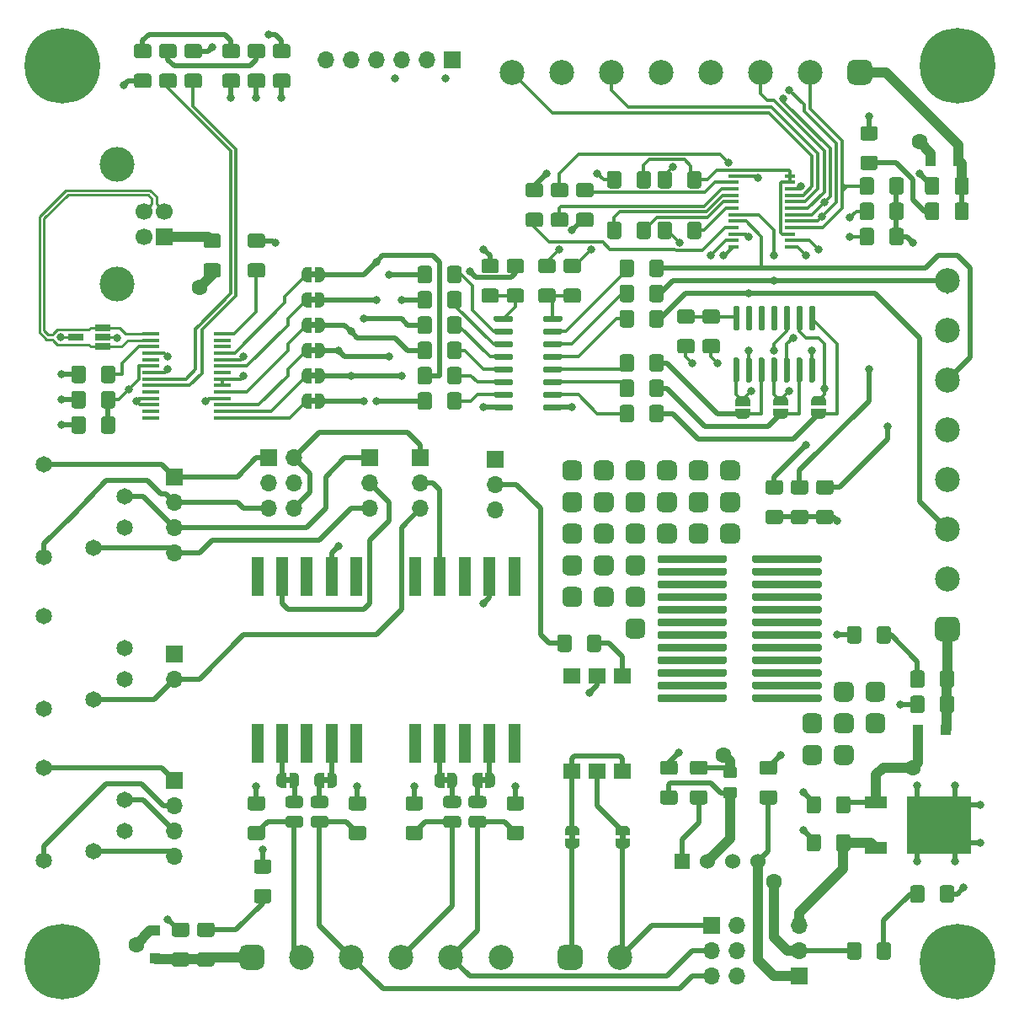
<source format=gbr>
From 792f358c263a1f7850d80195497eeba01deb01e8 Mon Sep 17 00:00:00 2001
From: Vasile Vilvoiu <vasi.vilvoiu@gmail.com>
Date: Tue, 5 Jan 2021 13:14:35 +0200
Subject: Match revision to directory name

---
 revisions/0/gerber/catahack-F_Cu.gbr | 9306 ----------------------------------
 1 file changed, 9306 deletions(-)
 delete mode 100644 revisions/0/gerber/catahack-F_Cu.gbr

(limited to 'revisions/0/gerber/catahack-F_Cu.gbr')

diff --git a/revisions/0/gerber/catahack-F_Cu.gbr b/revisions/0/gerber/catahack-F_Cu.gbr
deleted file mode 100644
index 9dc8fb5..0000000
--- a/revisions/0/gerber/catahack-F_Cu.gbr
+++ /dev/null
@@ -1,9306 +0,0 @@
-G04 #@! TF.GenerationSoftware,KiCad,Pcbnew,5.1.8*
-G04 #@! TF.CreationDate,2020-11-23T23:25:53+02:00*
-G04 #@! TF.ProjectId,catahack,63617461-6861-4636-9b2e-6b696361645f,0*
-G04 #@! TF.SameCoordinates,Original*
-G04 #@! TF.FileFunction,Copper,L1,Top*
-G04 #@! TF.FilePolarity,Positive*
-%FSLAX46Y46*%
-G04 Gerber Fmt 4.6, Leading zero omitted, Abs format (unit mm)*
-G04 Created by KiCad (PCBNEW 5.1.8) date 2020-11-23 23:25:53*
-%MOMM*%
-%LPD*%
-G01*
-G04 APERTURE LIST*
-G04 #@! TA.AperFunction,EtchedComponent*
-%ADD10C,0.100000*%
-G04 #@! TD*
-G04 #@! TA.AperFunction,SMDPad,CuDef*
-%ADD11R,1.100000X1.100000*%
-G04 #@! TD*
-G04 #@! TA.AperFunction,ComponentPad*
-%ADD12C,2.500000*%
-G04 #@! TD*
-G04 #@! TA.AperFunction,ComponentPad*
-%ADD13C,7.600000*%
-G04 #@! TD*
-G04 #@! TA.AperFunction,ComponentPad*
-%ADD14R,1.700000X1.700000*%
-G04 #@! TD*
-G04 #@! TA.AperFunction,ComponentPad*
-%ADD15O,1.700000X1.700000*%
-G04 #@! TD*
-G04 #@! TA.AperFunction,SMDPad,CuDef*
-%ADD16R,1.780000X1.500000*%
-G04 #@! TD*
-G04 #@! TA.AperFunction,ComponentPad*
-%ADD17R,1.524000X1.524000*%
-G04 #@! TD*
-G04 #@! TA.AperFunction,ComponentPad*
-%ADD18C,1.524000*%
-G04 #@! TD*
-G04 #@! TA.AperFunction,SMDPad,CuDef*
-%ADD19R,1.300000X4.000000*%
-G04 #@! TD*
-G04 #@! TA.AperFunction,SMDPad,CuDef*
-%ADD20C,0.100000*%
-G04 #@! TD*
-G04 #@! TA.AperFunction,ComponentPad*
-%ADD21C,1.650000*%
-G04 #@! TD*
-G04 #@! TA.AperFunction,SMDPad,CuDef*
-%ADD22R,1.560000X0.650000*%
-G04 #@! TD*
-G04 #@! TA.AperFunction,ComponentPad*
-%ADD23C,1.700000*%
-G04 #@! TD*
-G04 #@! TA.AperFunction,ComponentPad*
-%ADD24C,3.500000*%
-G04 #@! TD*
-G04 #@! TA.AperFunction,SMDPad,CuDef*
-%ADD25R,1.750000X0.450000*%
-G04 #@! TD*
-G04 #@! TA.AperFunction,SMDPad,CuDef*
-%ADD26R,1.100000X0.400000*%
-G04 #@! TD*
-G04 #@! TA.AperFunction,SMDPad,CuDef*
-%ADD27R,6.400000X5.800000*%
-G04 #@! TD*
-G04 #@! TA.AperFunction,SMDPad,CuDef*
-%ADD28R,2.200000X1.200000*%
-G04 #@! TD*
-G04 #@! TA.AperFunction,ViaPad*
-%ADD29C,0.800000*%
-G04 #@! TD*
-G04 #@! TA.AperFunction,ViaPad*
-%ADD30C,1.600000*%
-G04 #@! TD*
-G04 #@! TA.AperFunction,Conductor*
-%ADD31C,0.500000*%
-G04 #@! TD*
-G04 #@! TA.AperFunction,Conductor*
-%ADD32C,0.300000*%
-G04 #@! TD*
-G04 #@! TA.AperFunction,Conductor*
-%ADD33C,1.000000*%
-G04 #@! TD*
-G04 #@! TA.AperFunction,Conductor*
-%ADD34C,0.261000*%
-G04 #@! TD*
-G04 #@! TA.AperFunction,Conductor*
-%ADD35C,0.261112*%
-G04 #@! TD*
-G04 APERTURE END LIST*
-D10*
-G36*
-X86660000Y-117725000D02*
-G01*
-X86660000Y-117225000D01*
-X86060000Y-117225000D01*
-X86060000Y-117725000D01*
-X86660000Y-117725000D01*
-G37*
-G36*
-X81580000Y-117725000D02*
-G01*
-X81580000Y-117225000D01*
-X80980000Y-117225000D01*
-X80980000Y-117725000D01*
-X81580000Y-117725000D01*
-G37*
-G36*
-X56265000Y-112060000D02*
-G01*
-X56765000Y-112060000D01*
-X56765000Y-111460000D01*
-X56265000Y-111460000D01*
-X56265000Y-112060000D01*
-G37*
-G36*
-X52955000Y-111460000D02*
-G01*
-X52455000Y-111460000D01*
-X52455000Y-112060000D01*
-X52955000Y-112060000D01*
-X52955000Y-111460000D01*
-G37*
-G36*
-X72140000Y-112060000D02*
-G01*
-X72640000Y-112060000D01*
-X72640000Y-111460000D01*
-X72140000Y-111460000D01*
-X72140000Y-112060000D01*
-G37*
-G36*
-X68830000Y-111460000D02*
-G01*
-X68330000Y-111460000D01*
-X68330000Y-112060000D01*
-X68830000Y-112060000D01*
-X68830000Y-111460000D01*
-G37*
-G36*
-X55495000Y-63200000D02*
-G01*
-X54995000Y-63200000D01*
-X54995000Y-63800000D01*
-X55495000Y-63800000D01*
-X55495000Y-63200000D01*
-G37*
-G36*
-X55510000Y-70820000D02*
-G01*
-X55010000Y-70820000D01*
-X55010000Y-71420000D01*
-X55510000Y-71420000D01*
-X55510000Y-70820000D01*
-G37*
-G36*
-X55510000Y-60660000D02*
-G01*
-X55010000Y-60660000D01*
-X55010000Y-61260000D01*
-X55510000Y-61260000D01*
-X55510000Y-60660000D01*
-G37*
-G36*
-X55510000Y-68280000D02*
-G01*
-X55010000Y-68280000D01*
-X55010000Y-68880000D01*
-X55510000Y-68880000D01*
-X55510000Y-68280000D01*
-G37*
-G36*
-X55510000Y-65740000D02*
-G01*
-X55010000Y-65740000D01*
-X55010000Y-66340000D01*
-X55510000Y-66340000D01*
-X55510000Y-65740000D01*
-G37*
-G36*
-X55510000Y-73360000D02*
-G01*
-X55010000Y-73360000D01*
-X55010000Y-73960000D01*
-X55510000Y-73960000D01*
-X55510000Y-73360000D01*
-G37*
-G04 #@! TA.AperFunction,SMDPad,CuDef*
-G36*
-G01*
-X97605001Y-111550000D02*
-X96704999Y-111550000D01*
-G75*
-G02*
-X96455000Y-111300001I0J249999D01*
-G01*
-X96455000Y-110649999D01*
-G75*
-G02*
-X96704999Y-110400000I249999J0D01*
-G01*
-X97605001Y-110400000D01*
-G75*
-G02*
-X97855000Y-110649999I0J-249999D01*
-G01*
-X97855000Y-111300001D01*
-G75*
-G02*
-X97605001Y-111550000I-249999J0D01*
-G01*
-G37*
-G04 #@! TD.AperFunction*
-G04 #@! TA.AperFunction,SMDPad,CuDef*
-G36*
-G01*
-X97605001Y-113600000D02*
-X96704999Y-113600000D01*
-G75*
-G02*
-X96455000Y-113350001I0J249999D01*
-G01*
-X96455000Y-112699999D01*
-G75*
-G02*
-X96704999Y-112450000I249999J0D01*
-G01*
-X97605001Y-112450000D01*
-G75*
-G02*
-X97855000Y-112699999I0J-249999D01*
-G01*
-X97855000Y-113350001D01*
-G75*
-G02*
-X97605001Y-113600000I-249999J0D01*
-G01*
-G37*
-G04 #@! TD.AperFunction*
-G04 #@! TA.AperFunction,SMDPad,CuDef*
-G36*
-G01*
-X113170000Y-55235000D02*
-X113170000Y-53985000D01*
-G75*
-G02*
-X113420000Y-53735000I250000J0D01*
-G01*
-X114345000Y-53735000D01*
-G75*
-G02*
-X114595000Y-53985000I0J-250000D01*
-G01*
-X114595000Y-55235000D01*
-G75*
-G02*
-X114345000Y-55485000I-250000J0D01*
-G01*
-X113420000Y-55485000D01*
-G75*
-G02*
-X113170000Y-55235000I0J250000D01*
-G01*
-G37*
-G04 #@! TD.AperFunction*
-G04 #@! TA.AperFunction,SMDPad,CuDef*
-G36*
-G01*
-X110195000Y-55235000D02*
-X110195000Y-53985000D01*
-G75*
-G02*
-X110445000Y-53735000I250000J0D01*
-G01*
-X111370000Y-53735000D01*
-G75*
-G02*
-X111620000Y-53985000I0J-250000D01*
-G01*
-X111620000Y-55235000D01*
-G75*
-G02*
-X111370000Y-55485000I-250000J0D01*
-G01*
-X110445000Y-55485000D01*
-G75*
-G02*
-X110195000Y-55235000I0J250000D01*
-G01*
-G37*
-G04 #@! TD.AperFunction*
-D11*
-X39370000Y-129670000D03*
-X39370000Y-126870000D03*
-X120145000Y-49530000D03*
-X117345000Y-49530000D03*
-X118875000Y-106680000D03*
-X116075000Y-106680000D03*
-G04 #@! TA.AperFunction,SMDPad,CuDef*
-G36*
-G01*
-X89845000Y-103705000D02*
-X89845000Y-103305000D01*
-G75*
-G02*
-X90045000Y-103105000I200000J0D01*
-G01*
-X96645000Y-103105000D01*
-G75*
-G02*
-X96845000Y-103305000I0J-200000D01*
-G01*
-X96845000Y-103705000D01*
-G75*
-G02*
-X96645000Y-103905000I-200000J0D01*
-G01*
-X90045000Y-103905000D01*
-G75*
-G02*
-X89845000Y-103705000I0J200000D01*
-G01*
-G37*
-G04 #@! TD.AperFunction*
-G04 #@! TA.AperFunction,SMDPad,CuDef*
-G36*
-G01*
-X99370000Y-103705000D02*
-X99370000Y-103305000D01*
-G75*
-G02*
-X99570000Y-103105000I200000J0D01*
-G01*
-X106170000Y-103105000D01*
-G75*
-G02*
-X106370000Y-103305000I0J-200000D01*
-G01*
-X106370000Y-103705000D01*
-G75*
-G02*
-X106170000Y-103905000I-200000J0D01*
-G01*
-X99570000Y-103905000D01*
-G75*
-G02*
-X99370000Y-103705000I0J200000D01*
-G01*
-G37*
-G04 #@! TD.AperFunction*
-G04 #@! TA.AperFunction,SMDPad,CuDef*
-G36*
-G01*
-X89845000Y-102435000D02*
-X89845000Y-102035000D01*
-G75*
-G02*
-X90045000Y-101835000I200000J0D01*
-G01*
-X96645000Y-101835000D01*
-G75*
-G02*
-X96845000Y-102035000I0J-200000D01*
-G01*
-X96845000Y-102435000D01*
-G75*
-G02*
-X96645000Y-102635000I-200000J0D01*
-G01*
-X90045000Y-102635000D01*
-G75*
-G02*
-X89845000Y-102435000I0J200000D01*
-G01*
-G37*
-G04 #@! TD.AperFunction*
-G04 #@! TA.AperFunction,SMDPad,CuDef*
-G36*
-G01*
-X99370000Y-102435000D02*
-X99370000Y-102035000D01*
-G75*
-G02*
-X99570000Y-101835000I200000J0D01*
-G01*
-X106170000Y-101835000D01*
-G75*
-G02*
-X106370000Y-102035000I0J-200000D01*
-G01*
-X106370000Y-102435000D01*
-G75*
-G02*
-X106170000Y-102635000I-200000J0D01*
-G01*
-X99570000Y-102635000D01*
-G75*
-G02*
-X99370000Y-102435000I0J200000D01*
-G01*
-G37*
-G04 #@! TD.AperFunction*
-G04 #@! TA.AperFunction,SMDPad,CuDef*
-G36*
-G01*
-X89845000Y-101165000D02*
-X89845000Y-100765000D01*
-G75*
-G02*
-X90045000Y-100565000I200000J0D01*
-G01*
-X96645000Y-100565000D01*
-G75*
-G02*
-X96845000Y-100765000I0J-200000D01*
-G01*
-X96845000Y-101165000D01*
-G75*
-G02*
-X96645000Y-101365000I-200000J0D01*
-G01*
-X90045000Y-101365000D01*
-G75*
-G02*
-X89845000Y-101165000I0J200000D01*
-G01*
-G37*
-G04 #@! TD.AperFunction*
-G04 #@! TA.AperFunction,SMDPad,CuDef*
-G36*
-G01*
-X99370000Y-101165000D02*
-X99370000Y-100765000D01*
-G75*
-G02*
-X99570000Y-100565000I200000J0D01*
-G01*
-X106170000Y-100565000D01*
-G75*
-G02*
-X106370000Y-100765000I0J-200000D01*
-G01*
-X106370000Y-101165000D01*
-G75*
-G02*
-X106170000Y-101365000I-200000J0D01*
-G01*
-X99570000Y-101365000D01*
-G75*
-G02*
-X99370000Y-101165000I0J200000D01*
-G01*
-G37*
-G04 #@! TD.AperFunction*
-G04 #@! TA.AperFunction,SMDPad,CuDef*
-G36*
-G01*
-X89845000Y-99895000D02*
-X89845000Y-99495000D01*
-G75*
-G02*
-X90045000Y-99295000I200000J0D01*
-G01*
-X96645000Y-99295000D01*
-G75*
-G02*
-X96845000Y-99495000I0J-200000D01*
-G01*
-X96845000Y-99895000D01*
-G75*
-G02*
-X96645000Y-100095000I-200000J0D01*
-G01*
-X90045000Y-100095000D01*
-G75*
-G02*
-X89845000Y-99895000I0J200000D01*
-G01*
-G37*
-G04 #@! TD.AperFunction*
-G04 #@! TA.AperFunction,SMDPad,CuDef*
-G36*
-G01*
-X99370000Y-99895000D02*
-X99370000Y-99495000D01*
-G75*
-G02*
-X99570000Y-99295000I200000J0D01*
-G01*
-X106170000Y-99295000D01*
-G75*
-G02*
-X106370000Y-99495000I0J-200000D01*
-G01*
-X106370000Y-99895000D01*
-G75*
-G02*
-X106170000Y-100095000I-200000J0D01*
-G01*
-X99570000Y-100095000D01*
-G75*
-G02*
-X99370000Y-99895000I0J200000D01*
-G01*
-G37*
-G04 #@! TD.AperFunction*
-G04 #@! TA.AperFunction,SMDPad,CuDef*
-G36*
-G01*
-X89845000Y-98625000D02*
-X89845000Y-98225000D01*
-G75*
-G02*
-X90045000Y-98025000I200000J0D01*
-G01*
-X96645000Y-98025000D01*
-G75*
-G02*
-X96845000Y-98225000I0J-200000D01*
-G01*
-X96845000Y-98625000D01*
-G75*
-G02*
-X96645000Y-98825000I-200000J0D01*
-G01*
-X90045000Y-98825000D01*
-G75*
-G02*
-X89845000Y-98625000I0J200000D01*
-G01*
-G37*
-G04 #@! TD.AperFunction*
-G04 #@! TA.AperFunction,SMDPad,CuDef*
-G36*
-G01*
-X99370000Y-98625000D02*
-X99370000Y-98225000D01*
-G75*
-G02*
-X99570000Y-98025000I200000J0D01*
-G01*
-X106170000Y-98025000D01*
-G75*
-G02*
-X106370000Y-98225000I0J-200000D01*
-G01*
-X106370000Y-98625000D01*
-G75*
-G02*
-X106170000Y-98825000I-200000J0D01*
-G01*
-X99570000Y-98825000D01*
-G75*
-G02*
-X99370000Y-98625000I0J200000D01*
-G01*
-G37*
-G04 #@! TD.AperFunction*
-G04 #@! TA.AperFunction,SMDPad,CuDef*
-G36*
-G01*
-X89845000Y-97355000D02*
-X89845000Y-96955000D01*
-G75*
-G02*
-X90045000Y-96755000I200000J0D01*
-G01*
-X96645000Y-96755000D01*
-G75*
-G02*
-X96845000Y-96955000I0J-200000D01*
-G01*
-X96845000Y-97355000D01*
-G75*
-G02*
-X96645000Y-97555000I-200000J0D01*
-G01*
-X90045000Y-97555000D01*
-G75*
-G02*
-X89845000Y-97355000I0J200000D01*
-G01*
-G37*
-G04 #@! TD.AperFunction*
-G04 #@! TA.AperFunction,SMDPad,CuDef*
-G36*
-G01*
-X99370000Y-97355000D02*
-X99370000Y-96955000D01*
-G75*
-G02*
-X99570000Y-96755000I200000J0D01*
-G01*
-X106170000Y-96755000D01*
-G75*
-G02*
-X106370000Y-96955000I0J-200000D01*
-G01*
-X106370000Y-97355000D01*
-G75*
-G02*
-X106170000Y-97555000I-200000J0D01*
-G01*
-X99570000Y-97555000D01*
-G75*
-G02*
-X99370000Y-97355000I0J200000D01*
-G01*
-G37*
-G04 #@! TD.AperFunction*
-G04 #@! TA.AperFunction,SMDPad,CuDef*
-G36*
-G01*
-X89845000Y-96085000D02*
-X89845000Y-95685000D01*
-G75*
-G02*
-X90045000Y-95485000I200000J0D01*
-G01*
-X96645000Y-95485000D01*
-G75*
-G02*
-X96845000Y-95685000I0J-200000D01*
-G01*
-X96845000Y-96085000D01*
-G75*
-G02*
-X96645000Y-96285000I-200000J0D01*
-G01*
-X90045000Y-96285000D01*
-G75*
-G02*
-X89845000Y-96085000I0J200000D01*
-G01*
-G37*
-G04 #@! TD.AperFunction*
-G04 #@! TA.AperFunction,SMDPad,CuDef*
-G36*
-G01*
-X99370000Y-96085000D02*
-X99370000Y-95685000D01*
-G75*
-G02*
-X99570000Y-95485000I200000J0D01*
-G01*
-X106170000Y-95485000D01*
-G75*
-G02*
-X106370000Y-95685000I0J-200000D01*
-G01*
-X106370000Y-96085000D01*
-G75*
-G02*
-X106170000Y-96285000I-200000J0D01*
-G01*
-X99570000Y-96285000D01*
-G75*
-G02*
-X99370000Y-96085000I0J200000D01*
-G01*
-G37*
-G04 #@! TD.AperFunction*
-G04 #@! TA.AperFunction,SMDPad,CuDef*
-G36*
-G01*
-X89845000Y-94815000D02*
-X89845000Y-94415000D01*
-G75*
-G02*
-X90045000Y-94215000I200000J0D01*
-G01*
-X96645000Y-94215000D01*
-G75*
-G02*
-X96845000Y-94415000I0J-200000D01*
-G01*
-X96845000Y-94815000D01*
-G75*
-G02*
-X96645000Y-95015000I-200000J0D01*
-G01*
-X90045000Y-95015000D01*
-G75*
-G02*
-X89845000Y-94815000I0J200000D01*
-G01*
-G37*
-G04 #@! TD.AperFunction*
-G04 #@! TA.AperFunction,SMDPad,CuDef*
-G36*
-G01*
-X99370000Y-94815000D02*
-X99370000Y-94415000D01*
-G75*
-G02*
-X99570000Y-94215000I200000J0D01*
-G01*
-X106170000Y-94215000D01*
-G75*
-G02*
-X106370000Y-94415000I0J-200000D01*
-G01*
-X106370000Y-94815000D01*
-G75*
-G02*
-X106170000Y-95015000I-200000J0D01*
-G01*
-X99570000Y-95015000D01*
-G75*
-G02*
-X99370000Y-94815000I0J200000D01*
-G01*
-G37*
-G04 #@! TD.AperFunction*
-G04 #@! TA.AperFunction,SMDPad,CuDef*
-G36*
-G01*
-X89845000Y-93545000D02*
-X89845000Y-93145000D01*
-G75*
-G02*
-X90045000Y-92945000I200000J0D01*
-G01*
-X96645000Y-92945000D01*
-G75*
-G02*
-X96845000Y-93145000I0J-200000D01*
-G01*
-X96845000Y-93545000D01*
-G75*
-G02*
-X96645000Y-93745000I-200000J0D01*
-G01*
-X90045000Y-93745000D01*
-G75*
-G02*
-X89845000Y-93545000I0J200000D01*
-G01*
-G37*
-G04 #@! TD.AperFunction*
-G04 #@! TA.AperFunction,SMDPad,CuDef*
-G36*
-G01*
-X99370000Y-93545000D02*
-X99370000Y-93145000D01*
-G75*
-G02*
-X99570000Y-92945000I200000J0D01*
-G01*
-X106170000Y-92945000D01*
-G75*
-G02*
-X106370000Y-93145000I0J-200000D01*
-G01*
-X106370000Y-93545000D01*
-G75*
-G02*
-X106170000Y-93745000I-200000J0D01*
-G01*
-X99570000Y-93745000D01*
-G75*
-G02*
-X99370000Y-93545000I0J200000D01*
-G01*
-G37*
-G04 #@! TD.AperFunction*
-G04 #@! TA.AperFunction,SMDPad,CuDef*
-G36*
-G01*
-X89845000Y-92275000D02*
-X89845000Y-91875000D01*
-G75*
-G02*
-X90045000Y-91675000I200000J0D01*
-G01*
-X96645000Y-91675000D01*
-G75*
-G02*
-X96845000Y-91875000I0J-200000D01*
-G01*
-X96845000Y-92275000D01*
-G75*
-G02*
-X96645000Y-92475000I-200000J0D01*
-G01*
-X90045000Y-92475000D01*
-G75*
-G02*
-X89845000Y-92275000I0J200000D01*
-G01*
-G37*
-G04 #@! TD.AperFunction*
-G04 #@! TA.AperFunction,SMDPad,CuDef*
-G36*
-G01*
-X99370000Y-92275000D02*
-X99370000Y-91875000D01*
-G75*
-G02*
-X99570000Y-91675000I200000J0D01*
-G01*
-X106170000Y-91675000D01*
-G75*
-G02*
-X106370000Y-91875000I0J-200000D01*
-G01*
-X106370000Y-92275000D01*
-G75*
-G02*
-X106170000Y-92475000I-200000J0D01*
-G01*
-X99570000Y-92475000D01*
-G75*
-G02*
-X99370000Y-92275000I0J200000D01*
-G01*
-G37*
-G04 #@! TD.AperFunction*
-G04 #@! TA.AperFunction,SMDPad,CuDef*
-G36*
-G01*
-X89845000Y-91005000D02*
-X89845000Y-90605000D01*
-G75*
-G02*
-X90045000Y-90405000I200000J0D01*
-G01*
-X96645000Y-90405000D01*
-G75*
-G02*
-X96845000Y-90605000I0J-200000D01*
-G01*
-X96845000Y-91005000D01*
-G75*
-G02*
-X96645000Y-91205000I-200000J0D01*
-G01*
-X90045000Y-91205000D01*
-G75*
-G02*
-X89845000Y-91005000I0J200000D01*
-G01*
-G37*
-G04 #@! TD.AperFunction*
-G04 #@! TA.AperFunction,SMDPad,CuDef*
-G36*
-G01*
-X99370000Y-91005000D02*
-X99370000Y-90605000D01*
-G75*
-G02*
-X99570000Y-90405000I200000J0D01*
-G01*
-X106170000Y-90405000D01*
-G75*
-G02*
-X106370000Y-90605000I0J-200000D01*
-G01*
-X106370000Y-91005000D01*
-G75*
-G02*
-X106170000Y-91205000I-200000J0D01*
-G01*
-X99570000Y-91205000D01*
-G75*
-G02*
-X99370000Y-91005000I0J200000D01*
-G01*
-G37*
-G04 #@! TD.AperFunction*
-G04 #@! TA.AperFunction,SMDPad,CuDef*
-G36*
-G01*
-X99370000Y-89735000D02*
-X99370000Y-89335000D01*
-G75*
-G02*
-X99570000Y-89135000I200000J0D01*
-G01*
-X106170000Y-89135000D01*
-G75*
-G02*
-X106370000Y-89335000I0J-200000D01*
-G01*
-X106370000Y-89735000D01*
-G75*
-G02*
-X106170000Y-89935000I-200000J0D01*
-G01*
-X99570000Y-89935000D01*
-G75*
-G02*
-X99370000Y-89735000I0J200000D01*
-G01*
-G37*
-G04 #@! TD.AperFunction*
-G04 #@! TA.AperFunction,SMDPad,CuDef*
-G36*
-G01*
-X89845000Y-89735000D02*
-X89845000Y-89335000D01*
-G75*
-G02*
-X90045000Y-89135000I200000J0D01*
-G01*
-X96645000Y-89135000D01*
-G75*
-G02*
-X96845000Y-89335000I0J-200000D01*
-G01*
-X96845000Y-89735000D01*
-G75*
-G02*
-X96645000Y-89935000I-200000J0D01*
-G01*
-X90045000Y-89935000D01*
-G75*
-G02*
-X89845000Y-89735000I0J200000D01*
-G01*
-G37*
-G04 #@! TD.AperFunction*
-G04 #@! TA.AperFunction,SMDPad,CuDef*
-G36*
-G01*
-X104410000Y-106545000D02*
-X104410000Y-105545000D01*
-G75*
-G02*
-X104910000Y-105045000I500000J0D01*
-G01*
-X105910000Y-105045000D01*
-G75*
-G02*
-X106410000Y-105545000I0J-500000D01*
-G01*
-X106410000Y-106545000D01*
-G75*
-G02*
-X105910000Y-107045000I-500000J0D01*
-G01*
-X104910000Y-107045000D01*
-G75*
-G02*
-X104410000Y-106545000I0J500000D01*
-G01*
-G37*
-G04 #@! TD.AperFunction*
-G04 #@! TA.AperFunction,SMDPad,CuDef*
-G36*
-G01*
-X86630000Y-97020000D02*
-X86630000Y-96020000D01*
-G75*
-G02*
-X87130000Y-95520000I500000J0D01*
-G01*
-X88130000Y-95520000D01*
-G75*
-G02*
-X88630000Y-96020000I0J-500000D01*
-G01*
-X88630000Y-97020000D01*
-G75*
-G02*
-X88130000Y-97520000I-500000J0D01*
-G01*
-X87130000Y-97520000D01*
-G75*
-G02*
-X86630000Y-97020000I0J500000D01*
-G01*
-G37*
-G04 #@! TD.AperFunction*
-G04 #@! TA.AperFunction,SMDPad,CuDef*
-G36*
-G01*
-X107585000Y-103370000D02*
-X107585000Y-102370000D01*
-G75*
-G02*
-X108085000Y-101870000I500000J0D01*
-G01*
-X109085000Y-101870000D01*
-G75*
-G02*
-X109585000Y-102370000I0J-500000D01*
-G01*
-X109585000Y-103370000D01*
-G75*
-G02*
-X109085000Y-103870000I-500000J0D01*
-G01*
-X108085000Y-103870000D01*
-G75*
-G02*
-X107585000Y-103370000I0J500000D01*
-G01*
-G37*
-G04 #@! TD.AperFunction*
-G04 #@! TA.AperFunction,SMDPad,CuDef*
-G36*
-G01*
-X107585000Y-106545000D02*
-X107585000Y-105545000D01*
-G75*
-G02*
-X108085000Y-105045000I500000J0D01*
-G01*
-X109085000Y-105045000D01*
-G75*
-G02*
-X109585000Y-105545000I0J-500000D01*
-G01*
-X109585000Y-106545000D01*
-G75*
-G02*
-X109085000Y-107045000I-500000J0D01*
-G01*
-X108085000Y-107045000D01*
-G75*
-G02*
-X107585000Y-106545000I0J500000D01*
-G01*
-G37*
-G04 #@! TD.AperFunction*
-G04 #@! TA.AperFunction,SMDPad,CuDef*
-G36*
-G01*
-X104410000Y-109720000D02*
-X104410000Y-108720000D01*
-G75*
-G02*
-X104910000Y-108220000I500000J0D01*
-G01*
-X105910000Y-108220000D01*
-G75*
-G02*
-X106410000Y-108720000I0J-500000D01*
-G01*
-X106410000Y-109720000D01*
-G75*
-G02*
-X105910000Y-110220000I-500000J0D01*
-G01*
-X104910000Y-110220000D01*
-G75*
-G02*
-X104410000Y-109720000I0J500000D01*
-G01*
-G37*
-G04 #@! TD.AperFunction*
-G04 #@! TA.AperFunction,SMDPad,CuDef*
-G36*
-G01*
-X110760000Y-106545000D02*
-X110760000Y-105545000D01*
-G75*
-G02*
-X111260000Y-105045000I500000J0D01*
-G01*
-X112260000Y-105045000D01*
-G75*
-G02*
-X112760000Y-105545000I0J-500000D01*
-G01*
-X112760000Y-106545000D01*
-G75*
-G02*
-X112260000Y-107045000I-500000J0D01*
-G01*
-X111260000Y-107045000D01*
-G75*
-G02*
-X110760000Y-106545000I0J500000D01*
-G01*
-G37*
-G04 #@! TD.AperFunction*
-G04 #@! TA.AperFunction,SMDPad,CuDef*
-G36*
-G01*
-X110760000Y-103370000D02*
-X110760000Y-102370000D01*
-G75*
-G02*
-X111260000Y-101870000I500000J0D01*
-G01*
-X112260000Y-101870000D01*
-G75*
-G02*
-X112760000Y-102370000I0J-500000D01*
-G01*
-X112760000Y-103370000D01*
-G75*
-G02*
-X112260000Y-103870000I-500000J0D01*
-G01*
-X111260000Y-103870000D01*
-G75*
-G02*
-X110760000Y-103370000I0J500000D01*
-G01*
-G37*
-G04 #@! TD.AperFunction*
-G04 #@! TA.AperFunction,SMDPad,CuDef*
-G36*
-G01*
-X107585000Y-109720000D02*
-X107585000Y-108720000D01*
-G75*
-G02*
-X108085000Y-108220000I500000J0D01*
-G01*
-X109085000Y-108220000D01*
-G75*
-G02*
-X109585000Y-108720000I0J-500000D01*
-G01*
-X109585000Y-109720000D01*
-G75*
-G02*
-X109085000Y-110220000I-500000J0D01*
-G01*
-X108085000Y-110220000D01*
-G75*
-G02*
-X107585000Y-109720000I0J500000D01*
-G01*
-G37*
-G04 #@! TD.AperFunction*
-G04 #@! TA.AperFunction,SMDPad,CuDef*
-G36*
-G01*
-X80280000Y-90670000D02*
-X80280000Y-89670000D01*
-G75*
-G02*
-X80780000Y-89170000I500000J0D01*
-G01*
-X81780000Y-89170000D01*
-G75*
-G02*
-X82280000Y-89670000I0J-500000D01*
-G01*
-X82280000Y-90670000D01*
-G75*
-G02*
-X81780000Y-91170000I-500000J0D01*
-G01*
-X80780000Y-91170000D01*
-G75*
-G02*
-X80280000Y-90670000I0J500000D01*
-G01*
-G37*
-G04 #@! TD.AperFunction*
-G04 #@! TA.AperFunction,SMDPad,CuDef*
-G36*
-G01*
-X86630000Y-93845000D02*
-X86630000Y-92845000D01*
-G75*
-G02*
-X87130000Y-92345000I500000J0D01*
-G01*
-X88130000Y-92345000D01*
-G75*
-G02*
-X88630000Y-92845000I0J-500000D01*
-G01*
-X88630000Y-93845000D01*
-G75*
-G02*
-X88130000Y-94345000I-500000J0D01*
-G01*
-X87130000Y-94345000D01*
-G75*
-G02*
-X86630000Y-93845000I0J500000D01*
-G01*
-G37*
-G04 #@! TD.AperFunction*
-G04 #@! TA.AperFunction,SMDPad,CuDef*
-G36*
-G01*
-X86630000Y-90670000D02*
-X86630000Y-89670000D01*
-G75*
-G02*
-X87130000Y-89170000I500000J0D01*
-G01*
-X88130000Y-89170000D01*
-G75*
-G02*
-X88630000Y-89670000I0J-500000D01*
-G01*
-X88630000Y-90670000D01*
-G75*
-G02*
-X88130000Y-91170000I-500000J0D01*
-G01*
-X87130000Y-91170000D01*
-G75*
-G02*
-X86630000Y-90670000I0J500000D01*
-G01*
-G37*
-G04 #@! TD.AperFunction*
-G04 #@! TA.AperFunction,SMDPad,CuDef*
-G36*
-G01*
-X83455000Y-90670000D02*
-X83455000Y-89670000D01*
-G75*
-G02*
-X83955000Y-89170000I500000J0D01*
-G01*
-X84955000Y-89170000D01*
-G75*
-G02*
-X85455000Y-89670000I0J-500000D01*
-G01*
-X85455000Y-90670000D01*
-G75*
-G02*
-X84955000Y-91170000I-500000J0D01*
-G01*
-X83955000Y-91170000D01*
-G75*
-G02*
-X83455000Y-90670000I0J500000D01*
-G01*
-G37*
-G04 #@! TD.AperFunction*
-G04 #@! TA.AperFunction,SMDPad,CuDef*
-G36*
-G01*
-X83455000Y-93845000D02*
-X83455000Y-92845000D01*
-G75*
-G02*
-X83955000Y-92345000I500000J0D01*
-G01*
-X84955000Y-92345000D01*
-G75*
-G02*
-X85455000Y-92845000I0J-500000D01*
-G01*
-X85455000Y-93845000D01*
-G75*
-G02*
-X84955000Y-94345000I-500000J0D01*
-G01*
-X83955000Y-94345000D01*
-G75*
-G02*
-X83455000Y-93845000I0J500000D01*
-G01*
-G37*
-G04 #@! TD.AperFunction*
-G04 #@! TA.AperFunction,SMDPad,CuDef*
-G36*
-G01*
-X80280000Y-93845000D02*
-X80280000Y-92845000D01*
-G75*
-G02*
-X80780000Y-92345000I500000J0D01*
-G01*
-X81780000Y-92345000D01*
-G75*
-G02*
-X82280000Y-92845000I0J-500000D01*
-G01*
-X82280000Y-93845000D01*
-G75*
-G02*
-X81780000Y-94345000I-500000J0D01*
-G01*
-X80780000Y-94345000D01*
-G75*
-G02*
-X80280000Y-93845000I0J500000D01*
-G01*
-G37*
-G04 #@! TD.AperFunction*
-G04 #@! TA.AperFunction,SMDPad,CuDef*
-G36*
-G01*
-X80280000Y-87495000D02*
-X80280000Y-86495000D01*
-G75*
-G02*
-X80780000Y-85995000I500000J0D01*
-G01*
-X81780000Y-85995000D01*
-G75*
-G02*
-X82280000Y-86495000I0J-500000D01*
-G01*
-X82280000Y-87495000D01*
-G75*
-G02*
-X81780000Y-87995000I-500000J0D01*
-G01*
-X80780000Y-87995000D01*
-G75*
-G02*
-X80280000Y-87495000I0J500000D01*
-G01*
-G37*
-G04 #@! TD.AperFunction*
-G04 #@! TA.AperFunction,SMDPad,CuDef*
-G36*
-G01*
-X96155000Y-87495000D02*
-X96155000Y-86495000D01*
-G75*
-G02*
-X96655000Y-85995000I500000J0D01*
-G01*
-X97655000Y-85995000D01*
-G75*
-G02*
-X98155000Y-86495000I0J-500000D01*
-G01*
-X98155000Y-87495000D01*
-G75*
-G02*
-X97655000Y-87995000I-500000J0D01*
-G01*
-X96655000Y-87995000D01*
-G75*
-G02*
-X96155000Y-87495000I0J500000D01*
-G01*
-G37*
-G04 #@! TD.AperFunction*
-G04 #@! TA.AperFunction,SMDPad,CuDef*
-G36*
-G01*
-X86630000Y-87495000D02*
-X86630000Y-86495000D01*
-G75*
-G02*
-X87130000Y-85995000I500000J0D01*
-G01*
-X88130000Y-85995000D01*
-G75*
-G02*
-X88630000Y-86495000I0J-500000D01*
-G01*
-X88630000Y-87495000D01*
-G75*
-G02*
-X88130000Y-87995000I-500000J0D01*
-G01*
-X87130000Y-87995000D01*
-G75*
-G02*
-X86630000Y-87495000I0J500000D01*
-G01*
-G37*
-G04 #@! TD.AperFunction*
-G04 #@! TA.AperFunction,SMDPad,CuDef*
-G36*
-G01*
-X83455000Y-87495000D02*
-X83455000Y-86495000D01*
-G75*
-G02*
-X83955000Y-85995000I500000J0D01*
-G01*
-X84955000Y-85995000D01*
-G75*
-G02*
-X85455000Y-86495000I0J-500000D01*
-G01*
-X85455000Y-87495000D01*
-G75*
-G02*
-X84955000Y-87995000I-500000J0D01*
-G01*
-X83955000Y-87995000D01*
-G75*
-G02*
-X83455000Y-87495000I0J500000D01*
-G01*
-G37*
-G04 #@! TD.AperFunction*
-G04 #@! TA.AperFunction,SMDPad,CuDef*
-G36*
-G01*
-X92980000Y-87495000D02*
-X92980000Y-86495000D01*
-G75*
-G02*
-X93480000Y-85995000I500000J0D01*
-G01*
-X94480000Y-85995000D01*
-G75*
-G02*
-X94980000Y-86495000I0J-500000D01*
-G01*
-X94980000Y-87495000D01*
-G75*
-G02*
-X94480000Y-87995000I-500000J0D01*
-G01*
-X93480000Y-87995000D01*
-G75*
-G02*
-X92980000Y-87495000I0J500000D01*
-G01*
-G37*
-G04 #@! TD.AperFunction*
-G04 #@! TA.AperFunction,SMDPad,CuDef*
-G36*
-G01*
-X89805000Y-87495000D02*
-X89805000Y-86495000D01*
-G75*
-G02*
-X90305000Y-85995000I500000J0D01*
-G01*
-X91305000Y-85995000D01*
-G75*
-G02*
-X91805000Y-86495000I0J-500000D01*
-G01*
-X91805000Y-87495000D01*
-G75*
-G02*
-X91305000Y-87995000I-500000J0D01*
-G01*
-X90305000Y-87995000D01*
-G75*
-G02*
-X89805000Y-87495000I0J500000D01*
-G01*
-G37*
-G04 #@! TD.AperFunction*
-G04 #@! TA.AperFunction,SMDPad,CuDef*
-G36*
-G01*
-X80280000Y-84320000D02*
-X80280000Y-83320000D01*
-G75*
-G02*
-X80780000Y-82820000I500000J0D01*
-G01*
-X81780000Y-82820000D01*
-G75*
-G02*
-X82280000Y-83320000I0J-500000D01*
-G01*
-X82280000Y-84320000D01*
-G75*
-G02*
-X81780000Y-84820000I-500000J0D01*
-G01*
-X80780000Y-84820000D01*
-G75*
-G02*
-X80280000Y-84320000I0J500000D01*
-G01*
-G37*
-G04 #@! TD.AperFunction*
-G04 #@! TA.AperFunction,SMDPad,CuDef*
-G36*
-G01*
-X96155000Y-84320000D02*
-X96155000Y-83320000D01*
-G75*
-G02*
-X96655000Y-82820000I500000J0D01*
-G01*
-X97655000Y-82820000D01*
-G75*
-G02*
-X98155000Y-83320000I0J-500000D01*
-G01*
-X98155000Y-84320000D01*
-G75*
-G02*
-X97655000Y-84820000I-500000J0D01*
-G01*
-X96655000Y-84820000D01*
-G75*
-G02*
-X96155000Y-84320000I0J500000D01*
-G01*
-G37*
-G04 #@! TD.AperFunction*
-G04 #@! TA.AperFunction,SMDPad,CuDef*
-G36*
-G01*
-X86630000Y-84320000D02*
-X86630000Y-83320000D01*
-G75*
-G02*
-X87130000Y-82820000I500000J0D01*
-G01*
-X88130000Y-82820000D01*
-G75*
-G02*
-X88630000Y-83320000I0J-500000D01*
-G01*
-X88630000Y-84320000D01*
-G75*
-G02*
-X88130000Y-84820000I-500000J0D01*
-G01*
-X87130000Y-84820000D01*
-G75*
-G02*
-X86630000Y-84320000I0J500000D01*
-G01*
-G37*
-G04 #@! TD.AperFunction*
-G04 #@! TA.AperFunction,SMDPad,CuDef*
-G36*
-G01*
-X83455000Y-84320000D02*
-X83455000Y-83320000D01*
-G75*
-G02*
-X83955000Y-82820000I500000J0D01*
-G01*
-X84955000Y-82820000D01*
-G75*
-G02*
-X85455000Y-83320000I0J-500000D01*
-G01*
-X85455000Y-84320000D01*
-G75*
-G02*
-X84955000Y-84820000I-500000J0D01*
-G01*
-X83955000Y-84820000D01*
-G75*
-G02*
-X83455000Y-84320000I0J500000D01*
-G01*
-G37*
-G04 #@! TD.AperFunction*
-G04 #@! TA.AperFunction,SMDPad,CuDef*
-G36*
-G01*
-X92980000Y-84320000D02*
-X92980000Y-83320000D01*
-G75*
-G02*
-X93480000Y-82820000I500000J0D01*
-G01*
-X94480000Y-82820000D01*
-G75*
-G02*
-X94980000Y-83320000I0J-500000D01*
-G01*
-X94980000Y-84320000D01*
-G75*
-G02*
-X94480000Y-84820000I-500000J0D01*
-G01*
-X93480000Y-84820000D01*
-G75*
-G02*
-X92980000Y-84320000I0J500000D01*
-G01*
-G37*
-G04 #@! TD.AperFunction*
-G04 #@! TA.AperFunction,SMDPad,CuDef*
-G36*
-G01*
-X89805000Y-84320000D02*
-X89805000Y-83320000D01*
-G75*
-G02*
-X90305000Y-82820000I500000J0D01*
-G01*
-X91305000Y-82820000D01*
-G75*
-G02*
-X91805000Y-83320000I0J-500000D01*
-G01*
-X91805000Y-84320000D01*
-G75*
-G02*
-X91305000Y-84820000I-500000J0D01*
-G01*
-X90305000Y-84820000D01*
-G75*
-G02*
-X89805000Y-84320000I0J500000D01*
-G01*
-G37*
-G04 #@! TD.AperFunction*
-G04 #@! TA.AperFunction,SMDPad,CuDef*
-G36*
-G01*
-X96155000Y-81145000D02*
-X96155000Y-80145000D01*
-G75*
-G02*
-X96655000Y-79645000I500000J0D01*
-G01*
-X97655000Y-79645000D01*
-G75*
-G02*
-X98155000Y-80145000I0J-500000D01*
-G01*
-X98155000Y-81145000D01*
-G75*
-G02*
-X97655000Y-81645000I-500000J0D01*
-G01*
-X96655000Y-81645000D01*
-G75*
-G02*
-X96155000Y-81145000I0J500000D01*
-G01*
-G37*
-G04 #@! TD.AperFunction*
-G04 #@! TA.AperFunction,SMDPad,CuDef*
-G36*
-G01*
-X92980000Y-81145000D02*
-X92980000Y-80145000D01*
-G75*
-G02*
-X93480000Y-79645000I500000J0D01*
-G01*
-X94480000Y-79645000D01*
-G75*
-G02*
-X94980000Y-80145000I0J-500000D01*
-G01*
-X94980000Y-81145000D01*
-G75*
-G02*
-X94480000Y-81645000I-500000J0D01*
-G01*
-X93480000Y-81645000D01*
-G75*
-G02*
-X92980000Y-81145000I0J500000D01*
-G01*
-G37*
-G04 #@! TD.AperFunction*
-G04 #@! TA.AperFunction,SMDPad,CuDef*
-G36*
-G01*
-X89805000Y-81145000D02*
-X89805000Y-80145000D01*
-G75*
-G02*
-X90305000Y-79645000I500000J0D01*
-G01*
-X91305000Y-79645000D01*
-G75*
-G02*
-X91805000Y-80145000I0J-500000D01*
-G01*
-X91805000Y-81145000D01*
-G75*
-G02*
-X91305000Y-81645000I-500000J0D01*
-G01*
-X90305000Y-81645000D01*
-G75*
-G02*
-X89805000Y-81145000I0J500000D01*
-G01*
-G37*
-G04 #@! TD.AperFunction*
-G04 #@! TA.AperFunction,SMDPad,CuDef*
-G36*
-G01*
-X86630000Y-81145000D02*
-X86630000Y-80145000D01*
-G75*
-G02*
-X87130000Y-79645000I500000J0D01*
-G01*
-X88130000Y-79645000D01*
-G75*
-G02*
-X88630000Y-80145000I0J-500000D01*
-G01*
-X88630000Y-81145000D01*
-G75*
-G02*
-X88130000Y-81645000I-500000J0D01*
-G01*
-X87130000Y-81645000D01*
-G75*
-G02*
-X86630000Y-81145000I0J500000D01*
-G01*
-G37*
-G04 #@! TD.AperFunction*
-G04 #@! TA.AperFunction,SMDPad,CuDef*
-G36*
-G01*
-X83455000Y-81145000D02*
-X83455000Y-80145000D01*
-G75*
-G02*
-X83955000Y-79645000I500000J0D01*
-G01*
-X84955000Y-79645000D01*
-G75*
-G02*
-X85455000Y-80145000I0J-500000D01*
-G01*
-X85455000Y-81145000D01*
-G75*
-G02*
-X84955000Y-81645000I-500000J0D01*
-G01*
-X83955000Y-81645000D01*
-G75*
-G02*
-X83455000Y-81145000I0J500000D01*
-G01*
-G37*
-G04 #@! TD.AperFunction*
-G04 #@! TA.AperFunction,SMDPad,CuDef*
-G36*
-G01*
-X80280000Y-81145000D02*
-X80280000Y-80145000D01*
-G75*
-G02*
-X80780000Y-79645000I500000J0D01*
-G01*
-X81780000Y-79645000D01*
-G75*
-G02*
-X82280000Y-80145000I0J-500000D01*
-G01*
-X82280000Y-81145000D01*
-G75*
-G02*
-X81780000Y-81645000I-500000J0D01*
-G01*
-X80780000Y-81645000D01*
-G75*
-G02*
-X80280000Y-81145000I0J500000D01*
-G01*
-G37*
-G04 #@! TD.AperFunction*
-G04 #@! TA.AperFunction,ComponentPad*
-G36*
-G01*
-X47845000Y-130165000D02*
-X47845000Y-128915000D01*
-G75*
-G02*
-X48470000Y-128290000I625000J0D01*
-G01*
-X49720000Y-128290000D01*
-G75*
-G02*
-X50345000Y-128915000I0J-625000D01*
-G01*
-X50345000Y-130165000D01*
-G75*
-G02*
-X49720000Y-130790000I-625000J0D01*
-G01*
-X48470000Y-130790000D01*
-G75*
-G02*
-X47845000Y-130165000I0J625000D01*
-G01*
-G37*
-G04 #@! TD.AperFunction*
-D12*
-X54095000Y-129540000D03*
-X59095000Y-129540000D03*
-X64095000Y-129540000D03*
-X69095000Y-129540000D03*
-X74095000Y-129540000D03*
-G04 #@! TA.AperFunction,SMDPad,CuDef*
-G36*
-G01*
-X76190000Y-114795000D02*
-X74940000Y-114795000D01*
-G75*
-G02*
-X74690000Y-114545000I0J250000D01*
-G01*
-X74690000Y-113620000D01*
-G75*
-G02*
-X74940000Y-113370000I250000J0D01*
-G01*
-X76190000Y-113370000D01*
-G75*
-G02*
-X76440000Y-113620000I0J-250000D01*
-G01*
-X76440000Y-114545000D01*
-G75*
-G02*
-X76190000Y-114795000I-250000J0D01*
-G01*
-G37*
-G04 #@! TD.AperFunction*
-G04 #@! TA.AperFunction,SMDPad,CuDef*
-G36*
-G01*
-X76190000Y-117770000D02*
-X74940000Y-117770000D01*
-G75*
-G02*
-X74690000Y-117520000I0J250000D01*
-G01*
-X74690000Y-116595000D01*
-G75*
-G02*
-X74940000Y-116345000I250000J0D01*
-G01*
-X76190000Y-116345000D01*
-G75*
-G02*
-X76440000Y-116595000I0J-250000D01*
-G01*
-X76440000Y-117520000D01*
-G75*
-G02*
-X76190000Y-117770000I-250000J0D01*
-G01*
-G37*
-G04 #@! TD.AperFunction*
-G04 #@! TA.AperFunction,SMDPad,CuDef*
-G36*
-G01*
-X72355000Y-114535000D02*
-X71155000Y-114535000D01*
-G75*
-G02*
-X70855000Y-114235000I0J300000D01*
-G01*
-X70855000Y-113635000D01*
-G75*
-G02*
-X71155000Y-113335000I300000J0D01*
-G01*
-X72355000Y-113335000D01*
-G75*
-G02*
-X72655000Y-113635000I0J-300000D01*
-G01*
-X72655000Y-114235000D01*
-G75*
-G02*
-X72355000Y-114535000I-300000J0D01*
-G01*
-G37*
-G04 #@! TD.AperFunction*
-G04 #@! TA.AperFunction,SMDPad,CuDef*
-G36*
-G01*
-X72355000Y-116535000D02*
-X71155000Y-116535000D01*
-G75*
-G02*
-X70855000Y-116235000I0J300000D01*
-G01*
-X70855000Y-115635000D01*
-G75*
-G02*
-X71155000Y-115335000I300000J0D01*
-G01*
-X72355000Y-115335000D01*
-G75*
-G02*
-X72655000Y-115635000I0J-300000D01*
-G01*
-X72655000Y-116235000D01*
-G75*
-G02*
-X72355000Y-116535000I-300000J0D01*
-G01*
-G37*
-G04 #@! TD.AperFunction*
-G04 #@! TA.AperFunction,SMDPad,CuDef*
-G36*
-G01*
-X72400000Y-62370000D02*
-X73650000Y-62370000D01*
-G75*
-G02*
-X73900000Y-62620000I0J-250000D01*
-G01*
-X73900000Y-63545000D01*
-G75*
-G02*
-X73650000Y-63795000I-250000J0D01*
-G01*
-X72400000Y-63795000D01*
-G75*
-G02*
-X72150000Y-63545000I0J250000D01*
-G01*
-X72150000Y-62620000D01*
-G75*
-G02*
-X72400000Y-62370000I250000J0D01*
-G01*
-G37*
-G04 #@! TD.AperFunction*
-G04 #@! TA.AperFunction,SMDPad,CuDef*
-G36*
-G01*
-X72400000Y-59395000D02*
-X73650000Y-59395000D01*
-G75*
-G02*
-X73900000Y-59645000I0J-250000D01*
-G01*
-X73900000Y-60570000D01*
-G75*
-G02*
-X73650000Y-60820000I-250000J0D01*
-G01*
-X72400000Y-60820000D01*
-G75*
-G02*
-X72150000Y-60570000I0J250000D01*
-G01*
-X72150000Y-59645000D01*
-G75*
-G02*
-X72400000Y-59395000I250000J0D01*
-G01*
-G37*
-G04 #@! TD.AperFunction*
-G04 #@! TA.AperFunction,SMDPad,CuDef*
-G36*
-G01*
-X45710000Y-58280000D02*
-X44460000Y-58280000D01*
-G75*
-G02*
-X44210000Y-58030000I0J250000D01*
-G01*
-X44210000Y-57105000D01*
-G75*
-G02*
-X44460000Y-56855000I250000J0D01*
-G01*
-X45710000Y-56855000D01*
-G75*
-G02*
-X45960000Y-57105000I0J-250000D01*
-G01*
-X45960000Y-58030000D01*
-G75*
-G02*
-X45710000Y-58280000I-250000J0D01*
-G01*
-G37*
-G04 #@! TD.AperFunction*
-G04 #@! TA.AperFunction,SMDPad,CuDef*
-G36*
-G01*
-X45710000Y-61255000D02*
-X44460000Y-61255000D01*
-G75*
-G02*
-X44210000Y-61005000I0J250000D01*
-G01*
-X44210000Y-60080000D01*
-G75*
-G02*
-X44460000Y-59830000I250000J0D01*
-G01*
-X45710000Y-59830000D01*
-G75*
-G02*
-X45960000Y-60080000I0J-250000D01*
-G01*
-X45960000Y-61005000D01*
-G75*
-G02*
-X45710000Y-61255000I-250000J0D01*
-G01*
-G37*
-G04 #@! TD.AperFunction*
-G04 #@! TA.AperFunction,SMDPad,CuDef*
-G36*
-G01*
-X81905000Y-60820000D02*
-X80655000Y-60820000D01*
-G75*
-G02*
-X80405000Y-60570000I0J250000D01*
-G01*
-X80405000Y-59645000D01*
-G75*
-G02*
-X80655000Y-59395000I250000J0D01*
-G01*
-X81905000Y-59395000D01*
-G75*
-G02*
-X82155000Y-59645000I0J-250000D01*
-G01*
-X82155000Y-60570000D01*
-G75*
-G02*
-X81905000Y-60820000I-250000J0D01*
-G01*
-G37*
-G04 #@! TD.AperFunction*
-G04 #@! TA.AperFunction,SMDPad,CuDef*
-G36*
-G01*
-X81905000Y-63795000D02*
-X80655000Y-63795000D01*
-G75*
-G02*
-X80405000Y-63545000I0J250000D01*
-G01*
-X80405000Y-62620000D01*
-G75*
-G02*
-X80655000Y-62370000I250000J0D01*
-G01*
-X81905000Y-62370000D01*
-G75*
-G02*
-X82155000Y-62620000I0J-250000D01*
-G01*
-X82155000Y-63545000D01*
-G75*
-G02*
-X81905000Y-63795000I-250000J0D01*
-G01*
-G37*
-G04 #@! TD.AperFunction*
-G04 #@! TA.AperFunction,SMDPad,CuDef*
-G36*
-G01*
-X93335000Y-65900000D02*
-X92085000Y-65900000D01*
-G75*
-G02*
-X91835000Y-65650000I0J250000D01*
-G01*
-X91835000Y-64725000D01*
-G75*
-G02*
-X92085000Y-64475000I250000J0D01*
-G01*
-X93335000Y-64475000D01*
-G75*
-G02*
-X93585000Y-64725000I0J-250000D01*
-G01*
-X93585000Y-65650000D01*
-G75*
-G02*
-X93335000Y-65900000I-250000J0D01*
-G01*
-G37*
-G04 #@! TD.AperFunction*
-G04 #@! TA.AperFunction,SMDPad,CuDef*
-G36*
-G01*
-X93335000Y-68875000D02*
-X92085000Y-68875000D01*
-G75*
-G02*
-X91835000Y-68625000I0J250000D01*
-G01*
-X91835000Y-67700000D01*
-G75*
-G02*
-X92085000Y-67450000I250000J0D01*
-G01*
-X93335000Y-67450000D01*
-G75*
-G02*
-X93585000Y-67700000I0J-250000D01*
-G01*
-X93585000Y-68625000D01*
-G75*
-G02*
-X93335000Y-68875000I-250000J0D01*
-G01*
-G37*
-G04 #@! TD.AperFunction*
-G04 #@! TA.AperFunction,SMDPad,CuDef*
-G36*
-G01*
-X86220000Y-50810000D02*
-X86220000Y-52060000D01*
-G75*
-G02*
-X85970000Y-52310000I-250000J0D01*
-G01*
-X85045000Y-52310000D01*
-G75*
-G02*
-X84795000Y-52060000I0J250000D01*
-G01*
-X84795000Y-50810000D01*
-G75*
-G02*
-X85045000Y-50560000I250000J0D01*
-G01*
-X85970000Y-50560000D01*
-G75*
-G02*
-X86220000Y-50810000I0J-250000D01*
-G01*
-G37*
-G04 #@! TD.AperFunction*
-G04 #@! TA.AperFunction,SMDPad,CuDef*
-G36*
-G01*
-X89195000Y-50810000D02*
-X89195000Y-52060000D01*
-G75*
-G02*
-X88945000Y-52310000I-250000J0D01*
-G01*
-X88020000Y-52310000D01*
-G75*
-G02*
-X87770000Y-52060000I0J250000D01*
-G01*
-X87770000Y-50810000D01*
-G75*
-G02*
-X88020000Y-50560000I250000J0D01*
-G01*
-X88945000Y-50560000D01*
-G75*
-G02*
-X89195000Y-50810000I0J-250000D01*
-G01*
-G37*
-G04 #@! TD.AperFunction*
-G04 #@! TA.AperFunction,SMDPad,CuDef*
-G36*
-G01*
-X53940000Y-114535000D02*
-X52740000Y-114535000D01*
-G75*
-G02*
-X52440000Y-114235000I0J300000D01*
-G01*
-X52440000Y-113635000D01*
-G75*
-G02*
-X52740000Y-113335000I300000J0D01*
-G01*
-X53940000Y-113335000D01*
-G75*
-G02*
-X54240000Y-113635000I0J-300000D01*
-G01*
-X54240000Y-114235000D01*
-G75*
-G02*
-X53940000Y-114535000I-300000J0D01*
-G01*
-G37*
-G04 #@! TD.AperFunction*
-G04 #@! TA.AperFunction,SMDPad,CuDef*
-G36*
-G01*
-X53940000Y-116535000D02*
-X52740000Y-116535000D01*
-G75*
-G02*
-X52440000Y-116235000I0J300000D01*
-G01*
-X52440000Y-115635000D01*
-G75*
-G02*
-X52740000Y-115335000I300000J0D01*
-G01*
-X53940000Y-115335000D01*
-G75*
-G02*
-X54240000Y-115635000I0J-300000D01*
-G01*
-X54240000Y-116235000D01*
-G75*
-G02*
-X53940000Y-116535000I-300000J0D01*
-G01*
-G37*
-G04 #@! TD.AperFunction*
-G04 #@! TA.AperFunction,SMDPad,CuDef*
-G36*
-G01*
-X56480000Y-114535000D02*
-X55280000Y-114535000D01*
-G75*
-G02*
-X54980000Y-114235000I0J300000D01*
-G01*
-X54980000Y-113635000D01*
-G75*
-G02*
-X55280000Y-113335000I300000J0D01*
-G01*
-X56480000Y-113335000D01*
-G75*
-G02*
-X56780000Y-113635000I0J-300000D01*
-G01*
-X56780000Y-114235000D01*
-G75*
-G02*
-X56480000Y-114535000I-300000J0D01*
-G01*
-G37*
-G04 #@! TD.AperFunction*
-G04 #@! TA.AperFunction,SMDPad,CuDef*
-G36*
-G01*
-X56480000Y-116535000D02*
-X55280000Y-116535000D01*
-G75*
-G02*
-X54980000Y-116235000I0J300000D01*
-G01*
-X54980000Y-115635000D01*
-G75*
-G02*
-X55280000Y-115335000I300000J0D01*
-G01*
-X56480000Y-115335000D01*
-G75*
-G02*
-X56780000Y-115635000I0J-300000D01*
-G01*
-X56780000Y-116235000D01*
-G75*
-G02*
-X56480000Y-116535000I-300000J0D01*
-G01*
-G37*
-G04 #@! TD.AperFunction*
-G04 #@! TA.AperFunction,SMDPad,CuDef*
-G36*
-G01*
-X69815000Y-114535000D02*
-X68615000Y-114535000D01*
-G75*
-G02*
-X68315000Y-114235000I0J300000D01*
-G01*
-X68315000Y-113635000D01*
-G75*
-G02*
-X68615000Y-113335000I300000J0D01*
-G01*
-X69815000Y-113335000D01*
-G75*
-G02*
-X70115000Y-113635000I0J-300000D01*
-G01*
-X70115000Y-114235000D01*
-G75*
-G02*
-X69815000Y-114535000I-300000J0D01*
-G01*
-G37*
-G04 #@! TD.AperFunction*
-G04 #@! TA.AperFunction,SMDPad,CuDef*
-G36*
-G01*
-X69815000Y-116535000D02*
-X68615000Y-116535000D01*
-G75*
-G02*
-X68315000Y-116235000I0J300000D01*
-G01*
-X68315000Y-115635000D01*
-G75*
-G02*
-X68615000Y-115335000I300000J0D01*
-G01*
-X69815000Y-115335000D01*
-G75*
-G02*
-X70115000Y-115635000I0J-300000D01*
-G01*
-X70115000Y-116235000D01*
-G75*
-G02*
-X69815000Y-116535000I-300000J0D01*
-G01*
-G37*
-G04 #@! TD.AperFunction*
-D13*
-X120000000Y-130000000D03*
-X120000000Y-40000000D03*
-X30000000Y-130000000D03*
-X30000000Y-40000000D03*
-D14*
-X50800000Y-79375000D03*
-D15*
-X53340000Y-79375000D03*
-X50800000Y-81915000D03*
-X53340000Y-81915000D03*
-X50800000Y-84455000D03*
-X53340000Y-84455000D03*
-D16*
-X86360000Y-101280000D03*
-X81280000Y-110810000D03*
-X83820000Y-101280000D03*
-X83820000Y-110810000D03*
-X81280000Y-101280000D03*
-X86360000Y-110810000D03*
-D17*
-X92315000Y-119925000D03*
-D18*
-X94855000Y-119925000D03*
-X97395000Y-119925000D03*
-X99935000Y-119925000D03*
-D19*
-X59590000Y-108095000D03*
-X57100000Y-108095000D03*
-X54610000Y-108095000D03*
-X52120000Y-108095000D03*
-X49630000Y-108095000D03*
-X49630000Y-91295000D03*
-X52120000Y-91295000D03*
-X54610000Y-91295000D03*
-X57100000Y-91295000D03*
-X59590000Y-91295000D03*
-G04 #@! TA.AperFunction,SMDPad,CuDef*
-G36*
-G01*
-X45075000Y-130470000D02*
-X43825000Y-130470000D01*
-G75*
-G02*
-X43575000Y-130220000I0J250000D01*
-G01*
-X43575000Y-129295000D01*
-G75*
-G02*
-X43825000Y-129045000I250000J0D01*
-G01*
-X45075000Y-129045000D01*
-G75*
-G02*
-X45325000Y-129295000I0J-250000D01*
-G01*
-X45325000Y-130220000D01*
-G75*
-G02*
-X45075000Y-130470000I-250000J0D01*
-G01*
-G37*
-G04 #@! TD.AperFunction*
-G04 #@! TA.AperFunction,SMDPad,CuDef*
-G36*
-G01*
-X45075000Y-127495000D02*
-X43825000Y-127495000D01*
-G75*
-G02*
-X43575000Y-127245000I0J250000D01*
-G01*
-X43575000Y-126320000D01*
-G75*
-G02*
-X43825000Y-126070000I250000J0D01*
-G01*
-X45075000Y-126070000D01*
-G75*
-G02*
-X45325000Y-126320000I0J-250000D01*
-G01*
-X45325000Y-127245000D01*
-G75*
-G02*
-X45075000Y-127495000I-250000J0D01*
-G01*
-G37*
-G04 #@! TD.AperFunction*
-G04 #@! TA.AperFunction,SMDPad,CuDef*
-G36*
-G01*
-X121162500Y-53985000D02*
-X121162500Y-55235000D01*
-G75*
-G02*
-X120912500Y-55485000I-250000J0D01*
-G01*
-X119987500Y-55485000D01*
-G75*
-G02*
-X119737500Y-55235000I0J250000D01*
-G01*
-X119737500Y-53985000D01*
-G75*
-G02*
-X119987500Y-53735000I250000J0D01*
-G01*
-X120912500Y-53735000D01*
-G75*
-G02*
-X121162500Y-53985000I0J-250000D01*
-G01*
-G37*
-G04 #@! TD.AperFunction*
-G04 #@! TA.AperFunction,SMDPad,CuDef*
-G36*
-G01*
-X118187500Y-53985000D02*
-X118187500Y-55235000D01*
-G75*
-G02*
-X117937500Y-55485000I-250000J0D01*
-G01*
-X117012500Y-55485000D01*
-G75*
-G02*
-X116762500Y-55235000I0J250000D01*
-G01*
-X116762500Y-53985000D01*
-G75*
-G02*
-X117012500Y-53735000I250000J0D01*
-G01*
-X117937500Y-53735000D01*
-G75*
-G02*
-X118187500Y-53985000I0J-250000D01*
-G01*
-G37*
-G04 #@! TD.AperFunction*
-G04 #@! TA.AperFunction,SMDPad,CuDef*
-G36*
-G01*
-X113170000Y-52695000D02*
-X113170000Y-51445000D01*
-G75*
-G02*
-X113420000Y-51195000I250000J0D01*
-G01*
-X114345000Y-51195000D01*
-G75*
-G02*
-X114595000Y-51445000I0J-250000D01*
-G01*
-X114595000Y-52695000D01*
-G75*
-G02*
-X114345000Y-52945000I-250000J0D01*
-G01*
-X113420000Y-52945000D01*
-G75*
-G02*
-X113170000Y-52695000I0J250000D01*
-G01*
-G37*
-G04 #@! TD.AperFunction*
-G04 #@! TA.AperFunction,SMDPad,CuDef*
-G36*
-G01*
-X110195000Y-52695000D02*
-X110195000Y-51445000D01*
-G75*
-G02*
-X110445000Y-51195000I250000J0D01*
-G01*
-X111370000Y-51195000D01*
-G75*
-G02*
-X111620000Y-51445000I0J-250000D01*
-G01*
-X111620000Y-52695000D01*
-G75*
-G02*
-X111370000Y-52945000I-250000J0D01*
-G01*
-X110445000Y-52945000D01*
-G75*
-G02*
-X110195000Y-52695000I0J250000D01*
-G01*
-G37*
-G04 #@! TD.AperFunction*
-G04 #@! TA.AperFunction,SMDPad,CuDef*
-G36*
-G01*
-X119675000Y-100975000D02*
-X119675000Y-102225000D01*
-G75*
-G02*
-X119425000Y-102475000I-250000J0D01*
-G01*
-X118500000Y-102475000D01*
-G75*
-G02*
-X118250000Y-102225000I0J250000D01*
-G01*
-X118250000Y-100975000D01*
-G75*
-G02*
-X118500000Y-100725000I250000J0D01*
-G01*
-X119425000Y-100725000D01*
-G75*
-G02*
-X119675000Y-100975000I0J-250000D01*
-G01*
-G37*
-G04 #@! TD.AperFunction*
-G04 #@! TA.AperFunction,SMDPad,CuDef*
-G36*
-G01*
-X116700000Y-100975000D02*
-X116700000Y-102225000D01*
-G75*
-G02*
-X116450000Y-102475000I-250000J0D01*
-G01*
-X115525000Y-102475000D01*
-G75*
-G02*
-X115275000Y-102225000I0J250000D01*
-G01*
-X115275000Y-100975000D01*
-G75*
-G02*
-X115525000Y-100725000I250000J0D01*
-G01*
-X116450000Y-100725000D01*
-G75*
-G02*
-X116700000Y-100975000I0J-250000D01*
-G01*
-G37*
-G04 #@! TD.AperFunction*
-G04 #@! TA.AperFunction,SMDPad,CuDef*
-G36*
-G01*
-X104765000Y-83045000D02*
-X103515000Y-83045000D01*
-G75*
-G02*
-X103265000Y-82795000I0J250000D01*
-G01*
-X103265000Y-81870000D01*
-G75*
-G02*
-X103515000Y-81620000I250000J0D01*
-G01*
-X104765000Y-81620000D01*
-G75*
-G02*
-X105015000Y-81870000I0J-250000D01*
-G01*
-X105015000Y-82795000D01*
-G75*
-G02*
-X104765000Y-83045000I-250000J0D01*
-G01*
-G37*
-G04 #@! TD.AperFunction*
-G04 #@! TA.AperFunction,SMDPad,CuDef*
-G36*
-G01*
-X104765000Y-86020000D02*
-X103515000Y-86020000D01*
-G75*
-G02*
-X103265000Y-85770000I0J250000D01*
-G01*
-X103265000Y-84845000D01*
-G75*
-G02*
-X103515000Y-84595000I250000J0D01*
-G01*
-X104765000Y-84595000D01*
-G75*
-G02*
-X105015000Y-84845000I0J-250000D01*
-G01*
-X105015000Y-85770000D01*
-G75*
-G02*
-X104765000Y-86020000I-250000J0D01*
-G01*
-G37*
-G04 #@! TD.AperFunction*
-G04 #@! TA.AperFunction,SMDPad,CuDef*
-G36*
-G01*
-X107305000Y-86020000D02*
-X106055000Y-86020000D01*
-G75*
-G02*
-X105805000Y-85770000I0J250000D01*
-G01*
-X105805000Y-84845000D01*
-G75*
-G02*
-X106055000Y-84595000I250000J0D01*
-G01*
-X107305000Y-84595000D01*
-G75*
-G02*
-X107555000Y-84845000I0J-250000D01*
-G01*
-X107555000Y-85770000D01*
-G75*
-G02*
-X107305000Y-86020000I-250000J0D01*
-G01*
-G37*
-G04 #@! TD.AperFunction*
-G04 #@! TA.AperFunction,SMDPad,CuDef*
-G36*
-G01*
-X107305000Y-83045000D02*
-X106055000Y-83045000D01*
-G75*
-G02*
-X105805000Y-82795000I0J250000D01*
-G01*
-X105805000Y-81870000D01*
-G75*
-G02*
-X106055000Y-81620000I250000J0D01*
-G01*
-X107305000Y-81620000D01*
-G75*
-G02*
-X107555000Y-81870000I0J-250000D01*
-G01*
-X107555000Y-82795000D01*
-G75*
-G02*
-X107305000Y-83045000I-250000J0D01*
-G01*
-G37*
-G04 #@! TD.AperFunction*
-G04 #@! TA.AperFunction,SMDPad,CuDef*
-G36*
-G01*
-X102225000Y-83045000D02*
-X100975000Y-83045000D01*
-G75*
-G02*
-X100725000Y-82795000I0J250000D01*
-G01*
-X100725000Y-81870000D01*
-G75*
-G02*
-X100975000Y-81620000I250000J0D01*
-G01*
-X102225000Y-81620000D01*
-G75*
-G02*
-X102475000Y-81870000I0J-250000D01*
-G01*
-X102475000Y-82795000D01*
-G75*
-G02*
-X102225000Y-83045000I-250000J0D01*
-G01*
-G37*
-G04 #@! TD.AperFunction*
-G04 #@! TA.AperFunction,SMDPad,CuDef*
-G36*
-G01*
-X102225000Y-86020000D02*
-X100975000Y-86020000D01*
-G75*
-G02*
-X100725000Y-85770000I0J250000D01*
-G01*
-X100725000Y-84845000D01*
-G75*
-G02*
-X100975000Y-84595000I250000J0D01*
-G01*
-X102225000Y-84595000D01*
-G75*
-G02*
-X102475000Y-84845000I0J-250000D01*
-G01*
-X102475000Y-85770000D01*
-G75*
-G02*
-X102225000Y-86020000I-250000J0D01*
-G01*
-G37*
-G04 #@! TD.AperFunction*
-G04 #@! TA.AperFunction,SMDPad,CuDef*
-G36*
-G01*
-X50155000Y-42205000D02*
-X48905000Y-42205000D01*
-G75*
-G02*
-X48655000Y-41955000I0J250000D01*
-G01*
-X48655000Y-41030000D01*
-G75*
-G02*
-X48905000Y-40780000I250000J0D01*
-G01*
-X50155000Y-40780000D01*
-G75*
-G02*
-X50405000Y-41030000I0J-250000D01*
-G01*
-X50405000Y-41955000D01*
-G75*
-G02*
-X50155000Y-42205000I-250000J0D01*
-G01*
-G37*
-G04 #@! TD.AperFunction*
-G04 #@! TA.AperFunction,SMDPad,CuDef*
-G36*
-G01*
-X50155000Y-39230000D02*
-X48905000Y-39230000D01*
-G75*
-G02*
-X48655000Y-38980000I0J250000D01*
-G01*
-X48655000Y-38055000D01*
-G75*
-G02*
-X48905000Y-37805000I250000J0D01*
-G01*
-X50155000Y-37805000D01*
-G75*
-G02*
-X50405000Y-38055000I0J-250000D01*
-G01*
-X50405000Y-38980000D01*
-G75*
-G02*
-X50155000Y-39230000I-250000J0D01*
-G01*
-G37*
-G04 #@! TD.AperFunction*
-G04 #@! TA.AperFunction,SMDPad,CuDef*
-G36*
-G01*
-X52695000Y-42205000D02*
-X51445000Y-42205000D01*
-G75*
-G02*
-X51195000Y-41955000I0J250000D01*
-G01*
-X51195000Y-41030000D01*
-G75*
-G02*
-X51445000Y-40780000I250000J0D01*
-G01*
-X52695000Y-40780000D01*
-G75*
-G02*
-X52945000Y-41030000I0J-250000D01*
-G01*
-X52945000Y-41955000D01*
-G75*
-G02*
-X52695000Y-42205000I-250000J0D01*
-G01*
-G37*
-G04 #@! TD.AperFunction*
-G04 #@! TA.AperFunction,SMDPad,CuDef*
-G36*
-G01*
-X52695000Y-39230000D02*
-X51445000Y-39230000D01*
-G75*
-G02*
-X51195000Y-38980000I0J250000D01*
-G01*
-X51195000Y-38055000D01*
-G75*
-G02*
-X51445000Y-37805000I250000J0D01*
-G01*
-X52695000Y-37805000D01*
-G75*
-G02*
-X52945000Y-38055000I0J-250000D01*
-G01*
-X52945000Y-38980000D01*
-G75*
-G02*
-X52695000Y-39230000I-250000J0D01*
-G01*
-G37*
-G04 #@! TD.AperFunction*
-G04 #@! TA.AperFunction,SMDPad,CuDef*
-G36*
-G01*
-X47615000Y-42205000D02*
-X46365000Y-42205000D01*
-G75*
-G02*
-X46115000Y-41955000I0J250000D01*
-G01*
-X46115000Y-41030000D01*
-G75*
-G02*
-X46365000Y-40780000I250000J0D01*
-G01*
-X47615000Y-40780000D01*
-G75*
-G02*
-X47865000Y-41030000I0J-250000D01*
-G01*
-X47865000Y-41955000D01*
-G75*
-G02*
-X47615000Y-42205000I-250000J0D01*
-G01*
-G37*
-G04 #@! TD.AperFunction*
-G04 #@! TA.AperFunction,SMDPad,CuDef*
-G36*
-G01*
-X47615000Y-39230000D02*
-X46365000Y-39230000D01*
-G75*
-G02*
-X46115000Y-38980000I0J250000D01*
-G01*
-X46115000Y-38055000D01*
-G75*
-G02*
-X46365000Y-37805000I250000J0D01*
-G01*
-X47615000Y-37805000D01*
-G75*
-G02*
-X47865000Y-38055000I0J-250000D01*
-G01*
-X47865000Y-38980000D01*
-G75*
-G02*
-X47615000Y-39230000I-250000J0D01*
-G01*
-G37*
-G04 #@! TD.AperFunction*
-G04 #@! TA.AperFunction,SMDPad,CuDef*
-G36*
-G01*
-X115275000Y-123815000D02*
-X115275000Y-122565000D01*
-G75*
-G02*
-X115525000Y-122315000I250000J0D01*
-G01*
-X116450000Y-122315000D01*
-G75*
-G02*
-X116700000Y-122565000I0J-250000D01*
-G01*
-X116700000Y-123815000D01*
-G75*
-G02*
-X116450000Y-124065000I-250000J0D01*
-G01*
-X115525000Y-124065000D01*
-G75*
-G02*
-X115275000Y-123815000I0J250000D01*
-G01*
-G37*
-G04 #@! TD.AperFunction*
-G04 #@! TA.AperFunction,SMDPad,CuDef*
-G36*
-G01*
-X118250000Y-123815000D02*
-X118250000Y-122565000D01*
-G75*
-G02*
-X118500000Y-122315000I250000J0D01*
-G01*
-X119425000Y-122315000D01*
-G75*
-G02*
-X119675000Y-122565000I0J-250000D01*
-G01*
-X119675000Y-123815000D01*
-G75*
-G02*
-X119425000Y-124065000I-250000J0D01*
-G01*
-X118500000Y-124065000D01*
-G75*
-G02*
-X118250000Y-123815000I0J250000D01*
-G01*
-G37*
-G04 #@! TD.AperFunction*
-G04 #@! TA.AperFunction,SMDPad,CuDef*
-D20*
-G36*
-X87109398Y-118125000D02*
-G01*
-X87109398Y-118149534D01*
-X87104588Y-118198365D01*
-X87095016Y-118246490D01*
-X87080772Y-118293445D01*
-X87061995Y-118338778D01*
-X87038864Y-118382051D01*
-X87011604Y-118422850D01*
-X86980476Y-118460779D01*
-X86945779Y-118495476D01*
-X86907850Y-118526604D01*
-X86867051Y-118553864D01*
-X86823778Y-118576995D01*
-X86778445Y-118595772D01*
-X86731490Y-118610016D01*
-X86683365Y-118619588D01*
-X86634534Y-118624398D01*
-X86610000Y-118624398D01*
-X86610000Y-118625000D01*
-X86110000Y-118625000D01*
-X86110000Y-118624398D01*
-X86085466Y-118624398D01*
-X86036635Y-118619588D01*
-X85988510Y-118610016D01*
-X85941555Y-118595772D01*
-X85896222Y-118576995D01*
-X85852949Y-118553864D01*
-X85812150Y-118526604D01*
-X85774221Y-118495476D01*
-X85739524Y-118460779D01*
-X85708396Y-118422850D01*
-X85681136Y-118382051D01*
-X85658005Y-118338778D01*
-X85639228Y-118293445D01*
-X85624984Y-118246490D01*
-X85615412Y-118198365D01*
-X85610602Y-118149534D01*
-X85610602Y-118125000D01*
-X85610000Y-118125000D01*
-X85610000Y-117625000D01*
-X87110000Y-117625000D01*
-X87110000Y-118125000D01*
-X87109398Y-118125000D01*
-G37*
-G04 #@! TD.AperFunction*
-G04 #@! TA.AperFunction,SMDPad,CuDef*
-G36*
-X85610000Y-117325000D02*
-G01*
-X85610000Y-116825000D01*
-X85610602Y-116825000D01*
-X85610602Y-116800466D01*
-X85615412Y-116751635D01*
-X85624984Y-116703510D01*
-X85639228Y-116656555D01*
-X85658005Y-116611222D01*
-X85681136Y-116567949D01*
-X85708396Y-116527150D01*
-X85739524Y-116489221D01*
-X85774221Y-116454524D01*
-X85812150Y-116423396D01*
-X85852949Y-116396136D01*
-X85896222Y-116373005D01*
-X85941555Y-116354228D01*
-X85988510Y-116339984D01*
-X86036635Y-116330412D01*
-X86085466Y-116325602D01*
-X86110000Y-116325602D01*
-X86110000Y-116325000D01*
-X86610000Y-116325000D01*
-X86610000Y-116325602D01*
-X86634534Y-116325602D01*
-X86683365Y-116330412D01*
-X86731490Y-116339984D01*
-X86778445Y-116354228D01*
-X86823778Y-116373005D01*
-X86867051Y-116396136D01*
-X86907850Y-116423396D01*
-X86945779Y-116454524D01*
-X86980476Y-116489221D01*
-X87011604Y-116527150D01*
-X87038864Y-116567949D01*
-X87061995Y-116611222D01*
-X87080772Y-116656555D01*
-X87095016Y-116703510D01*
-X87104588Y-116751635D01*
-X87109398Y-116800466D01*
-X87109398Y-116825000D01*
-X87110000Y-116825000D01*
-X87110000Y-117325000D01*
-X85610000Y-117325000D01*
-G37*
-G04 #@! TD.AperFunction*
-G04 #@! TA.AperFunction,SMDPad,CuDef*
-G36*
-X80530000Y-117325000D02*
-G01*
-X80530000Y-116825000D01*
-X80530602Y-116825000D01*
-X80530602Y-116800466D01*
-X80535412Y-116751635D01*
-X80544984Y-116703510D01*
-X80559228Y-116656555D01*
-X80578005Y-116611222D01*
-X80601136Y-116567949D01*
-X80628396Y-116527150D01*
-X80659524Y-116489221D01*
-X80694221Y-116454524D01*
-X80732150Y-116423396D01*
-X80772949Y-116396136D01*
-X80816222Y-116373005D01*
-X80861555Y-116354228D01*
-X80908510Y-116339984D01*
-X80956635Y-116330412D01*
-X81005466Y-116325602D01*
-X81030000Y-116325602D01*
-X81030000Y-116325000D01*
-X81530000Y-116325000D01*
-X81530000Y-116325602D01*
-X81554534Y-116325602D01*
-X81603365Y-116330412D01*
-X81651490Y-116339984D01*
-X81698445Y-116354228D01*
-X81743778Y-116373005D01*
-X81787051Y-116396136D01*
-X81827850Y-116423396D01*
-X81865779Y-116454524D01*
-X81900476Y-116489221D01*
-X81931604Y-116527150D01*
-X81958864Y-116567949D01*
-X81981995Y-116611222D01*
-X82000772Y-116656555D01*
-X82015016Y-116703510D01*
-X82024588Y-116751635D01*
-X82029398Y-116800466D01*
-X82029398Y-116825000D01*
-X82030000Y-116825000D01*
-X82030000Y-117325000D01*
-X80530000Y-117325000D01*
-G37*
-G04 #@! TD.AperFunction*
-G04 #@! TA.AperFunction,SMDPad,CuDef*
-G36*
-X82029398Y-118125000D02*
-G01*
-X82029398Y-118149534D01*
-X82024588Y-118198365D01*
-X82015016Y-118246490D01*
-X82000772Y-118293445D01*
-X81981995Y-118338778D01*
-X81958864Y-118382051D01*
-X81931604Y-118422850D01*
-X81900476Y-118460779D01*
-X81865779Y-118495476D01*
-X81827850Y-118526604D01*
-X81787051Y-118553864D01*
-X81743778Y-118576995D01*
-X81698445Y-118595772D01*
-X81651490Y-118610016D01*
-X81603365Y-118619588D01*
-X81554534Y-118624398D01*
-X81530000Y-118624398D01*
-X81530000Y-118625000D01*
-X81030000Y-118625000D01*
-X81030000Y-118624398D01*
-X81005466Y-118624398D01*
-X80956635Y-118619588D01*
-X80908510Y-118610016D01*
-X80861555Y-118595772D01*
-X80816222Y-118576995D01*
-X80772949Y-118553864D01*
-X80732150Y-118526604D01*
-X80694221Y-118495476D01*
-X80659524Y-118460779D01*
-X80628396Y-118422850D01*
-X80601136Y-118382051D01*
-X80578005Y-118338778D01*
-X80559228Y-118293445D01*
-X80544984Y-118246490D01*
-X80535412Y-118198365D01*
-X80530602Y-118149534D01*
-X80530602Y-118125000D01*
-X80530000Y-118125000D01*
-X80530000Y-117625000D01*
-X82030000Y-117625000D01*
-X82030000Y-118125000D01*
-X82029398Y-118125000D01*
-G37*
-G04 #@! TD.AperFunction*
-G04 #@! TA.AperFunction,SMDPad,CuDef*
-G36*
-X56665000Y-111010000D02*
-G01*
-X57165000Y-111010000D01*
-X57165000Y-111010602D01*
-X57189534Y-111010602D01*
-X57238365Y-111015412D01*
-X57286490Y-111024984D01*
-X57333445Y-111039228D01*
-X57378778Y-111058005D01*
-X57422051Y-111081136D01*
-X57462850Y-111108396D01*
-X57500779Y-111139524D01*
-X57535476Y-111174221D01*
-X57566604Y-111212150D01*
-X57593864Y-111252949D01*
-X57616995Y-111296222D01*
-X57635772Y-111341555D01*
-X57650016Y-111388510D01*
-X57659588Y-111436635D01*
-X57664398Y-111485466D01*
-X57664398Y-111510000D01*
-X57665000Y-111510000D01*
-X57665000Y-112010000D01*
-X57664398Y-112010000D01*
-X57664398Y-112034534D01*
-X57659588Y-112083365D01*
-X57650016Y-112131490D01*
-X57635772Y-112178445D01*
-X57616995Y-112223778D01*
-X57593864Y-112267051D01*
-X57566604Y-112307850D01*
-X57535476Y-112345779D01*
-X57500779Y-112380476D01*
-X57462850Y-112411604D01*
-X57422051Y-112438864D01*
-X57378778Y-112461995D01*
-X57333445Y-112480772D01*
-X57286490Y-112495016D01*
-X57238365Y-112504588D01*
-X57189534Y-112509398D01*
-X57165000Y-112509398D01*
-X57165000Y-112510000D01*
-X56665000Y-112510000D01*
-X56665000Y-111010000D01*
-G37*
-G04 #@! TD.AperFunction*
-G04 #@! TA.AperFunction,SMDPad,CuDef*
-G36*
-X55865000Y-112509398D02*
-G01*
-X55840466Y-112509398D01*
-X55791635Y-112504588D01*
-X55743510Y-112495016D01*
-X55696555Y-112480772D01*
-X55651222Y-112461995D01*
-X55607949Y-112438864D01*
-X55567150Y-112411604D01*
-X55529221Y-112380476D01*
-X55494524Y-112345779D01*
-X55463396Y-112307850D01*
-X55436136Y-112267051D01*
-X55413005Y-112223778D01*
-X55394228Y-112178445D01*
-X55379984Y-112131490D01*
-X55370412Y-112083365D01*
-X55365602Y-112034534D01*
-X55365602Y-112010000D01*
-X55365000Y-112010000D01*
-X55365000Y-111510000D01*
-X55365602Y-111510000D01*
-X55365602Y-111485466D01*
-X55370412Y-111436635D01*
-X55379984Y-111388510D01*
-X55394228Y-111341555D01*
-X55413005Y-111296222D01*
-X55436136Y-111252949D01*
-X55463396Y-111212150D01*
-X55494524Y-111174221D01*
-X55529221Y-111139524D01*
-X55567150Y-111108396D01*
-X55607949Y-111081136D01*
-X55651222Y-111058005D01*
-X55696555Y-111039228D01*
-X55743510Y-111024984D01*
-X55791635Y-111015412D01*
-X55840466Y-111010602D01*
-X55865000Y-111010602D01*
-X55865000Y-111010000D01*
-X56365000Y-111010000D01*
-X56365000Y-112510000D01*
-X55865000Y-112510000D01*
-X55865000Y-112509398D01*
-G37*
-G04 #@! TD.AperFunction*
-G04 #@! TA.AperFunction,SMDPad,CuDef*
-G36*
-X53355000Y-111010602D02*
-G01*
-X53379534Y-111010602D01*
-X53428365Y-111015412D01*
-X53476490Y-111024984D01*
-X53523445Y-111039228D01*
-X53568778Y-111058005D01*
-X53612051Y-111081136D01*
-X53652850Y-111108396D01*
-X53690779Y-111139524D01*
-X53725476Y-111174221D01*
-X53756604Y-111212150D01*
-X53783864Y-111252949D01*
-X53806995Y-111296222D01*
-X53825772Y-111341555D01*
-X53840016Y-111388510D01*
-X53849588Y-111436635D01*
-X53854398Y-111485466D01*
-X53854398Y-111510000D01*
-X53855000Y-111510000D01*
-X53855000Y-112010000D01*
-X53854398Y-112010000D01*
-X53854398Y-112034534D01*
-X53849588Y-112083365D01*
-X53840016Y-112131490D01*
-X53825772Y-112178445D01*
-X53806995Y-112223778D01*
-X53783864Y-112267051D01*
-X53756604Y-112307850D01*
-X53725476Y-112345779D01*
-X53690779Y-112380476D01*
-X53652850Y-112411604D01*
-X53612051Y-112438864D01*
-X53568778Y-112461995D01*
-X53523445Y-112480772D01*
-X53476490Y-112495016D01*
-X53428365Y-112504588D01*
-X53379534Y-112509398D01*
-X53355000Y-112509398D01*
-X53355000Y-112510000D01*
-X52855000Y-112510000D01*
-X52855000Y-111010000D01*
-X53355000Y-111010000D01*
-X53355000Y-111010602D01*
-G37*
-G04 #@! TD.AperFunction*
-G04 #@! TA.AperFunction,SMDPad,CuDef*
-G36*
-X52555000Y-112510000D02*
-G01*
-X52055000Y-112510000D01*
-X52055000Y-112509398D01*
-X52030466Y-112509398D01*
-X51981635Y-112504588D01*
-X51933510Y-112495016D01*
-X51886555Y-112480772D01*
-X51841222Y-112461995D01*
-X51797949Y-112438864D01*
-X51757150Y-112411604D01*
-X51719221Y-112380476D01*
-X51684524Y-112345779D01*
-X51653396Y-112307850D01*
-X51626136Y-112267051D01*
-X51603005Y-112223778D01*
-X51584228Y-112178445D01*
-X51569984Y-112131490D01*
-X51560412Y-112083365D01*
-X51555602Y-112034534D01*
-X51555602Y-112010000D01*
-X51555000Y-112010000D01*
-X51555000Y-111510000D01*
-X51555602Y-111510000D01*
-X51555602Y-111485466D01*
-X51560412Y-111436635D01*
-X51569984Y-111388510D01*
-X51584228Y-111341555D01*
-X51603005Y-111296222D01*
-X51626136Y-111252949D01*
-X51653396Y-111212150D01*
-X51684524Y-111174221D01*
-X51719221Y-111139524D01*
-X51757150Y-111108396D01*
-X51797949Y-111081136D01*
-X51841222Y-111058005D01*
-X51886555Y-111039228D01*
-X51933510Y-111024984D01*
-X51981635Y-111015412D01*
-X52030466Y-111010602D01*
-X52055000Y-111010602D01*
-X52055000Y-111010000D01*
-X52555000Y-111010000D01*
-X52555000Y-112510000D01*
-G37*
-G04 #@! TD.AperFunction*
-G04 #@! TA.AperFunction,SMDPad,CuDef*
-G36*
-X71740000Y-112509398D02*
-G01*
-X71715466Y-112509398D01*
-X71666635Y-112504588D01*
-X71618510Y-112495016D01*
-X71571555Y-112480772D01*
-X71526222Y-112461995D01*
-X71482949Y-112438864D01*
-X71442150Y-112411604D01*
-X71404221Y-112380476D01*
-X71369524Y-112345779D01*
-X71338396Y-112307850D01*
-X71311136Y-112267051D01*
-X71288005Y-112223778D01*
-X71269228Y-112178445D01*
-X71254984Y-112131490D01*
-X71245412Y-112083365D01*
-X71240602Y-112034534D01*
-X71240602Y-112010000D01*
-X71240000Y-112010000D01*
-X71240000Y-111510000D01*
-X71240602Y-111510000D01*
-X71240602Y-111485466D01*
-X71245412Y-111436635D01*
-X71254984Y-111388510D01*
-X71269228Y-111341555D01*
-X71288005Y-111296222D01*
-X71311136Y-111252949D01*
-X71338396Y-111212150D01*
-X71369524Y-111174221D01*
-X71404221Y-111139524D01*
-X71442150Y-111108396D01*
-X71482949Y-111081136D01*
-X71526222Y-111058005D01*
-X71571555Y-111039228D01*
-X71618510Y-111024984D01*
-X71666635Y-111015412D01*
-X71715466Y-111010602D01*
-X71740000Y-111010602D01*
-X71740000Y-111010000D01*
-X72240000Y-111010000D01*
-X72240000Y-112510000D01*
-X71740000Y-112510000D01*
-X71740000Y-112509398D01*
-G37*
-G04 #@! TD.AperFunction*
-G04 #@! TA.AperFunction,SMDPad,CuDef*
-G36*
-X72540000Y-111010000D02*
-G01*
-X73040000Y-111010000D01*
-X73040000Y-111010602D01*
-X73064534Y-111010602D01*
-X73113365Y-111015412D01*
-X73161490Y-111024984D01*
-X73208445Y-111039228D01*
-X73253778Y-111058005D01*
-X73297051Y-111081136D01*
-X73337850Y-111108396D01*
-X73375779Y-111139524D01*
-X73410476Y-111174221D01*
-X73441604Y-111212150D01*
-X73468864Y-111252949D01*
-X73491995Y-111296222D01*
-X73510772Y-111341555D01*
-X73525016Y-111388510D01*
-X73534588Y-111436635D01*
-X73539398Y-111485466D01*
-X73539398Y-111510000D01*
-X73540000Y-111510000D01*
-X73540000Y-112010000D01*
-X73539398Y-112010000D01*
-X73539398Y-112034534D01*
-X73534588Y-112083365D01*
-X73525016Y-112131490D01*
-X73510772Y-112178445D01*
-X73491995Y-112223778D01*
-X73468864Y-112267051D01*
-X73441604Y-112307850D01*
-X73410476Y-112345779D01*
-X73375779Y-112380476D01*
-X73337850Y-112411604D01*
-X73297051Y-112438864D01*
-X73253778Y-112461995D01*
-X73208445Y-112480772D01*
-X73161490Y-112495016D01*
-X73113365Y-112504588D01*
-X73064534Y-112509398D01*
-X73040000Y-112509398D01*
-X73040000Y-112510000D01*
-X72540000Y-112510000D01*
-X72540000Y-111010000D01*
-G37*
-G04 #@! TD.AperFunction*
-G04 #@! TA.AperFunction,SMDPad,CuDef*
-G36*
-X68430000Y-112510000D02*
-G01*
-X67930000Y-112510000D01*
-X67930000Y-112509398D01*
-X67905466Y-112509398D01*
-X67856635Y-112504588D01*
-X67808510Y-112495016D01*
-X67761555Y-112480772D01*
-X67716222Y-112461995D01*
-X67672949Y-112438864D01*
-X67632150Y-112411604D01*
-X67594221Y-112380476D01*
-X67559524Y-112345779D01*
-X67528396Y-112307850D01*
-X67501136Y-112267051D01*
-X67478005Y-112223778D01*
-X67459228Y-112178445D01*
-X67444984Y-112131490D01*
-X67435412Y-112083365D01*
-X67430602Y-112034534D01*
-X67430602Y-112010000D01*
-X67430000Y-112010000D01*
-X67430000Y-111510000D01*
-X67430602Y-111510000D01*
-X67430602Y-111485466D01*
-X67435412Y-111436635D01*
-X67444984Y-111388510D01*
-X67459228Y-111341555D01*
-X67478005Y-111296222D01*
-X67501136Y-111252949D01*
-X67528396Y-111212150D01*
-X67559524Y-111174221D01*
-X67594221Y-111139524D01*
-X67632150Y-111108396D01*
-X67672949Y-111081136D01*
-X67716222Y-111058005D01*
-X67761555Y-111039228D01*
-X67808510Y-111024984D01*
-X67856635Y-111015412D01*
-X67905466Y-111010602D01*
-X67930000Y-111010602D01*
-X67930000Y-111010000D01*
-X68430000Y-111010000D01*
-X68430000Y-112510000D01*
-G37*
-G04 #@! TD.AperFunction*
-G04 #@! TA.AperFunction,SMDPad,CuDef*
-G36*
-X69230000Y-111010602D02*
-G01*
-X69254534Y-111010602D01*
-X69303365Y-111015412D01*
-X69351490Y-111024984D01*
-X69398445Y-111039228D01*
-X69443778Y-111058005D01*
-X69487051Y-111081136D01*
-X69527850Y-111108396D01*
-X69565779Y-111139524D01*
-X69600476Y-111174221D01*
-X69631604Y-111212150D01*
-X69658864Y-111252949D01*
-X69681995Y-111296222D01*
-X69700772Y-111341555D01*
-X69715016Y-111388510D01*
-X69724588Y-111436635D01*
-X69729398Y-111485466D01*
-X69729398Y-111510000D01*
-X69730000Y-111510000D01*
-X69730000Y-112010000D01*
-X69729398Y-112010000D01*
-X69729398Y-112034534D01*
-X69724588Y-112083365D01*
-X69715016Y-112131490D01*
-X69700772Y-112178445D01*
-X69681995Y-112223778D01*
-X69658864Y-112267051D01*
-X69631604Y-112307850D01*
-X69600476Y-112345779D01*
-X69565779Y-112380476D01*
-X69527850Y-112411604D01*
-X69487051Y-112438864D01*
-X69443778Y-112461995D01*
-X69398445Y-112480772D01*
-X69351490Y-112495016D01*
-X69303365Y-112504588D01*
-X69254534Y-112509398D01*
-X69230000Y-112509398D01*
-X69230000Y-112510000D01*
-X68730000Y-112510000D01*
-X68730000Y-111010000D01*
-X69230000Y-111010000D01*
-X69230000Y-111010602D01*
-G37*
-G04 #@! TD.AperFunction*
-G04 #@! TA.AperFunction,SMDPad,CuDef*
-G36*
-X55895000Y-62750602D02*
-G01*
-X55919534Y-62750602D01*
-X55968365Y-62755412D01*
-X56016490Y-62764984D01*
-X56063445Y-62779228D01*
-X56108778Y-62798005D01*
-X56152051Y-62821136D01*
-X56192850Y-62848396D01*
-X56230779Y-62879524D01*
-X56265476Y-62914221D01*
-X56296604Y-62952150D01*
-X56323864Y-62992949D01*
-X56346995Y-63036222D01*
-X56365772Y-63081555D01*
-X56380016Y-63128510D01*
-X56389588Y-63176635D01*
-X56394398Y-63225466D01*
-X56394398Y-63250000D01*
-X56395000Y-63250000D01*
-X56395000Y-63750000D01*
-X56394398Y-63750000D01*
-X56394398Y-63774534D01*
-X56389588Y-63823365D01*
-X56380016Y-63871490D01*
-X56365772Y-63918445D01*
-X56346995Y-63963778D01*
-X56323864Y-64007051D01*
-X56296604Y-64047850D01*
-X56265476Y-64085779D01*
-X56230779Y-64120476D01*
-X56192850Y-64151604D01*
-X56152051Y-64178864D01*
-X56108778Y-64201995D01*
-X56063445Y-64220772D01*
-X56016490Y-64235016D01*
-X55968365Y-64244588D01*
-X55919534Y-64249398D01*
-X55895000Y-64249398D01*
-X55895000Y-64250000D01*
-X55395000Y-64250000D01*
-X55395000Y-62750000D01*
-X55895000Y-62750000D01*
-X55895000Y-62750602D01*
-G37*
-G04 #@! TD.AperFunction*
-G04 #@! TA.AperFunction,SMDPad,CuDef*
-G36*
-X55095000Y-64250000D02*
-G01*
-X54595000Y-64250000D01*
-X54595000Y-64249398D01*
-X54570466Y-64249398D01*
-X54521635Y-64244588D01*
-X54473510Y-64235016D01*
-X54426555Y-64220772D01*
-X54381222Y-64201995D01*
-X54337949Y-64178864D01*
-X54297150Y-64151604D01*
-X54259221Y-64120476D01*
-X54224524Y-64085779D01*
-X54193396Y-64047850D01*
-X54166136Y-64007051D01*
-X54143005Y-63963778D01*
-X54124228Y-63918445D01*
-X54109984Y-63871490D01*
-X54100412Y-63823365D01*
-X54095602Y-63774534D01*
-X54095602Y-63750000D01*
-X54095000Y-63750000D01*
-X54095000Y-63250000D01*
-X54095602Y-63250000D01*
-X54095602Y-63225466D01*
-X54100412Y-63176635D01*
-X54109984Y-63128510D01*
-X54124228Y-63081555D01*
-X54143005Y-63036222D01*
-X54166136Y-62992949D01*
-X54193396Y-62952150D01*
-X54224524Y-62914221D01*
-X54259221Y-62879524D01*
-X54297150Y-62848396D01*
-X54337949Y-62821136D01*
-X54381222Y-62798005D01*
-X54426555Y-62779228D01*
-X54473510Y-62764984D01*
-X54521635Y-62755412D01*
-X54570466Y-62750602D01*
-X54595000Y-62750602D01*
-X54595000Y-62750000D01*
-X55095000Y-62750000D01*
-X55095000Y-64250000D01*
-G37*
-G04 #@! TD.AperFunction*
-G04 #@! TA.AperFunction,SMDPad,CuDef*
-G36*
-X55910000Y-70370602D02*
-G01*
-X55934534Y-70370602D01*
-X55983365Y-70375412D01*
-X56031490Y-70384984D01*
-X56078445Y-70399228D01*
-X56123778Y-70418005D01*
-X56167051Y-70441136D01*
-X56207850Y-70468396D01*
-X56245779Y-70499524D01*
-X56280476Y-70534221D01*
-X56311604Y-70572150D01*
-X56338864Y-70612949D01*
-X56361995Y-70656222D01*
-X56380772Y-70701555D01*
-X56395016Y-70748510D01*
-X56404588Y-70796635D01*
-X56409398Y-70845466D01*
-X56409398Y-70870000D01*
-X56410000Y-70870000D01*
-X56410000Y-71370000D01*
-X56409398Y-71370000D01*
-X56409398Y-71394534D01*
-X56404588Y-71443365D01*
-X56395016Y-71491490D01*
-X56380772Y-71538445D01*
-X56361995Y-71583778D01*
-X56338864Y-71627051D01*
-X56311604Y-71667850D01*
-X56280476Y-71705779D01*
-X56245779Y-71740476D01*
-X56207850Y-71771604D01*
-X56167051Y-71798864D01*
-X56123778Y-71821995D01*
-X56078445Y-71840772D01*
-X56031490Y-71855016D01*
-X55983365Y-71864588D01*
-X55934534Y-71869398D01*
-X55910000Y-71869398D01*
-X55910000Y-71870000D01*
-X55410000Y-71870000D01*
-X55410000Y-70370000D01*
-X55910000Y-70370000D01*
-X55910000Y-70370602D01*
-G37*
-G04 #@! TD.AperFunction*
-G04 #@! TA.AperFunction,SMDPad,CuDef*
-G36*
-X55110000Y-71870000D02*
-G01*
-X54610000Y-71870000D01*
-X54610000Y-71869398D01*
-X54585466Y-71869398D01*
-X54536635Y-71864588D01*
-X54488510Y-71855016D01*
-X54441555Y-71840772D01*
-X54396222Y-71821995D01*
-X54352949Y-71798864D01*
-X54312150Y-71771604D01*
-X54274221Y-71740476D01*
-X54239524Y-71705779D01*
-X54208396Y-71667850D01*
-X54181136Y-71627051D01*
-X54158005Y-71583778D01*
-X54139228Y-71538445D01*
-X54124984Y-71491490D01*
-X54115412Y-71443365D01*
-X54110602Y-71394534D01*
-X54110602Y-71370000D01*
-X54110000Y-71370000D01*
-X54110000Y-70870000D01*
-X54110602Y-70870000D01*
-X54110602Y-70845466D01*
-X54115412Y-70796635D01*
-X54124984Y-70748510D01*
-X54139228Y-70701555D01*
-X54158005Y-70656222D01*
-X54181136Y-70612949D01*
-X54208396Y-70572150D01*
-X54239524Y-70534221D01*
-X54274221Y-70499524D01*
-X54312150Y-70468396D01*
-X54352949Y-70441136D01*
-X54396222Y-70418005D01*
-X54441555Y-70399228D01*
-X54488510Y-70384984D01*
-X54536635Y-70375412D01*
-X54585466Y-70370602D01*
-X54610000Y-70370602D01*
-X54610000Y-70370000D01*
-X55110000Y-70370000D01*
-X55110000Y-71870000D01*
-G37*
-G04 #@! TD.AperFunction*
-G04 #@! TA.AperFunction,SMDPad,CuDef*
-G36*
-X55110000Y-61710000D02*
-G01*
-X54610000Y-61710000D01*
-X54610000Y-61709398D01*
-X54585466Y-61709398D01*
-X54536635Y-61704588D01*
-X54488510Y-61695016D01*
-X54441555Y-61680772D01*
-X54396222Y-61661995D01*
-X54352949Y-61638864D01*
-X54312150Y-61611604D01*
-X54274221Y-61580476D01*
-X54239524Y-61545779D01*
-X54208396Y-61507850D01*
-X54181136Y-61467051D01*
-X54158005Y-61423778D01*
-X54139228Y-61378445D01*
-X54124984Y-61331490D01*
-X54115412Y-61283365D01*
-X54110602Y-61234534D01*
-X54110602Y-61210000D01*
-X54110000Y-61210000D01*
-X54110000Y-60710000D01*
-X54110602Y-60710000D01*
-X54110602Y-60685466D01*
-X54115412Y-60636635D01*
-X54124984Y-60588510D01*
-X54139228Y-60541555D01*
-X54158005Y-60496222D01*
-X54181136Y-60452949D01*
-X54208396Y-60412150D01*
-X54239524Y-60374221D01*
-X54274221Y-60339524D01*
-X54312150Y-60308396D01*
-X54352949Y-60281136D01*
-X54396222Y-60258005D01*
-X54441555Y-60239228D01*
-X54488510Y-60224984D01*
-X54536635Y-60215412D01*
-X54585466Y-60210602D01*
-X54610000Y-60210602D01*
-X54610000Y-60210000D01*
-X55110000Y-60210000D01*
-X55110000Y-61710000D01*
-G37*
-G04 #@! TD.AperFunction*
-G04 #@! TA.AperFunction,SMDPad,CuDef*
-G36*
-X55910000Y-60210602D02*
-G01*
-X55934534Y-60210602D01*
-X55983365Y-60215412D01*
-X56031490Y-60224984D01*
-X56078445Y-60239228D01*
-X56123778Y-60258005D01*
-X56167051Y-60281136D01*
-X56207850Y-60308396D01*
-X56245779Y-60339524D01*
-X56280476Y-60374221D01*
-X56311604Y-60412150D01*
-X56338864Y-60452949D01*
-X56361995Y-60496222D01*
-X56380772Y-60541555D01*
-X56395016Y-60588510D01*
-X56404588Y-60636635D01*
-X56409398Y-60685466D01*
-X56409398Y-60710000D01*
-X56410000Y-60710000D01*
-X56410000Y-61210000D01*
-X56409398Y-61210000D01*
-X56409398Y-61234534D01*
-X56404588Y-61283365D01*
-X56395016Y-61331490D01*
-X56380772Y-61378445D01*
-X56361995Y-61423778D01*
-X56338864Y-61467051D01*
-X56311604Y-61507850D01*
-X56280476Y-61545779D01*
-X56245779Y-61580476D01*
-X56207850Y-61611604D01*
-X56167051Y-61638864D01*
-X56123778Y-61661995D01*
-X56078445Y-61680772D01*
-X56031490Y-61695016D01*
-X55983365Y-61704588D01*
-X55934534Y-61709398D01*
-X55910000Y-61709398D01*
-X55910000Y-61710000D01*
-X55410000Y-61710000D01*
-X55410000Y-60210000D01*
-X55910000Y-60210000D01*
-X55910000Y-60210602D01*
-G37*
-G04 #@! TD.AperFunction*
-G04 #@! TA.AperFunction,SMDPad,CuDef*
-G36*
-X55910000Y-67830602D02*
-G01*
-X55934534Y-67830602D01*
-X55983365Y-67835412D01*
-X56031490Y-67844984D01*
-X56078445Y-67859228D01*
-X56123778Y-67878005D01*
-X56167051Y-67901136D01*
-X56207850Y-67928396D01*
-X56245779Y-67959524D01*
-X56280476Y-67994221D01*
-X56311604Y-68032150D01*
-X56338864Y-68072949D01*
-X56361995Y-68116222D01*
-X56380772Y-68161555D01*
-X56395016Y-68208510D01*
-X56404588Y-68256635D01*
-X56409398Y-68305466D01*
-X56409398Y-68330000D01*
-X56410000Y-68330000D01*
-X56410000Y-68830000D01*
-X56409398Y-68830000D01*
-X56409398Y-68854534D01*
-X56404588Y-68903365D01*
-X56395016Y-68951490D01*
-X56380772Y-68998445D01*
-X56361995Y-69043778D01*
-X56338864Y-69087051D01*
-X56311604Y-69127850D01*
-X56280476Y-69165779D01*
-X56245779Y-69200476D01*
-X56207850Y-69231604D01*
-X56167051Y-69258864D01*
-X56123778Y-69281995D01*
-X56078445Y-69300772D01*
-X56031490Y-69315016D01*
-X55983365Y-69324588D01*
-X55934534Y-69329398D01*
-X55910000Y-69329398D01*
-X55910000Y-69330000D01*
-X55410000Y-69330000D01*
-X55410000Y-67830000D01*
-X55910000Y-67830000D01*
-X55910000Y-67830602D01*
-G37*
-G04 #@! TD.AperFunction*
-G04 #@! TA.AperFunction,SMDPad,CuDef*
-G36*
-X55110000Y-69330000D02*
-G01*
-X54610000Y-69330000D01*
-X54610000Y-69329398D01*
-X54585466Y-69329398D01*
-X54536635Y-69324588D01*
-X54488510Y-69315016D01*
-X54441555Y-69300772D01*
-X54396222Y-69281995D01*
-X54352949Y-69258864D01*
-X54312150Y-69231604D01*
-X54274221Y-69200476D01*
-X54239524Y-69165779D01*
-X54208396Y-69127850D01*
-X54181136Y-69087051D01*
-X54158005Y-69043778D01*
-X54139228Y-68998445D01*
-X54124984Y-68951490D01*
-X54115412Y-68903365D01*
-X54110602Y-68854534D01*
-X54110602Y-68830000D01*
-X54110000Y-68830000D01*
-X54110000Y-68330000D01*
-X54110602Y-68330000D01*
-X54110602Y-68305466D01*
-X54115412Y-68256635D01*
-X54124984Y-68208510D01*
-X54139228Y-68161555D01*
-X54158005Y-68116222D01*
-X54181136Y-68072949D01*
-X54208396Y-68032150D01*
-X54239524Y-67994221D01*
-X54274221Y-67959524D01*
-X54312150Y-67928396D01*
-X54352949Y-67901136D01*
-X54396222Y-67878005D01*
-X54441555Y-67859228D01*
-X54488510Y-67844984D01*
-X54536635Y-67835412D01*
-X54585466Y-67830602D01*
-X54610000Y-67830602D01*
-X54610000Y-67830000D01*
-X55110000Y-67830000D01*
-X55110000Y-69330000D01*
-G37*
-G04 #@! TD.AperFunction*
-G04 #@! TA.AperFunction,SMDPad,CuDef*
-G36*
-X55110000Y-66790000D02*
-G01*
-X54610000Y-66790000D01*
-X54610000Y-66789398D01*
-X54585466Y-66789398D01*
-X54536635Y-66784588D01*
-X54488510Y-66775016D01*
-X54441555Y-66760772D01*
-X54396222Y-66741995D01*
-X54352949Y-66718864D01*
-X54312150Y-66691604D01*
-X54274221Y-66660476D01*
-X54239524Y-66625779D01*
-X54208396Y-66587850D01*
-X54181136Y-66547051D01*
-X54158005Y-66503778D01*
-X54139228Y-66458445D01*
-X54124984Y-66411490D01*
-X54115412Y-66363365D01*
-X54110602Y-66314534D01*
-X54110602Y-66290000D01*
-X54110000Y-66290000D01*
-X54110000Y-65790000D01*
-X54110602Y-65790000D01*
-X54110602Y-65765466D01*
-X54115412Y-65716635D01*
-X54124984Y-65668510D01*
-X54139228Y-65621555D01*
-X54158005Y-65576222D01*
-X54181136Y-65532949D01*
-X54208396Y-65492150D01*
-X54239524Y-65454221D01*
-X54274221Y-65419524D01*
-X54312150Y-65388396D01*
-X54352949Y-65361136D01*
-X54396222Y-65338005D01*
-X54441555Y-65319228D01*
-X54488510Y-65304984D01*
-X54536635Y-65295412D01*
-X54585466Y-65290602D01*
-X54610000Y-65290602D01*
-X54610000Y-65290000D01*
-X55110000Y-65290000D01*
-X55110000Y-66790000D01*
-G37*
-G04 #@! TD.AperFunction*
-G04 #@! TA.AperFunction,SMDPad,CuDef*
-G36*
-X55910000Y-65290602D02*
-G01*
-X55934534Y-65290602D01*
-X55983365Y-65295412D01*
-X56031490Y-65304984D01*
-X56078445Y-65319228D01*
-X56123778Y-65338005D01*
-X56167051Y-65361136D01*
-X56207850Y-65388396D01*
-X56245779Y-65419524D01*
-X56280476Y-65454221D01*
-X56311604Y-65492150D01*
-X56338864Y-65532949D01*
-X56361995Y-65576222D01*
-X56380772Y-65621555D01*
-X56395016Y-65668510D01*
-X56404588Y-65716635D01*
-X56409398Y-65765466D01*
-X56409398Y-65790000D01*
-X56410000Y-65790000D01*
-X56410000Y-66290000D01*
-X56409398Y-66290000D01*
-X56409398Y-66314534D01*
-X56404588Y-66363365D01*
-X56395016Y-66411490D01*
-X56380772Y-66458445D01*
-X56361995Y-66503778D01*
-X56338864Y-66547051D01*
-X56311604Y-66587850D01*
-X56280476Y-66625779D01*
-X56245779Y-66660476D01*
-X56207850Y-66691604D01*
-X56167051Y-66718864D01*
-X56123778Y-66741995D01*
-X56078445Y-66760772D01*
-X56031490Y-66775016D01*
-X55983365Y-66784588D01*
-X55934534Y-66789398D01*
-X55910000Y-66789398D01*
-X55910000Y-66790000D01*
-X55410000Y-66790000D01*
-X55410000Y-65290000D01*
-X55910000Y-65290000D01*
-X55910000Y-65290602D01*
-G37*
-G04 #@! TD.AperFunction*
-G04 #@! TA.AperFunction,SMDPad,CuDef*
-G36*
-X55910000Y-72910602D02*
-G01*
-X55934534Y-72910602D01*
-X55983365Y-72915412D01*
-X56031490Y-72924984D01*
-X56078445Y-72939228D01*
-X56123778Y-72958005D01*
-X56167051Y-72981136D01*
-X56207850Y-73008396D01*
-X56245779Y-73039524D01*
-X56280476Y-73074221D01*
-X56311604Y-73112150D01*
-X56338864Y-73152949D01*
-X56361995Y-73196222D01*
-X56380772Y-73241555D01*
-X56395016Y-73288510D01*
-X56404588Y-73336635D01*
-X56409398Y-73385466D01*
-X56409398Y-73410000D01*
-X56410000Y-73410000D01*
-X56410000Y-73910000D01*
-X56409398Y-73910000D01*
-X56409398Y-73934534D01*
-X56404588Y-73983365D01*
-X56395016Y-74031490D01*
-X56380772Y-74078445D01*
-X56361995Y-74123778D01*
-X56338864Y-74167051D01*
-X56311604Y-74207850D01*
-X56280476Y-74245779D01*
-X56245779Y-74280476D01*
-X56207850Y-74311604D01*
-X56167051Y-74338864D01*
-X56123778Y-74361995D01*
-X56078445Y-74380772D01*
-X56031490Y-74395016D01*
-X55983365Y-74404588D01*
-X55934534Y-74409398D01*
-X55910000Y-74409398D01*
-X55910000Y-74410000D01*
-X55410000Y-74410000D01*
-X55410000Y-72910000D01*
-X55910000Y-72910000D01*
-X55910000Y-72910602D01*
-G37*
-G04 #@! TD.AperFunction*
-G04 #@! TA.AperFunction,SMDPad,CuDef*
-G36*
-X55110000Y-74410000D02*
-G01*
-X54610000Y-74410000D01*
-X54610000Y-74409398D01*
-X54585466Y-74409398D01*
-X54536635Y-74404588D01*
-X54488510Y-74395016D01*
-X54441555Y-74380772D01*
-X54396222Y-74361995D01*
-X54352949Y-74338864D01*
-X54312150Y-74311604D01*
-X54274221Y-74280476D01*
-X54239524Y-74245779D01*
-X54208396Y-74207850D01*
-X54181136Y-74167051D01*
-X54158005Y-74123778D01*
-X54139228Y-74078445D01*
-X54124984Y-74031490D01*
-X54115412Y-73983365D01*
-X54110602Y-73934534D01*
-X54110602Y-73910000D01*
-X54110000Y-73910000D01*
-X54110000Y-73410000D01*
-X54110602Y-73410000D01*
-X54110602Y-73385466D01*
-X54115412Y-73336635D01*
-X54124984Y-73288510D01*
-X54139228Y-73241555D01*
-X54158005Y-73196222D01*
-X54181136Y-73152949D01*
-X54208396Y-73112150D01*
-X54239524Y-73074221D01*
-X54274221Y-73039524D01*
-X54312150Y-73008396D01*
-X54352949Y-72981136D01*
-X54396222Y-72958005D01*
-X54441555Y-72939228D01*
-X54488510Y-72924984D01*
-X54536635Y-72915412D01*
-X54585466Y-72910602D01*
-X54610000Y-72910602D01*
-X54610000Y-72910000D01*
-X55110000Y-72910000D01*
-X55110000Y-74410000D01*
-G37*
-G04 #@! TD.AperFunction*
-D14*
-X66040000Y-79375000D03*
-D15*
-X66040000Y-81915000D03*
-X66040000Y-84455000D03*
-X41275000Y-101600000D03*
-D14*
-X41275000Y-99060000D03*
-D15*
-X41275000Y-88900000D03*
-X41275000Y-86360000D03*
-X41275000Y-83820000D03*
-D14*
-X41275000Y-81280000D03*
-X41275000Y-111760000D03*
-D15*
-X41275000Y-114300000D03*
-X41275000Y-116840000D03*
-X41275000Y-119380000D03*
-G04 #@! TA.AperFunction,ComponentPad*
-G36*
-G01*
-X79850000Y-130165000D02*
-X79850000Y-128915000D01*
-G75*
-G02*
-X80475000Y-128290000I625000J0D01*
-G01*
-X81725000Y-128290000D01*
-G75*
-G02*
-X82350000Y-128915000I0J-625000D01*
-G01*
-X82350000Y-130165000D01*
-G75*
-G02*
-X81725000Y-130790000I-625000J0D01*
-G01*
-X80475000Y-130790000D01*
-G75*
-G02*
-X79850000Y-130165000I0J625000D01*
-G01*
-G37*
-G04 #@! TD.AperFunction*
-D12*
-X86100000Y-129540000D03*
-D15*
-X73533000Y-84582000D03*
-X73533000Y-82042000D03*
-D14*
-X73533000Y-79502000D03*
-X69215000Y-39370000D03*
-D15*
-X66675000Y-39370000D03*
-X64135000Y-39370000D03*
-X61595000Y-39370000D03*
-X59055000Y-39370000D03*
-X56515000Y-39370000D03*
-D14*
-X104140000Y-131445000D03*
-D15*
-X104140000Y-128905000D03*
-X104140000Y-126365000D03*
-G04 #@! TA.AperFunction,SMDPad,CuDef*
-G36*
-G01*
-X49540000Y-122695000D02*
-X50790000Y-122695000D01*
-G75*
-G02*
-X51040000Y-122945000I0J-250000D01*
-G01*
-X51040000Y-123870000D01*
-G75*
-G02*
-X50790000Y-124120000I-250000J0D01*
-G01*
-X49540000Y-124120000D01*
-G75*
-G02*
-X49290000Y-123870000I0J250000D01*
-G01*
-X49290000Y-122945000D01*
-G75*
-G02*
-X49540000Y-122695000I250000J0D01*
-G01*
-G37*
-G04 #@! TD.AperFunction*
-G04 #@! TA.AperFunction,SMDPad,CuDef*
-G36*
-G01*
-X49540000Y-119720000D02*
-X50790000Y-119720000D01*
-G75*
-G02*
-X51040000Y-119970000I0J-250000D01*
-G01*
-X51040000Y-120895000D01*
-G75*
-G02*
-X50790000Y-121145000I-250000J0D01*
-G01*
-X49540000Y-121145000D01*
-G75*
-G02*
-X49290000Y-120895000I0J250000D01*
-G01*
-X49290000Y-119970000D01*
-G75*
-G02*
-X49540000Y-119720000I250000J0D01*
-G01*
-G37*
-G04 #@! TD.AperFunction*
-G04 #@! TA.AperFunction,SMDPad,CuDef*
-G36*
-G01*
-X110500000Y-46060000D02*
-X111750000Y-46060000D01*
-G75*
-G02*
-X112000000Y-46310000I0J-250000D01*
-G01*
-X112000000Y-47235000D01*
-G75*
-G02*
-X111750000Y-47485000I-250000J0D01*
-G01*
-X110500000Y-47485000D01*
-G75*
-G02*
-X110250000Y-47235000I0J250000D01*
-G01*
-X110250000Y-46310000D01*
-G75*
-G02*
-X110500000Y-46060000I250000J0D01*
-G01*
-G37*
-G04 #@! TD.AperFunction*
-G04 #@! TA.AperFunction,SMDPad,CuDef*
-G36*
-G01*
-X110500000Y-49035000D02*
-X111750000Y-49035000D01*
-G75*
-G02*
-X112000000Y-49285000I0J-250000D01*
-G01*
-X112000000Y-50210000D01*
-G75*
-G02*
-X111750000Y-50460000I-250000J0D01*
-G01*
-X110500000Y-50460000D01*
-G75*
-G02*
-X110250000Y-50210000I0J250000D01*
-G01*
-X110250000Y-49285000D01*
-G75*
-G02*
-X110500000Y-49035000I250000J0D01*
-G01*
-G37*
-G04 #@! TD.AperFunction*
-G04 #@! TA.AperFunction,SMDPad,CuDef*
-G36*
-G01*
-X111900000Y-97780000D02*
-X111900000Y-96530000D01*
-G75*
-G02*
-X112150000Y-96280000I250000J0D01*
-G01*
-X113075000Y-96280000D01*
-G75*
-G02*
-X113325000Y-96530000I0J-250000D01*
-G01*
-X113325000Y-97780000D01*
-G75*
-G02*
-X113075000Y-98030000I-250000J0D01*
-G01*
-X112150000Y-98030000D01*
-G75*
-G02*
-X111900000Y-97780000I0J250000D01*
-G01*
-G37*
-G04 #@! TD.AperFunction*
-G04 #@! TA.AperFunction,SMDPad,CuDef*
-G36*
-G01*
-X108925000Y-97780000D02*
-X108925000Y-96530000D01*
-G75*
-G02*
-X109175000Y-96280000I250000J0D01*
-G01*
-X110100000Y-96280000D01*
-G75*
-G02*
-X110350000Y-96530000I0J-250000D01*
-G01*
-X110350000Y-97780000D01*
-G75*
-G02*
-X110100000Y-98030000I-250000J0D01*
-G01*
-X109175000Y-98030000D01*
-G75*
-G02*
-X108925000Y-97780000I0J250000D01*
-G01*
-G37*
-G04 #@! TD.AperFunction*
-G04 #@! TA.AperFunction,SMDPad,CuDef*
-G36*
-G01*
-X41265000Y-42205000D02*
-X40015000Y-42205000D01*
-G75*
-G02*
-X39765000Y-41955000I0J250000D01*
-G01*
-X39765000Y-41030000D01*
-G75*
-G02*
-X40015000Y-40780000I250000J0D01*
-G01*
-X41265000Y-40780000D01*
-G75*
-G02*
-X41515000Y-41030000I0J-250000D01*
-G01*
-X41515000Y-41955000D01*
-G75*
-G02*
-X41265000Y-42205000I-250000J0D01*
-G01*
-G37*
-G04 #@! TD.AperFunction*
-G04 #@! TA.AperFunction,SMDPad,CuDef*
-G36*
-G01*
-X41265000Y-39230000D02*
-X40015000Y-39230000D01*
-G75*
-G02*
-X39765000Y-38980000I0J250000D01*
-G01*
-X39765000Y-38055000D01*
-G75*
-G02*
-X40015000Y-37805000I250000J0D01*
-G01*
-X41265000Y-37805000D01*
-G75*
-G02*
-X41515000Y-38055000I0J-250000D01*
-G01*
-X41515000Y-38980000D01*
-G75*
-G02*
-X41265000Y-39230000I-250000J0D01*
-G01*
-G37*
-G04 #@! TD.AperFunction*
-G04 #@! TA.AperFunction,SMDPad,CuDef*
-G36*
-G01*
-X43805000Y-39230000D02*
-X42555000Y-39230000D01*
-G75*
-G02*
-X42305000Y-38980000I0J250000D01*
-G01*
-X42305000Y-38055000D01*
-G75*
-G02*
-X42555000Y-37805000I250000J0D01*
-G01*
-X43805000Y-37805000D01*
-G75*
-G02*
-X44055000Y-38055000I0J-250000D01*
-G01*
-X44055000Y-38980000D01*
-G75*
-G02*
-X43805000Y-39230000I-250000J0D01*
-G01*
-G37*
-G04 #@! TD.AperFunction*
-G04 #@! TA.AperFunction,SMDPad,CuDef*
-G36*
-G01*
-X43805000Y-42205000D02*
-X42555000Y-42205000D01*
-G75*
-G02*
-X42305000Y-41955000I0J250000D01*
-G01*
-X42305000Y-41030000D01*
-G75*
-G02*
-X42555000Y-40780000I250000J0D01*
-G01*
-X43805000Y-40780000D01*
-G75*
-G02*
-X44055000Y-41030000I0J-250000D01*
-G01*
-X44055000Y-41955000D01*
-G75*
-G02*
-X43805000Y-42205000I-250000J0D01*
-G01*
-G37*
-G04 #@! TD.AperFunction*
-G04 #@! TA.AperFunction,SMDPad,CuDef*
-G36*
-G01*
-X38725000Y-42205000D02*
-X37475000Y-42205000D01*
-G75*
-G02*
-X37225000Y-41955000I0J250000D01*
-G01*
-X37225000Y-41030000D01*
-G75*
-G02*
-X37475000Y-40780000I250000J0D01*
-G01*
-X38725000Y-40780000D01*
-G75*
-G02*
-X38975000Y-41030000I0J-250000D01*
-G01*
-X38975000Y-41955000D01*
-G75*
-G02*
-X38725000Y-42205000I-250000J0D01*
-G01*
-G37*
-G04 #@! TD.AperFunction*
-G04 #@! TA.AperFunction,SMDPad,CuDef*
-G36*
-G01*
-X38725000Y-39230000D02*
-X37475000Y-39230000D01*
-G75*
-G02*
-X37225000Y-38980000I0J250000D01*
-G01*
-X37225000Y-38055000D01*
-G75*
-G02*
-X37475000Y-37805000I250000J0D01*
-G01*
-X38725000Y-37805000D01*
-G75*
-G02*
-X38975000Y-38055000I0J-250000D01*
-G01*
-X38975000Y-38980000D01*
-G75*
-G02*
-X38725000Y-39230000I-250000J0D01*
-G01*
-G37*
-G04 #@! TD.AperFunction*
-G04 #@! TA.AperFunction,SMDPad,CuDef*
-G36*
-G01*
-X113325000Y-128280000D02*
-X113325000Y-129530000D01*
-G75*
-G02*
-X113075000Y-129780000I-250000J0D01*
-G01*
-X112150000Y-129780000D01*
-G75*
-G02*
-X111900000Y-129530000I0J250000D01*
-G01*
-X111900000Y-128280000D01*
-G75*
-G02*
-X112150000Y-128030000I250000J0D01*
-G01*
-X113075000Y-128030000D01*
-G75*
-G02*
-X113325000Y-128280000I0J-250000D01*
-G01*
-G37*
-G04 #@! TD.AperFunction*
-G04 #@! TA.AperFunction,SMDPad,CuDef*
-G36*
-G01*
-X110350000Y-128280000D02*
-X110350000Y-129530000D01*
-G75*
-G02*
-X110100000Y-129780000I-250000J0D01*
-G01*
-X109175000Y-129780000D01*
-G75*
-G02*
-X108925000Y-129530000I0J250000D01*
-G01*
-X108925000Y-128280000D01*
-G75*
-G02*
-X109175000Y-128030000I250000J0D01*
-G01*
-X110100000Y-128030000D01*
-G75*
-G02*
-X110350000Y-128280000I0J-250000D01*
-G01*
-G37*
-G04 #@! TD.AperFunction*
-G04 #@! TA.AperFunction,SMDPad,CuDef*
-G36*
-G01*
-X118187500Y-51445000D02*
-X118187500Y-52695000D01*
-G75*
-G02*
-X117937500Y-52945000I-250000J0D01*
-G01*
-X117012500Y-52945000D01*
-G75*
-G02*
-X116762500Y-52695000I0J250000D01*
-G01*
-X116762500Y-51445000D01*
-G75*
-G02*
-X117012500Y-51195000I250000J0D01*
-G01*
-X117937500Y-51195000D01*
-G75*
-G02*
-X118187500Y-51445000I0J-250000D01*
-G01*
-G37*
-G04 #@! TD.AperFunction*
-G04 #@! TA.AperFunction,SMDPad,CuDef*
-G36*
-G01*
-X121162500Y-51445000D02*
-X121162500Y-52695000D01*
-G75*
-G02*
-X120912500Y-52945000I-250000J0D01*
-G01*
-X119987500Y-52945000D01*
-G75*
-G02*
-X119737500Y-52695000I0J250000D01*
-G01*
-X119737500Y-51445000D01*
-G75*
-G02*
-X119987500Y-51195000I250000J0D01*
-G01*
-X120912500Y-51195000D01*
-G75*
-G02*
-X121162500Y-51445000I0J-250000D01*
-G01*
-G37*
-G04 #@! TD.AperFunction*
-G04 #@! TA.AperFunction,SMDPad,CuDef*
-G36*
-G01*
-X89875000Y-52060000D02*
-X89875000Y-50810000D01*
-G75*
-G02*
-X90125000Y-50560000I250000J0D01*
-G01*
-X91050000Y-50560000D01*
-G75*
-G02*
-X91300000Y-50810000I0J-250000D01*
-G01*
-X91300000Y-52060000D01*
-G75*
-G02*
-X91050000Y-52310000I-250000J0D01*
-G01*
-X90125000Y-52310000D01*
-G75*
-G02*
-X89875000Y-52060000I0J250000D01*
-G01*
-G37*
-G04 #@! TD.AperFunction*
-G04 #@! TA.AperFunction,SMDPad,CuDef*
-G36*
-G01*
-X92850000Y-52060000D02*
-X92850000Y-50810000D01*
-G75*
-G02*
-X93100000Y-50560000I250000J0D01*
-G01*
-X94025000Y-50560000D01*
-G75*
-G02*
-X94275000Y-50810000I0J-250000D01*
-G01*
-X94275000Y-52060000D01*
-G75*
-G02*
-X94025000Y-52310000I-250000J0D01*
-G01*
-X93100000Y-52310000D01*
-G75*
-G02*
-X92850000Y-52060000I0J250000D01*
-G01*
-G37*
-G04 #@! TD.AperFunction*
-G04 #@! TA.AperFunction,SMDPad,CuDef*
-G36*
-G01*
-X94275000Y-55890000D02*
-X94275000Y-57140000D01*
-G75*
-G02*
-X94025000Y-57390000I-250000J0D01*
-G01*
-X93100000Y-57390000D01*
-G75*
-G02*
-X92850000Y-57140000I0J250000D01*
-G01*
-X92850000Y-55890000D01*
-G75*
-G02*
-X93100000Y-55640000I250000J0D01*
-G01*
-X94025000Y-55640000D01*
-G75*
-G02*
-X94275000Y-55890000I0J-250000D01*
-G01*
-G37*
-G04 #@! TD.AperFunction*
-G04 #@! TA.AperFunction,SMDPad,CuDef*
-G36*
-G01*
-X91300000Y-55890000D02*
-X91300000Y-57140000D01*
-G75*
-G02*
-X91050000Y-57390000I-250000J0D01*
-G01*
-X90125000Y-57390000D01*
-G75*
-G02*
-X89875000Y-57140000I0J250000D01*
-G01*
-X89875000Y-55890000D01*
-G75*
-G02*
-X90125000Y-55640000I250000J0D01*
-G01*
-X91050000Y-55640000D01*
-G75*
-G02*
-X91300000Y-55890000I0J-250000D01*
-G01*
-G37*
-G04 #@! TD.AperFunction*
-G04 #@! TA.AperFunction,SMDPad,CuDef*
-G36*
-G01*
-X116700000Y-103515000D02*
-X116700000Y-104765000D01*
-G75*
-G02*
-X116450000Y-105015000I-250000J0D01*
-G01*
-X115525000Y-105015000D01*
-G75*
-G02*
-X115275000Y-104765000I0J250000D01*
-G01*
-X115275000Y-103515000D01*
-G75*
-G02*
-X115525000Y-103265000I250000J0D01*
-G01*
-X116450000Y-103265000D01*
-G75*
-G02*
-X116700000Y-103515000I0J-250000D01*
-G01*
-G37*
-G04 #@! TD.AperFunction*
-G04 #@! TA.AperFunction,SMDPad,CuDef*
-G36*
-G01*
-X119675000Y-103515000D02*
-X119675000Y-104765000D01*
-G75*
-G02*
-X119425000Y-105015000I-250000J0D01*
-G01*
-X118500000Y-105015000D01*
-G75*
-G02*
-X118250000Y-104765000I0J250000D01*
-G01*
-X118250000Y-103515000D01*
-G75*
-G02*
-X118500000Y-103265000I250000J0D01*
-G01*
-X119425000Y-103265000D01*
-G75*
-G02*
-X119675000Y-103515000I0J-250000D01*
-G01*
-G37*
-G04 #@! TD.AperFunction*
-G04 #@! TA.AperFunction,SMDPad,CuDef*
-G36*
-G01*
-X32372000Y-72908000D02*
-X32372000Y-74158000D01*
-G75*
-G02*
-X32122000Y-74408000I-250000J0D01*
-G01*
-X31197000Y-74408000D01*
-G75*
-G02*
-X30947000Y-74158000I0J250000D01*
-G01*
-X30947000Y-72908000D01*
-G75*
-G02*
-X31197000Y-72658000I250000J0D01*
-G01*
-X32122000Y-72658000D01*
-G75*
-G02*
-X32372000Y-72908000I0J-250000D01*
-G01*
-G37*
-G04 #@! TD.AperFunction*
-G04 #@! TA.AperFunction,SMDPad,CuDef*
-G36*
-G01*
-X35347000Y-72908000D02*
-X35347000Y-74158000D01*
-G75*
-G02*
-X35097000Y-74408000I-250000J0D01*
-G01*
-X34172000Y-74408000D01*
-G75*
-G02*
-X33922000Y-74158000I0J250000D01*
-G01*
-X33922000Y-72908000D01*
-G75*
-G02*
-X34172000Y-72658000I250000J0D01*
-G01*
-X35097000Y-72658000D01*
-G75*
-G02*
-X35347000Y-72908000I0J-250000D01*
-G01*
-G37*
-G04 #@! TD.AperFunction*
-G04 #@! TA.AperFunction,SMDPad,CuDef*
-G36*
-G01*
-X33922000Y-76698000D02*
-X33922000Y-75448000D01*
-G75*
-G02*
-X34172000Y-75198000I250000J0D01*
-G01*
-X35097000Y-75198000D01*
-G75*
-G02*
-X35347000Y-75448000I0J-250000D01*
-G01*
-X35347000Y-76698000D01*
-G75*
-G02*
-X35097000Y-76948000I-250000J0D01*
-G01*
-X34172000Y-76948000D01*
-G75*
-G02*
-X33922000Y-76698000I0J250000D01*
-G01*
-G37*
-G04 #@! TD.AperFunction*
-G04 #@! TA.AperFunction,SMDPad,CuDef*
-G36*
-G01*
-X30947000Y-76698000D02*
-X30947000Y-75448000D01*
-G75*
-G02*
-X31197000Y-75198000I250000J0D01*
-G01*
-X32122000Y-75198000D01*
-G75*
-G02*
-X32372000Y-75448000I0J-250000D01*
-G01*
-X32372000Y-76698000D01*
-G75*
-G02*
-X32122000Y-76948000I-250000J0D01*
-G01*
-X31197000Y-76948000D01*
-G75*
-G02*
-X30947000Y-76698000I0J250000D01*
-G01*
-G37*
-G04 #@! TD.AperFunction*
-G04 #@! TA.AperFunction,SMDPad,CuDef*
-G36*
-G01*
-X35347000Y-70368000D02*
-X35347000Y-71618000D01*
-G75*
-G02*
-X35097000Y-71868000I-250000J0D01*
-G01*
-X34172000Y-71868000D01*
-G75*
-G02*
-X33922000Y-71618000I0J250000D01*
-G01*
-X33922000Y-70368000D01*
-G75*
-G02*
-X34172000Y-70118000I250000J0D01*
-G01*
-X35097000Y-70118000D01*
-G75*
-G02*
-X35347000Y-70368000I0J-250000D01*
-G01*
-G37*
-G04 #@! TD.AperFunction*
-G04 #@! TA.AperFunction,SMDPad,CuDef*
-G36*
-G01*
-X32372000Y-70368000D02*
-X32372000Y-71618000D01*
-G75*
-G02*
-X32122000Y-71868000I-250000J0D01*
-G01*
-X31197000Y-71868000D01*
-G75*
-G02*
-X30947000Y-71618000I0J250000D01*
-G01*
-X30947000Y-70368000D01*
-G75*
-G02*
-X31197000Y-70118000I250000J0D01*
-G01*
-X32122000Y-70118000D01*
-G75*
-G02*
-X32372000Y-70368000I0J-250000D01*
-G01*
-G37*
-G04 #@! TD.AperFunction*
-G04 #@! TA.AperFunction,SMDPad,CuDef*
-G36*
-G01*
-X79365000Y-63795000D02*
-X78115000Y-63795000D01*
-G75*
-G02*
-X77865000Y-63545000I0J250000D01*
-G01*
-X77865000Y-62620000D01*
-G75*
-G02*
-X78115000Y-62370000I250000J0D01*
-G01*
-X79365000Y-62370000D01*
-G75*
-G02*
-X79615000Y-62620000I0J-250000D01*
-G01*
-X79615000Y-63545000D01*
-G75*
-G02*
-X79365000Y-63795000I-250000J0D01*
-G01*
-G37*
-G04 #@! TD.AperFunction*
-G04 #@! TA.AperFunction,SMDPad,CuDef*
-G36*
-G01*
-X79365000Y-60820000D02*
-X78115000Y-60820000D01*
-G75*
-G02*
-X77865000Y-60570000I0J250000D01*
-G01*
-X77865000Y-59645000D01*
-G75*
-G02*
-X78115000Y-59395000I250000J0D01*
-G01*
-X79365000Y-59395000D01*
-G75*
-G02*
-X79615000Y-59645000I0J-250000D01*
-G01*
-X79615000Y-60570000D01*
-G75*
-G02*
-X79365000Y-60820000I-250000J0D01*
-G01*
-G37*
-G04 #@! TD.AperFunction*
-G04 #@! TA.AperFunction,SMDPad,CuDef*
-G36*
-G01*
-X100375000Y-109800000D02*
-X101625000Y-109800000D01*
-G75*
-G02*
-X101875000Y-110050000I0J-250000D01*
-G01*
-X101875000Y-110975000D01*
-G75*
-G02*
-X101625000Y-111225000I-250000J0D01*
-G01*
-X100375000Y-111225000D01*
-G75*
-G02*
-X100125000Y-110975000I0J250000D01*
-G01*
-X100125000Y-110050000D01*
-G75*
-G02*
-X100375000Y-109800000I250000J0D01*
-G01*
-G37*
-G04 #@! TD.AperFunction*
-G04 #@! TA.AperFunction,SMDPad,CuDef*
-G36*
-G01*
-X100375000Y-112775000D02*
-X101625000Y-112775000D01*
-G75*
-G02*
-X101875000Y-113025000I0J-250000D01*
-G01*
-X101875000Y-113950000D01*
-G75*
-G02*
-X101625000Y-114200000I-250000J0D01*
-G01*
-X100375000Y-114200000D01*
-G75*
-G02*
-X100125000Y-113950000I0J250000D01*
-G01*
-X100125000Y-113025000D01*
-G75*
-G02*
-X100375000Y-112775000I250000J0D01*
-G01*
-G37*
-G04 #@! TD.AperFunction*
-G04 #@! TA.AperFunction,SMDPad,CuDef*
-G36*
-G01*
-X90375000Y-112775000D02*
-X91625000Y-112775000D01*
-G75*
-G02*
-X91875000Y-113025000I0J-250000D01*
-G01*
-X91875000Y-113950000D01*
-G75*
-G02*
-X91625000Y-114200000I-250000J0D01*
-G01*
-X90375000Y-114200000D01*
-G75*
-G02*
-X90125000Y-113950000I0J250000D01*
-G01*
-X90125000Y-113025000D01*
-G75*
-G02*
-X90375000Y-112775000I250000J0D01*
-G01*
-G37*
-G04 #@! TD.AperFunction*
-G04 #@! TA.AperFunction,SMDPad,CuDef*
-G36*
-G01*
-X90375000Y-109800000D02*
-X91625000Y-109800000D01*
-G75*
-G02*
-X91875000Y-110050000I0J-250000D01*
-G01*
-X91875000Y-110975000D01*
-G75*
-G02*
-X91625000Y-111225000I-250000J0D01*
-G01*
-X90375000Y-111225000D01*
-G75*
-G02*
-X90125000Y-110975000I0J250000D01*
-G01*
-X90125000Y-110050000D01*
-G75*
-G02*
-X90375000Y-109800000I250000J0D01*
-G01*
-G37*
-G04 #@! TD.AperFunction*
-G04 #@! TA.AperFunction,SMDPad,CuDef*
-G36*
-G01*
-X94625000Y-111225000D02*
-X93375000Y-111225000D01*
-G75*
-G02*
-X93125000Y-110975000I0J250000D01*
-G01*
-X93125000Y-110050000D01*
-G75*
-G02*
-X93375000Y-109800000I250000J0D01*
-G01*
-X94625000Y-109800000D01*
-G75*
-G02*
-X94875000Y-110050000I0J-250000D01*
-G01*
-X94875000Y-110975000D01*
-G75*
-G02*
-X94625000Y-111225000I-250000J0D01*
-G01*
-G37*
-G04 #@! TD.AperFunction*
-G04 #@! TA.AperFunction,SMDPad,CuDef*
-G36*
-G01*
-X94625000Y-114200000D02*
-X93375000Y-114200000D01*
-G75*
-G02*
-X93125000Y-113950000I0J250000D01*
-G01*
-X93125000Y-113025000D01*
-G75*
-G02*
-X93375000Y-112775000I250000J0D01*
-G01*
-X94625000Y-112775000D01*
-G75*
-G02*
-X94875000Y-113025000I0J-250000D01*
-G01*
-X94875000Y-113950000D01*
-G75*
-G02*
-X94625000Y-114200000I-250000J0D01*
-G01*
-G37*
-G04 #@! TD.AperFunction*
-D12*
-X75210000Y-40640000D03*
-X80210000Y-40640000D03*
-X85210000Y-40640000D03*
-X90210000Y-40640000D03*
-X95210000Y-40640000D03*
-X100210000Y-40640000D03*
-X105210000Y-40640000D03*
-G04 #@! TA.AperFunction,ComponentPad*
-G36*
-G01*
-X111460000Y-40015000D02*
-X111460000Y-41265000D01*
-G75*
-G02*
-X110835000Y-41890000I-625000J0D01*
-G01*
-X109585000Y-41890000D01*
-G75*
-G02*
-X108960000Y-41265000I0J625000D01*
-G01*
-X108960000Y-40015000D01*
-G75*
-G02*
-X109585000Y-39390000I625000J0D01*
-G01*
-X110835000Y-39390000D01*
-G75*
-G02*
-X111460000Y-40015000I0J-625000D01*
-G01*
-G37*
-G04 #@! TD.AperFunction*
-G04 #@! TA.AperFunction,ComponentPad*
-G36*
-G01*
-X119625000Y-97815000D02*
-X118375000Y-97815000D01*
-G75*
-G02*
-X117750000Y-97190000I0J625000D01*
-G01*
-X117750000Y-95940000D01*
-G75*
-G02*
-X118375000Y-95315000I625000J0D01*
-G01*
-X119625000Y-95315000D01*
-G75*
-G02*
-X120250000Y-95940000I0J-625000D01*
-G01*
-X120250000Y-97190000D01*
-G75*
-G02*
-X119625000Y-97815000I-625000J0D01*
-G01*
-G37*
-G04 #@! TD.AperFunction*
-X119000000Y-91565000D03*
-X119000000Y-86565000D03*
-X119000000Y-81565000D03*
-X119000000Y-76565000D03*
-X119000000Y-71565000D03*
-X119000000Y-66565000D03*
-X119000000Y-61565000D03*
-D15*
-X97820000Y-131445000D03*
-X95280000Y-131445000D03*
-X97820000Y-128905000D03*
-X95280000Y-128905000D03*
-X97820000Y-126365000D03*
-D14*
-X95280000Y-126365000D03*
-D21*
-X36294000Y-86410000D03*
-X28194000Y-89310000D03*
-X36294000Y-83210000D03*
-X33194000Y-88410000D03*
-X28194000Y-80010000D03*
-X36294000Y-101650000D03*
-X28194000Y-104550000D03*
-X36294000Y-98450000D03*
-X33194000Y-103650000D03*
-X28194000Y-95250000D03*
-X36294000Y-116890000D03*
-X28194000Y-119790000D03*
-X36294000Y-113690000D03*
-X33194000Y-118890000D03*
-X28194000Y-110490000D03*
-D22*
-X31352500Y-67246500D03*
-X34052500Y-68196500D03*
-X34052500Y-66296500D03*
-X34052500Y-67246500D03*
-G04 #@! TA.AperFunction,SMDPad,CuDef*
-G36*
-G01*
-X42535000Y-130470000D02*
-X41285000Y-130470000D01*
-G75*
-G02*
-X41035000Y-130220000I0J250000D01*
-G01*
-X41035000Y-129295000D01*
-G75*
-G02*
-X41285000Y-129045000I250000J0D01*
-G01*
-X42535000Y-129045000D01*
-G75*
-G02*
-X42785000Y-129295000I0J-250000D01*
-G01*
-X42785000Y-130220000D01*
-G75*
-G02*
-X42535000Y-130470000I-250000J0D01*
-G01*
-G37*
-G04 #@! TD.AperFunction*
-G04 #@! TA.AperFunction,SMDPad,CuDef*
-G36*
-G01*
-X42535000Y-127495000D02*
-X41285000Y-127495000D01*
-G75*
-G02*
-X41035000Y-127245000I0J250000D01*
-G01*
-X41035000Y-126320000D01*
-G75*
-G02*
-X41285000Y-126070000I250000J0D01*
-G01*
-X42535000Y-126070000D01*
-G75*
-G02*
-X42785000Y-126320000I0J-250000D01*
-G01*
-X42785000Y-127245000D01*
-G75*
-G02*
-X42535000Y-127495000I-250000J0D01*
-G01*
-G37*
-G04 #@! TD.AperFunction*
-G04 #@! TA.AperFunction,SMDPad,CuDef*
-G36*
-G01*
-X74940000Y-59395000D02*
-X76190000Y-59395000D01*
-G75*
-G02*
-X76440000Y-59645000I0J-250000D01*
-G01*
-X76440000Y-60570000D01*
-G75*
-G02*
-X76190000Y-60820000I-250000J0D01*
-G01*
-X74940000Y-60820000D01*
-G75*
-G02*
-X74690000Y-60570000I0J250000D01*
-G01*
-X74690000Y-59645000D01*
-G75*
-G02*
-X74940000Y-59395000I250000J0D01*
-G01*
-G37*
-G04 #@! TD.AperFunction*
-G04 #@! TA.AperFunction,SMDPad,CuDef*
-G36*
-G01*
-X74940000Y-62370000D02*
-X76190000Y-62370000D01*
-G75*
-G02*
-X76440000Y-62620000I0J-250000D01*
-G01*
-X76440000Y-63545000D01*
-G75*
-G02*
-X76190000Y-63795000I-250000J0D01*
-G01*
-X74940000Y-63795000D01*
-G75*
-G02*
-X74690000Y-63545000I0J250000D01*
-G01*
-X74690000Y-62620000D01*
-G75*
-G02*
-X74940000Y-62370000I250000J0D01*
-G01*
-G37*
-G04 #@! TD.AperFunction*
-G04 #@! TA.AperFunction,SMDPad,CuDef*
-G36*
-G01*
-X87770000Y-57140000D02*
-X87770000Y-55890000D01*
-G75*
-G02*
-X88020000Y-55640000I250000J0D01*
-G01*
-X88945000Y-55640000D01*
-G75*
-G02*
-X89195000Y-55890000I0J-250000D01*
-G01*
-X89195000Y-57140000D01*
-G75*
-G02*
-X88945000Y-57390000I-250000J0D01*
-G01*
-X88020000Y-57390000D01*
-G75*
-G02*
-X87770000Y-57140000I0J250000D01*
-G01*
-G37*
-G04 #@! TD.AperFunction*
-G04 #@! TA.AperFunction,SMDPad,CuDef*
-G36*
-G01*
-X84795000Y-57140000D02*
-X84795000Y-55890000D01*
-G75*
-G02*
-X85045000Y-55640000I250000J0D01*
-G01*
-X85970000Y-55640000D01*
-G75*
-G02*
-X86220000Y-55890000I0J-250000D01*
-G01*
-X86220000Y-57140000D01*
-G75*
-G02*
-X85970000Y-57390000I-250000J0D01*
-G01*
-X85045000Y-57390000D01*
-G75*
-G02*
-X84795000Y-57140000I0J250000D01*
-G01*
-G37*
-G04 #@! TD.AperFunction*
-D19*
-X75465000Y-91295000D03*
-X72975000Y-91295000D03*
-X70485000Y-91295000D03*
-X67995000Y-91295000D03*
-X65505000Y-91295000D03*
-X65505000Y-108095000D03*
-X67995000Y-108095000D03*
-X70485000Y-108095000D03*
-X72975000Y-108095000D03*
-X75465000Y-108095000D03*
-D14*
-X40259000Y-57150000D03*
-D23*
-X40259000Y-54650000D03*
-X38259000Y-54650000D03*
-X38259000Y-57150000D03*
-D24*
-X35549000Y-61920000D03*
-X35549000Y-49880000D03*
-G04 #@! TA.AperFunction,SMDPad,CuDef*
-D20*
-G36*
-X97675602Y-73660000D02*
-G01*
-X97675602Y-73635466D01*
-X97680412Y-73586635D01*
-X97689984Y-73538510D01*
-X97704228Y-73491555D01*
-X97723005Y-73446222D01*
-X97746136Y-73402949D01*
-X97773396Y-73362150D01*
-X97804524Y-73324221D01*
-X97839221Y-73289524D01*
-X97877150Y-73258396D01*
-X97917949Y-73231136D01*
-X97961222Y-73208005D01*
-X98006555Y-73189228D01*
-X98053510Y-73174984D01*
-X98101635Y-73165412D01*
-X98150466Y-73160602D01*
-X98175000Y-73160602D01*
-X98175000Y-73160000D01*
-X98675000Y-73160000D01*
-X98675000Y-73160602D01*
-X98699534Y-73160602D01*
-X98748365Y-73165412D01*
-X98796490Y-73174984D01*
-X98843445Y-73189228D01*
-X98888778Y-73208005D01*
-X98932051Y-73231136D01*
-X98972850Y-73258396D01*
-X99010779Y-73289524D01*
-X99045476Y-73324221D01*
-X99076604Y-73362150D01*
-X99103864Y-73402949D01*
-X99126995Y-73446222D01*
-X99145772Y-73491555D01*
-X99160016Y-73538510D01*
-X99169588Y-73586635D01*
-X99174398Y-73635466D01*
-X99174398Y-73660000D01*
-X99175000Y-73660000D01*
-X99175000Y-74160000D01*
-X97675000Y-74160000D01*
-X97675000Y-73660000D01*
-X97675602Y-73660000D01*
-G37*
-G04 #@! TD.AperFunction*
-G04 #@! TA.AperFunction,SMDPad,CuDef*
-G36*
-X99175000Y-74460000D02*
-G01*
-X99175000Y-74960000D01*
-X99174398Y-74960000D01*
-X99174398Y-74984534D01*
-X99169588Y-75033365D01*
-X99160016Y-75081490D01*
-X99145772Y-75128445D01*
-X99126995Y-75173778D01*
-X99103864Y-75217051D01*
-X99076604Y-75257850D01*
-X99045476Y-75295779D01*
-X99010779Y-75330476D01*
-X98972850Y-75361604D01*
-X98932051Y-75388864D01*
-X98888778Y-75411995D01*
-X98843445Y-75430772D01*
-X98796490Y-75445016D01*
-X98748365Y-75454588D01*
-X98699534Y-75459398D01*
-X98675000Y-75459398D01*
-X98675000Y-75460000D01*
-X98175000Y-75460000D01*
-X98175000Y-75459398D01*
-X98150466Y-75459398D01*
-X98101635Y-75454588D01*
-X98053510Y-75445016D01*
-X98006555Y-75430772D01*
-X97961222Y-75411995D01*
-X97917949Y-75388864D01*
-X97877150Y-75361604D01*
-X97839221Y-75330476D01*
-X97804524Y-75295779D01*
-X97773396Y-75257850D01*
-X97746136Y-75217051D01*
-X97723005Y-75173778D01*
-X97704228Y-75128445D01*
-X97689984Y-75081490D01*
-X97680412Y-75033365D01*
-X97675602Y-74984534D01*
-X97675602Y-74960000D01*
-X97675000Y-74960000D01*
-X97675000Y-74460000D01*
-X99175000Y-74460000D01*
-G37*
-G04 #@! TD.AperFunction*
-G04 #@! TA.AperFunction,SMDPad,CuDef*
-G36*
-X105295602Y-73645000D02*
-G01*
-X105295602Y-73620466D01*
-X105300412Y-73571635D01*
-X105309984Y-73523510D01*
-X105324228Y-73476555D01*
-X105343005Y-73431222D01*
-X105366136Y-73387949D01*
-X105393396Y-73347150D01*
-X105424524Y-73309221D01*
-X105459221Y-73274524D01*
-X105497150Y-73243396D01*
-X105537949Y-73216136D01*
-X105581222Y-73193005D01*
-X105626555Y-73174228D01*
-X105673510Y-73159984D01*
-X105721635Y-73150412D01*
-X105770466Y-73145602D01*
-X105795000Y-73145602D01*
-X105795000Y-73145000D01*
-X106295000Y-73145000D01*
-X106295000Y-73145602D01*
-X106319534Y-73145602D01*
-X106368365Y-73150412D01*
-X106416490Y-73159984D01*
-X106463445Y-73174228D01*
-X106508778Y-73193005D01*
-X106552051Y-73216136D01*
-X106592850Y-73243396D01*
-X106630779Y-73274524D01*
-X106665476Y-73309221D01*
-X106696604Y-73347150D01*
-X106723864Y-73387949D01*
-X106746995Y-73431222D01*
-X106765772Y-73476555D01*
-X106780016Y-73523510D01*
-X106789588Y-73571635D01*
-X106794398Y-73620466D01*
-X106794398Y-73645000D01*
-X106795000Y-73645000D01*
-X106795000Y-74145000D01*
-X105295000Y-74145000D01*
-X105295000Y-73645000D01*
-X105295602Y-73645000D01*
-G37*
-G04 #@! TD.AperFunction*
-G04 #@! TA.AperFunction,SMDPad,CuDef*
-G36*
-X106795000Y-74445000D02*
-G01*
-X106795000Y-74945000D01*
-X106794398Y-74945000D01*
-X106794398Y-74969534D01*
-X106789588Y-75018365D01*
-X106780016Y-75066490D01*
-X106765772Y-75113445D01*
-X106746995Y-75158778D01*
-X106723864Y-75202051D01*
-X106696604Y-75242850D01*
-X106665476Y-75280779D01*
-X106630779Y-75315476D01*
-X106592850Y-75346604D01*
-X106552051Y-75373864D01*
-X106508778Y-75396995D01*
-X106463445Y-75415772D01*
-X106416490Y-75430016D01*
-X106368365Y-75439588D01*
-X106319534Y-75444398D01*
-X106295000Y-75444398D01*
-X106295000Y-75445000D01*
-X105795000Y-75445000D01*
-X105795000Y-75444398D01*
-X105770466Y-75444398D01*
-X105721635Y-75439588D01*
-X105673510Y-75430016D01*
-X105626555Y-75415772D01*
-X105581222Y-75396995D01*
-X105537949Y-75373864D01*
-X105497150Y-75346604D01*
-X105459221Y-75315476D01*
-X105424524Y-75280779D01*
-X105393396Y-75242850D01*
-X105366136Y-75202051D01*
-X105343005Y-75158778D01*
-X105324228Y-75113445D01*
-X105309984Y-75066490D01*
-X105300412Y-75018365D01*
-X105295602Y-74969534D01*
-X105295602Y-74945000D01*
-X105295000Y-74945000D01*
-X105295000Y-74445000D01*
-X106795000Y-74445000D01*
-G37*
-G04 #@! TD.AperFunction*
-G04 #@! TA.AperFunction,SMDPad,CuDef*
-G36*
-G01*
-X97940000Y-71795000D02*
-X97640000Y-71795000D01*
-G75*
-G02*
-X97490000Y-71645000I0J150000D01*
-G01*
-X97490000Y-69445000D01*
-G75*
-G02*
-X97640000Y-69295000I150000J0D01*
-G01*
-X97940000Y-69295000D01*
-G75*
-G02*
-X98090000Y-69445000I0J-150000D01*
-G01*
-X98090000Y-71645000D01*
-G75*
-G02*
-X97940000Y-71795000I-150000J0D01*
-G01*
-G37*
-G04 #@! TD.AperFunction*
-G04 #@! TA.AperFunction,SMDPad,CuDef*
-G36*
-G01*
-X99210000Y-71795000D02*
-X98910000Y-71795000D01*
-G75*
-G02*
-X98760000Y-71645000I0J150000D01*
-G01*
-X98760000Y-69445000D01*
-G75*
-G02*
-X98910000Y-69295000I150000J0D01*
-G01*
-X99210000Y-69295000D01*
-G75*
-G02*
-X99360000Y-69445000I0J-150000D01*
-G01*
-X99360000Y-71645000D01*
-G75*
-G02*
-X99210000Y-71795000I-150000J0D01*
-G01*
-G37*
-G04 #@! TD.AperFunction*
-G04 #@! TA.AperFunction,SMDPad,CuDef*
-G36*
-G01*
-X100480000Y-71795000D02*
-X100180000Y-71795000D01*
-G75*
-G02*
-X100030000Y-71645000I0J150000D01*
-G01*
-X100030000Y-69445000D01*
-G75*
-G02*
-X100180000Y-69295000I150000J0D01*
-G01*
-X100480000Y-69295000D01*
-G75*
-G02*
-X100630000Y-69445000I0J-150000D01*
-G01*
-X100630000Y-71645000D01*
-G75*
-G02*
-X100480000Y-71795000I-150000J0D01*
-G01*
-G37*
-G04 #@! TD.AperFunction*
-G04 #@! TA.AperFunction,SMDPad,CuDef*
-G36*
-G01*
-X101750000Y-71795000D02*
-X101450000Y-71795000D01*
-G75*
-G02*
-X101300000Y-71645000I0J150000D01*
-G01*
-X101300000Y-69445000D01*
-G75*
-G02*
-X101450000Y-69295000I150000J0D01*
-G01*
-X101750000Y-69295000D01*
-G75*
-G02*
-X101900000Y-69445000I0J-150000D01*
-G01*
-X101900000Y-71645000D01*
-G75*
-G02*
-X101750000Y-71795000I-150000J0D01*
-G01*
-G37*
-G04 #@! TD.AperFunction*
-G04 #@! TA.AperFunction,SMDPad,CuDef*
-G36*
-G01*
-X103020000Y-71795000D02*
-X102720000Y-71795000D01*
-G75*
-G02*
-X102570000Y-71645000I0J150000D01*
-G01*
-X102570000Y-69445000D01*
-G75*
-G02*
-X102720000Y-69295000I150000J0D01*
-G01*
-X103020000Y-69295000D01*
-G75*
-G02*
-X103170000Y-69445000I0J-150000D01*
-G01*
-X103170000Y-71645000D01*
-G75*
-G02*
-X103020000Y-71795000I-150000J0D01*
-G01*
-G37*
-G04 #@! TD.AperFunction*
-G04 #@! TA.AperFunction,SMDPad,CuDef*
-G36*
-G01*
-X104290000Y-71795000D02*
-X103990000Y-71795000D01*
-G75*
-G02*
-X103840000Y-71645000I0J150000D01*
-G01*
-X103840000Y-69445000D01*
-G75*
-G02*
-X103990000Y-69295000I150000J0D01*
-G01*
-X104290000Y-69295000D01*
-G75*
-G02*
-X104440000Y-69445000I0J-150000D01*
-G01*
-X104440000Y-71645000D01*
-G75*
-G02*
-X104290000Y-71795000I-150000J0D01*
-G01*
-G37*
-G04 #@! TD.AperFunction*
-G04 #@! TA.AperFunction,SMDPad,CuDef*
-G36*
-G01*
-X105560000Y-71795000D02*
-X105260000Y-71795000D01*
-G75*
-G02*
-X105110000Y-71645000I0J150000D01*
-G01*
-X105110000Y-69445000D01*
-G75*
-G02*
-X105260000Y-69295000I150000J0D01*
-G01*
-X105560000Y-69295000D01*
-G75*
-G02*
-X105710000Y-69445000I0J-150000D01*
-G01*
-X105710000Y-71645000D01*
-G75*
-G02*
-X105560000Y-71795000I-150000J0D01*
-G01*
-G37*
-G04 #@! TD.AperFunction*
-G04 #@! TA.AperFunction,SMDPad,CuDef*
-G36*
-G01*
-X105560000Y-66595000D02*
-X105260000Y-66595000D01*
-G75*
-G02*
-X105110000Y-66445000I0J150000D01*
-G01*
-X105110000Y-64245000D01*
-G75*
-G02*
-X105260000Y-64095000I150000J0D01*
-G01*
-X105560000Y-64095000D01*
-G75*
-G02*
-X105710000Y-64245000I0J-150000D01*
-G01*
-X105710000Y-66445000D01*
-G75*
-G02*
-X105560000Y-66595000I-150000J0D01*
-G01*
-G37*
-G04 #@! TD.AperFunction*
-G04 #@! TA.AperFunction,SMDPad,CuDef*
-G36*
-G01*
-X104290000Y-66595000D02*
-X103990000Y-66595000D01*
-G75*
-G02*
-X103840000Y-66445000I0J150000D01*
-G01*
-X103840000Y-64245000D01*
-G75*
-G02*
-X103990000Y-64095000I150000J0D01*
-G01*
-X104290000Y-64095000D01*
-G75*
-G02*
-X104440000Y-64245000I0J-150000D01*
-G01*
-X104440000Y-66445000D01*
-G75*
-G02*
-X104290000Y-66595000I-150000J0D01*
-G01*
-G37*
-G04 #@! TD.AperFunction*
-G04 #@! TA.AperFunction,SMDPad,CuDef*
-G36*
-G01*
-X103020000Y-66595000D02*
-X102720000Y-66595000D01*
-G75*
-G02*
-X102570000Y-66445000I0J150000D01*
-G01*
-X102570000Y-64245000D01*
-G75*
-G02*
-X102720000Y-64095000I150000J0D01*
-G01*
-X103020000Y-64095000D01*
-G75*
-G02*
-X103170000Y-64245000I0J-150000D01*
-G01*
-X103170000Y-66445000D01*
-G75*
-G02*
-X103020000Y-66595000I-150000J0D01*
-G01*
-G37*
-G04 #@! TD.AperFunction*
-G04 #@! TA.AperFunction,SMDPad,CuDef*
-G36*
-G01*
-X101750000Y-66595000D02*
-X101450000Y-66595000D01*
-G75*
-G02*
-X101300000Y-66445000I0J150000D01*
-G01*
-X101300000Y-64245000D01*
-G75*
-G02*
-X101450000Y-64095000I150000J0D01*
-G01*
-X101750000Y-64095000D01*
-G75*
-G02*
-X101900000Y-64245000I0J-150000D01*
-G01*
-X101900000Y-66445000D01*
-G75*
-G02*
-X101750000Y-66595000I-150000J0D01*
-G01*
-G37*
-G04 #@! TD.AperFunction*
-G04 #@! TA.AperFunction,SMDPad,CuDef*
-G36*
-G01*
-X100480000Y-66595000D02*
-X100180000Y-66595000D01*
-G75*
-G02*
-X100030000Y-66445000I0J150000D01*
-G01*
-X100030000Y-64245000D01*
-G75*
-G02*
-X100180000Y-64095000I150000J0D01*
-G01*
-X100480000Y-64095000D01*
-G75*
-G02*
-X100630000Y-64245000I0J-150000D01*
-G01*
-X100630000Y-66445000D01*
-G75*
-G02*
-X100480000Y-66595000I-150000J0D01*
-G01*
-G37*
-G04 #@! TD.AperFunction*
-G04 #@! TA.AperFunction,SMDPad,CuDef*
-G36*
-G01*
-X99210000Y-66595000D02*
-X98910000Y-66595000D01*
-G75*
-G02*
-X98760000Y-66445000I0J150000D01*
-G01*
-X98760000Y-64245000D01*
-G75*
-G02*
-X98910000Y-64095000I150000J0D01*
-G01*
-X99210000Y-64095000D01*
-G75*
-G02*
-X99360000Y-64245000I0J-150000D01*
-G01*
-X99360000Y-66445000D01*
-G75*
-G02*
-X99210000Y-66595000I-150000J0D01*
-G01*
-G37*
-G04 #@! TD.AperFunction*
-G04 #@! TA.AperFunction,SMDPad,CuDef*
-G36*
-G01*
-X97940000Y-66595000D02*
-X97640000Y-66595000D01*
-G75*
-G02*
-X97490000Y-66445000I0J150000D01*
-G01*
-X97490000Y-64245000D01*
-G75*
-G02*
-X97640000Y-64095000I150000J0D01*
-G01*
-X97940000Y-64095000D01*
-G75*
-G02*
-X98090000Y-64245000I0J-150000D01*
-G01*
-X98090000Y-66445000D01*
-G75*
-G02*
-X97940000Y-66595000I-150000J0D01*
-G01*
-G37*
-G04 #@! TD.AperFunction*
-G04 #@! TA.AperFunction,SMDPad,CuDef*
-G36*
-G01*
-X90465000Y-69225000D02*
-X90465000Y-70475000D01*
-G75*
-G02*
-X90215000Y-70725000I-250000J0D01*
-G01*
-X89290000Y-70725000D01*
-G75*
-G02*
-X89040000Y-70475000I0J250000D01*
-G01*
-X89040000Y-69225000D01*
-G75*
-G02*
-X89290000Y-68975000I250000J0D01*
-G01*
-X90215000Y-68975000D01*
-G75*
-G02*
-X90465000Y-69225000I0J-250000D01*
-G01*
-G37*
-G04 #@! TD.AperFunction*
-G04 #@! TA.AperFunction,SMDPad,CuDef*
-G36*
-G01*
-X87490000Y-69225000D02*
-X87490000Y-70475000D01*
-G75*
-G02*
-X87240000Y-70725000I-250000J0D01*
-G01*
-X86315000Y-70725000D01*
-G75*
-G02*
-X86065000Y-70475000I0J250000D01*
-G01*
-X86065000Y-69225000D01*
-G75*
-G02*
-X86315000Y-68975000I250000J0D01*
-G01*
-X87240000Y-68975000D01*
-G75*
-G02*
-X87490000Y-69225000I0J-250000D01*
-G01*
-G37*
-G04 #@! TD.AperFunction*
-G04 #@! TA.AperFunction,SMDPad,CuDef*
-G36*
-G01*
-X87490000Y-64780000D02*
-X87490000Y-66030000D01*
-G75*
-G02*
-X87240000Y-66280000I-250000J0D01*
-G01*
-X86315000Y-66280000D01*
-G75*
-G02*
-X86065000Y-66030000I0J250000D01*
-G01*
-X86065000Y-64780000D01*
-G75*
-G02*
-X86315000Y-64530000I250000J0D01*
-G01*
-X87240000Y-64530000D01*
-G75*
-G02*
-X87490000Y-64780000I0J-250000D01*
-G01*
-G37*
-G04 #@! TD.AperFunction*
-G04 #@! TA.AperFunction,SMDPad,CuDef*
-G36*
-G01*
-X90465000Y-64780000D02*
-X90465000Y-66030000D01*
-G75*
-G02*
-X90215000Y-66280000I-250000J0D01*
-G01*
-X89290000Y-66280000D01*
-G75*
-G02*
-X89040000Y-66030000I0J250000D01*
-G01*
-X89040000Y-64780000D01*
-G75*
-G02*
-X89290000Y-64530000I250000J0D01*
-G01*
-X90215000Y-64530000D01*
-G75*
-G02*
-X90465000Y-64780000I0J-250000D01*
-G01*
-G37*
-G04 #@! TD.AperFunction*
-G04 #@! TA.AperFunction,SMDPad,CuDef*
-G36*
-G01*
-X87490000Y-59700000D02*
-X87490000Y-60950000D01*
-G75*
-G02*
-X87240000Y-61200000I-250000J0D01*
-G01*
-X86315000Y-61200000D01*
-G75*
-G02*
-X86065000Y-60950000I0J250000D01*
-G01*
-X86065000Y-59700000D01*
-G75*
-G02*
-X86315000Y-59450000I250000J0D01*
-G01*
-X87240000Y-59450000D01*
-G75*
-G02*
-X87490000Y-59700000I0J-250000D01*
-G01*
-G37*
-G04 #@! TD.AperFunction*
-G04 #@! TA.AperFunction,SMDPad,CuDef*
-G36*
-G01*
-X90465000Y-59700000D02*
-X90465000Y-60950000D01*
-G75*
-G02*
-X90215000Y-61200000I-250000J0D01*
-G01*
-X89290000Y-61200000D01*
-G75*
-G02*
-X89040000Y-60950000I0J250000D01*
-G01*
-X89040000Y-59700000D01*
-G75*
-G02*
-X89290000Y-59450000I250000J0D01*
-G01*
-X90215000Y-59450000D01*
-G75*
-G02*
-X90465000Y-59700000I0J-250000D01*
-G01*
-G37*
-G04 #@! TD.AperFunction*
-G04 #@! TA.AperFunction,SMDPad,CuDef*
-G36*
-G01*
-X90465000Y-62240000D02*
-X90465000Y-63490000D01*
-G75*
-G02*
-X90215000Y-63740000I-250000J0D01*
-G01*
-X89290000Y-63740000D01*
-G75*
-G02*
-X89040000Y-63490000I0J250000D01*
-G01*
-X89040000Y-62240000D01*
-G75*
-G02*
-X89290000Y-61990000I250000J0D01*
-G01*
-X90215000Y-61990000D01*
-G75*
-G02*
-X90465000Y-62240000I0J-250000D01*
-G01*
-G37*
-G04 #@! TD.AperFunction*
-G04 #@! TA.AperFunction,SMDPad,CuDef*
-G36*
-G01*
-X87490000Y-62240000D02*
-X87490000Y-63490000D01*
-G75*
-G02*
-X87240000Y-63740000I-250000J0D01*
-G01*
-X86315000Y-63740000D01*
-G75*
-G02*
-X86065000Y-63490000I0J250000D01*
-G01*
-X86065000Y-62240000D01*
-G75*
-G02*
-X86315000Y-61990000I250000J0D01*
-G01*
-X87240000Y-61990000D01*
-G75*
-G02*
-X87490000Y-62240000I0J-250000D01*
-G01*
-G37*
-G04 #@! TD.AperFunction*
-G04 #@! TA.AperFunction,SMDPad,CuDef*
-G36*
-G01*
-X84200000Y-97375000D02*
-X84200000Y-98625000D01*
-G75*
-G02*
-X83950000Y-98875000I-250000J0D01*
-G01*
-X83025000Y-98875000D01*
-G75*
-G02*
-X82775000Y-98625000I0J250000D01*
-G01*
-X82775000Y-97375000D01*
-G75*
-G02*
-X83025000Y-97125000I250000J0D01*
-G01*
-X83950000Y-97125000D01*
-G75*
-G02*
-X84200000Y-97375000I0J-250000D01*
-G01*
-G37*
-G04 #@! TD.AperFunction*
-G04 #@! TA.AperFunction,SMDPad,CuDef*
-G36*
-G01*
-X81225000Y-97375000D02*
-X81225000Y-98625000D01*
-G75*
-G02*
-X80975000Y-98875000I-250000J0D01*
-G01*
-X80050000Y-98875000D01*
-G75*
-G02*
-X79800000Y-98625000I0J250000D01*
-G01*
-X79800000Y-97375000D01*
-G75*
-G02*
-X80050000Y-97125000I250000J0D01*
-G01*
-X80975000Y-97125000D01*
-G75*
-G02*
-X81225000Y-97375000I0J-250000D01*
-G01*
-G37*
-G04 #@! TD.AperFunction*
-G04 #@! TA.AperFunction,SMDPad,CuDef*
-G36*
-G01*
-X73385000Y-65555000D02*
-X73385000Y-65255000D01*
-G75*
-G02*
-X73535000Y-65105000I150000J0D01*
-G01*
-X75185000Y-65105000D01*
-G75*
-G02*
-X75335000Y-65255000I0J-150000D01*
-G01*
-X75335000Y-65555000D01*
-G75*
-G02*
-X75185000Y-65705000I-150000J0D01*
-G01*
-X73535000Y-65705000D01*
-G75*
-G02*
-X73385000Y-65555000I0J150000D01*
-G01*
-G37*
-G04 #@! TD.AperFunction*
-G04 #@! TA.AperFunction,SMDPad,CuDef*
-G36*
-G01*
-X73385000Y-66825000D02*
-X73385000Y-66525000D01*
-G75*
-G02*
-X73535000Y-66375000I150000J0D01*
-G01*
-X75185000Y-66375000D01*
-G75*
-G02*
-X75335000Y-66525000I0J-150000D01*
-G01*
-X75335000Y-66825000D01*
-G75*
-G02*
-X75185000Y-66975000I-150000J0D01*
-G01*
-X73535000Y-66975000D01*
-G75*
-G02*
-X73385000Y-66825000I0J150000D01*
-G01*
-G37*
-G04 #@! TD.AperFunction*
-G04 #@! TA.AperFunction,SMDPad,CuDef*
-G36*
-G01*
-X73385000Y-68095000D02*
-X73385000Y-67795000D01*
-G75*
-G02*
-X73535000Y-67645000I150000J0D01*
-G01*
-X75185000Y-67645000D01*
-G75*
-G02*
-X75335000Y-67795000I0J-150000D01*
-G01*
-X75335000Y-68095000D01*
-G75*
-G02*
-X75185000Y-68245000I-150000J0D01*
-G01*
-X73535000Y-68245000D01*
-G75*
-G02*
-X73385000Y-68095000I0J150000D01*
-G01*
-G37*
-G04 #@! TD.AperFunction*
-G04 #@! TA.AperFunction,SMDPad,CuDef*
-G36*
-G01*
-X73385000Y-69365000D02*
-X73385000Y-69065000D01*
-G75*
-G02*
-X73535000Y-68915000I150000J0D01*
-G01*
-X75185000Y-68915000D01*
-G75*
-G02*
-X75335000Y-69065000I0J-150000D01*
-G01*
-X75335000Y-69365000D01*
-G75*
-G02*
-X75185000Y-69515000I-150000J0D01*
-G01*
-X73535000Y-69515000D01*
-G75*
-G02*
-X73385000Y-69365000I0J150000D01*
-G01*
-G37*
-G04 #@! TD.AperFunction*
-G04 #@! TA.AperFunction,SMDPad,CuDef*
-G36*
-G01*
-X73385000Y-70635000D02*
-X73385000Y-70335000D01*
-G75*
-G02*
-X73535000Y-70185000I150000J0D01*
-G01*
-X75185000Y-70185000D01*
-G75*
-G02*
-X75335000Y-70335000I0J-150000D01*
-G01*
-X75335000Y-70635000D01*
-G75*
-G02*
-X75185000Y-70785000I-150000J0D01*
-G01*
-X73535000Y-70785000D01*
-G75*
-G02*
-X73385000Y-70635000I0J150000D01*
-G01*
-G37*
-G04 #@! TD.AperFunction*
-G04 #@! TA.AperFunction,SMDPad,CuDef*
-G36*
-G01*
-X73385000Y-71905000D02*
-X73385000Y-71605000D01*
-G75*
-G02*
-X73535000Y-71455000I150000J0D01*
-G01*
-X75185000Y-71455000D01*
-G75*
-G02*
-X75335000Y-71605000I0J-150000D01*
-G01*
-X75335000Y-71905000D01*
-G75*
-G02*
-X75185000Y-72055000I-150000J0D01*
-G01*
-X73535000Y-72055000D01*
-G75*
-G02*
-X73385000Y-71905000I0J150000D01*
-G01*
-G37*
-G04 #@! TD.AperFunction*
-G04 #@! TA.AperFunction,SMDPad,CuDef*
-G36*
-G01*
-X73385000Y-73175000D02*
-X73385000Y-72875000D01*
-G75*
-G02*
-X73535000Y-72725000I150000J0D01*
-G01*
-X75185000Y-72725000D01*
-G75*
-G02*
-X75335000Y-72875000I0J-150000D01*
-G01*
-X75335000Y-73175000D01*
-G75*
-G02*
-X75185000Y-73325000I-150000J0D01*
-G01*
-X73535000Y-73325000D01*
-G75*
-G02*
-X73385000Y-73175000I0J150000D01*
-G01*
-G37*
-G04 #@! TD.AperFunction*
-G04 #@! TA.AperFunction,SMDPad,CuDef*
-G36*
-G01*
-X73385000Y-74445000D02*
-X73385000Y-74145000D01*
-G75*
-G02*
-X73535000Y-73995000I150000J0D01*
-G01*
-X75185000Y-73995000D01*
-G75*
-G02*
-X75335000Y-74145000I0J-150000D01*
-G01*
-X75335000Y-74445000D01*
-G75*
-G02*
-X75185000Y-74595000I-150000J0D01*
-G01*
-X73535000Y-74595000D01*
-G75*
-G02*
-X73385000Y-74445000I0J150000D01*
-G01*
-G37*
-G04 #@! TD.AperFunction*
-G04 #@! TA.AperFunction,SMDPad,CuDef*
-G36*
-G01*
-X78335000Y-74445000D02*
-X78335000Y-74145000D01*
-G75*
-G02*
-X78485000Y-73995000I150000J0D01*
-G01*
-X80135000Y-73995000D01*
-G75*
-G02*
-X80285000Y-74145000I0J-150000D01*
-G01*
-X80285000Y-74445000D01*
-G75*
-G02*
-X80135000Y-74595000I-150000J0D01*
-G01*
-X78485000Y-74595000D01*
-G75*
-G02*
-X78335000Y-74445000I0J150000D01*
-G01*
-G37*
-G04 #@! TD.AperFunction*
-G04 #@! TA.AperFunction,SMDPad,CuDef*
-G36*
-G01*
-X78335000Y-73175000D02*
-X78335000Y-72875000D01*
-G75*
-G02*
-X78485000Y-72725000I150000J0D01*
-G01*
-X80135000Y-72725000D01*
-G75*
-G02*
-X80285000Y-72875000I0J-150000D01*
-G01*
-X80285000Y-73175000D01*
-G75*
-G02*
-X80135000Y-73325000I-150000J0D01*
-G01*
-X78485000Y-73325000D01*
-G75*
-G02*
-X78335000Y-73175000I0J150000D01*
-G01*
-G37*
-G04 #@! TD.AperFunction*
-G04 #@! TA.AperFunction,SMDPad,CuDef*
-G36*
-G01*
-X78335000Y-71905000D02*
-X78335000Y-71605000D01*
-G75*
-G02*
-X78485000Y-71455000I150000J0D01*
-G01*
-X80135000Y-71455000D01*
-G75*
-G02*
-X80285000Y-71605000I0J-150000D01*
-G01*
-X80285000Y-71905000D01*
-G75*
-G02*
-X80135000Y-72055000I-150000J0D01*
-G01*
-X78485000Y-72055000D01*
-G75*
-G02*
-X78335000Y-71905000I0J150000D01*
-G01*
-G37*
-G04 #@! TD.AperFunction*
-G04 #@! TA.AperFunction,SMDPad,CuDef*
-G36*
-G01*
-X78335000Y-70635000D02*
-X78335000Y-70335000D01*
-G75*
-G02*
-X78485000Y-70185000I150000J0D01*
-G01*
-X80135000Y-70185000D01*
-G75*
-G02*
-X80285000Y-70335000I0J-150000D01*
-G01*
-X80285000Y-70635000D01*
-G75*
-G02*
-X80135000Y-70785000I-150000J0D01*
-G01*
-X78485000Y-70785000D01*
-G75*
-G02*
-X78335000Y-70635000I0J150000D01*
-G01*
-G37*
-G04 #@! TD.AperFunction*
-G04 #@! TA.AperFunction,SMDPad,CuDef*
-G36*
-G01*
-X78335000Y-69365000D02*
-X78335000Y-69065000D01*
-G75*
-G02*
-X78485000Y-68915000I150000J0D01*
-G01*
-X80135000Y-68915000D01*
-G75*
-G02*
-X80285000Y-69065000I0J-150000D01*
-G01*
-X80285000Y-69365000D01*
-G75*
-G02*
-X80135000Y-69515000I-150000J0D01*
-G01*
-X78485000Y-69515000D01*
-G75*
-G02*
-X78335000Y-69365000I0J150000D01*
-G01*
-G37*
-G04 #@! TD.AperFunction*
-G04 #@! TA.AperFunction,SMDPad,CuDef*
-G36*
-G01*
-X78335000Y-68095000D02*
-X78335000Y-67795000D01*
-G75*
-G02*
-X78485000Y-67645000I150000J0D01*
-G01*
-X80135000Y-67645000D01*
-G75*
-G02*
-X80285000Y-67795000I0J-150000D01*
-G01*
-X80285000Y-68095000D01*
-G75*
-G02*
-X80135000Y-68245000I-150000J0D01*
-G01*
-X78485000Y-68245000D01*
-G75*
-G02*
-X78335000Y-68095000I0J150000D01*
-G01*
-G37*
-G04 #@! TD.AperFunction*
-G04 #@! TA.AperFunction,SMDPad,CuDef*
-G36*
-G01*
-X78335000Y-66825000D02*
-X78335000Y-66525000D01*
-G75*
-G02*
-X78485000Y-66375000I150000J0D01*
-G01*
-X80135000Y-66375000D01*
-G75*
-G02*
-X80285000Y-66525000I0J-150000D01*
-G01*
-X80285000Y-66825000D01*
-G75*
-G02*
-X80135000Y-66975000I-150000J0D01*
-G01*
-X78485000Y-66975000D01*
-G75*
-G02*
-X78335000Y-66825000I0J150000D01*
-G01*
-G37*
-G04 #@! TD.AperFunction*
-G04 #@! TA.AperFunction,SMDPad,CuDef*
-G36*
-G01*
-X78335000Y-65555000D02*
-X78335000Y-65255000D01*
-G75*
-G02*
-X78485000Y-65105000I150000J0D01*
-G01*
-X80135000Y-65105000D01*
-G75*
-G02*
-X80285000Y-65255000I0J-150000D01*
-G01*
-X80285000Y-65555000D01*
-G75*
-G02*
-X80135000Y-65705000I-150000J0D01*
-G01*
-X78485000Y-65705000D01*
-G75*
-G02*
-X78335000Y-65555000I0J150000D01*
-G01*
-G37*
-G04 #@! TD.AperFunction*
-D14*
-X60960000Y-79375000D03*
-D15*
-X60960000Y-81915000D03*
-X60960000Y-84455000D03*
-D25*
-X38945000Y-75345000D03*
-X38945000Y-74695000D03*
-X38945000Y-74045000D03*
-X38945000Y-73395000D03*
-X38945000Y-72745000D03*
-X38945000Y-72095000D03*
-X38945000Y-71445000D03*
-X38945000Y-70795000D03*
-X38945000Y-70145000D03*
-X38945000Y-69495000D03*
-X38945000Y-68845000D03*
-X38945000Y-68195000D03*
-X38945000Y-67545000D03*
-X38945000Y-66895000D03*
-X46145000Y-66895000D03*
-X46145000Y-67545000D03*
-X46145000Y-68195000D03*
-X46145000Y-68845000D03*
-X46145000Y-69495000D03*
-X46145000Y-70145000D03*
-X46145000Y-70795000D03*
-X46145000Y-71445000D03*
-X46145000Y-72095000D03*
-X46145000Y-72745000D03*
-X46145000Y-73395000D03*
-X46145000Y-74045000D03*
-X46145000Y-74695000D03*
-X46145000Y-75345000D03*
-G04 #@! TA.AperFunction,SMDPad,CuDef*
-G36*
-G01*
-X95875000Y-68875000D02*
-X94625000Y-68875000D01*
-G75*
-G02*
-X94375000Y-68625000I0J250000D01*
-G01*
-X94375000Y-67700000D01*
-G75*
-G02*
-X94625000Y-67450000I250000J0D01*
-G01*
-X95875000Y-67450000D01*
-G75*
-G02*
-X96125000Y-67700000I0J-250000D01*
-G01*
-X96125000Y-68625000D01*
-G75*
-G02*
-X95875000Y-68875000I-250000J0D01*
-G01*
-G37*
-G04 #@! TD.AperFunction*
-G04 #@! TA.AperFunction,SMDPad,CuDef*
-G36*
-G01*
-X95875000Y-65900000D02*
-X94625000Y-65900000D01*
-G75*
-G02*
-X94375000Y-65650000I0J250000D01*
-G01*
-X94375000Y-64725000D01*
-G75*
-G02*
-X94625000Y-64475000I250000J0D01*
-G01*
-X95875000Y-64475000D01*
-G75*
-G02*
-X96125000Y-64725000I0J-250000D01*
-G01*
-X96125000Y-65650000D01*
-G75*
-G02*
-X95875000Y-65900000I-250000J0D01*
-G01*
-G37*
-G04 #@! TD.AperFunction*
-G04 #@! TA.AperFunction,SMDPad,CuDef*
-G36*
-G01*
-X87490000Y-71765000D02*
-X87490000Y-73015000D01*
-G75*
-G02*
-X87240000Y-73265000I-250000J0D01*
-G01*
-X86315000Y-73265000D01*
-G75*
-G02*
-X86065000Y-73015000I0J250000D01*
-G01*
-X86065000Y-71765000D01*
-G75*
-G02*
-X86315000Y-71515000I250000J0D01*
-G01*
-X87240000Y-71515000D01*
-G75*
-G02*
-X87490000Y-71765000I0J-250000D01*
-G01*
-G37*
-G04 #@! TD.AperFunction*
-G04 #@! TA.AperFunction,SMDPad,CuDef*
-G36*
-G01*
-X90465000Y-71765000D02*
-X90465000Y-73015000D01*
-G75*
-G02*
-X90215000Y-73265000I-250000J0D01*
-G01*
-X89290000Y-73265000D01*
-G75*
-G02*
-X89040000Y-73015000I0J250000D01*
-G01*
-X89040000Y-71765000D01*
-G75*
-G02*
-X89290000Y-71515000I250000J0D01*
-G01*
-X90215000Y-71515000D01*
-G75*
-G02*
-X90465000Y-71765000I0J-250000D01*
-G01*
-G37*
-G04 #@! TD.AperFunction*
-G04 #@! TA.AperFunction,SMDPad,CuDef*
-D20*
-G36*
-X102985000Y-74445000D02*
-G01*
-X102985000Y-74945000D01*
-X102984398Y-74945000D01*
-X102984398Y-74969534D01*
-X102979588Y-75018365D01*
-X102970016Y-75066490D01*
-X102955772Y-75113445D01*
-X102936995Y-75158778D01*
-X102913864Y-75202051D01*
-X102886604Y-75242850D01*
-X102855476Y-75280779D01*
-X102820779Y-75315476D01*
-X102782850Y-75346604D01*
-X102742051Y-75373864D01*
-X102698778Y-75396995D01*
-X102653445Y-75415772D01*
-X102606490Y-75430016D01*
-X102558365Y-75439588D01*
-X102509534Y-75444398D01*
-X102485000Y-75444398D01*
-X102485000Y-75445000D01*
-X101985000Y-75445000D01*
-X101985000Y-75444398D01*
-X101960466Y-75444398D01*
-X101911635Y-75439588D01*
-X101863510Y-75430016D01*
-X101816555Y-75415772D01*
-X101771222Y-75396995D01*
-X101727949Y-75373864D01*
-X101687150Y-75346604D01*
-X101649221Y-75315476D01*
-X101614524Y-75280779D01*
-X101583396Y-75242850D01*
-X101556136Y-75202051D01*
-X101533005Y-75158778D01*
-X101514228Y-75113445D01*
-X101499984Y-75066490D01*
-X101490412Y-75018365D01*
-X101485602Y-74969534D01*
-X101485602Y-74945000D01*
-X101485000Y-74945000D01*
-X101485000Y-74445000D01*
-X102985000Y-74445000D01*
-G37*
-G04 #@! TD.AperFunction*
-G04 #@! TA.AperFunction,SMDPad,CuDef*
-G36*
-X101485602Y-73645000D02*
-G01*
-X101485602Y-73620466D01*
-X101490412Y-73571635D01*
-X101499984Y-73523510D01*
-X101514228Y-73476555D01*
-X101533005Y-73431222D01*
-X101556136Y-73387949D01*
-X101583396Y-73347150D01*
-X101614524Y-73309221D01*
-X101649221Y-73274524D01*
-X101687150Y-73243396D01*
-X101727949Y-73216136D01*
-X101771222Y-73193005D01*
-X101816555Y-73174228D01*
-X101863510Y-73159984D01*
-X101911635Y-73150412D01*
-X101960466Y-73145602D01*
-X101985000Y-73145602D01*
-X101985000Y-73145000D01*
-X102485000Y-73145000D01*
-X102485000Y-73145602D01*
-X102509534Y-73145602D01*
-X102558365Y-73150412D01*
-X102606490Y-73159984D01*
-X102653445Y-73174228D01*
-X102698778Y-73193005D01*
-X102742051Y-73216136D01*
-X102782850Y-73243396D01*
-X102820779Y-73274524D01*
-X102855476Y-73309221D01*
-X102886604Y-73347150D01*
-X102913864Y-73387949D01*
-X102936995Y-73431222D01*
-X102955772Y-73476555D01*
-X102970016Y-73523510D01*
-X102979588Y-73571635D01*
-X102984398Y-73620466D01*
-X102984398Y-73645000D01*
-X102985000Y-73645000D01*
-X102985000Y-74145000D01*
-X101485000Y-74145000D01*
-X101485000Y-73645000D01*
-X101485602Y-73645000D01*
-G37*
-G04 #@! TD.AperFunction*
-G04 #@! TA.AperFunction,SMDPad,CuDef*
-G36*
-G01*
-X90465000Y-74305000D02*
-X90465000Y-75555000D01*
-G75*
-G02*
-X90215000Y-75805000I-250000J0D01*
-G01*
-X89290000Y-75805000D01*
-G75*
-G02*
-X89040000Y-75555000I0J250000D01*
-G01*
-X89040000Y-74305000D01*
-G75*
-G02*
-X89290000Y-74055000I250000J0D01*
-G01*
-X90215000Y-74055000D01*
-G75*
-G02*
-X90465000Y-74305000I0J-250000D01*
-G01*
-G37*
-G04 #@! TD.AperFunction*
-G04 #@! TA.AperFunction,SMDPad,CuDef*
-G36*
-G01*
-X87490000Y-74305000D02*
-X87490000Y-75555000D01*
-G75*
-G02*
-X87240000Y-75805000I-250000J0D01*
-G01*
-X86315000Y-75805000D01*
-G75*
-G02*
-X86065000Y-75555000I0J250000D01*
-G01*
-X86065000Y-74305000D01*
-G75*
-G02*
-X86315000Y-74055000I250000J0D01*
-G01*
-X87240000Y-74055000D01*
-G75*
-G02*
-X87490000Y-74305000I0J-250000D01*
-G01*
-G37*
-G04 #@! TD.AperFunction*
-D26*
-X97480000Y-51035000D03*
-X97480000Y-51685000D03*
-X97480000Y-52335000D03*
-X97480000Y-52985000D03*
-X97480000Y-53635000D03*
-X97480000Y-54285000D03*
-X97480000Y-54935000D03*
-X97480000Y-55585000D03*
-X97480000Y-56235000D03*
-X97480000Y-56885000D03*
-X97480000Y-57535000D03*
-X97480000Y-58185000D03*
-X103180000Y-58185000D03*
-X103180000Y-57535000D03*
-X103180000Y-56885000D03*
-X103180000Y-56235000D03*
-X103180000Y-55585000D03*
-X103180000Y-54935000D03*
-X103180000Y-54285000D03*
-X103180000Y-53635000D03*
-X103180000Y-52985000D03*
-X103180000Y-52335000D03*
-X103180000Y-51685000D03*
-X103180000Y-51035000D03*
-G04 #@! TA.AperFunction,SMDPad,CuDef*
-G36*
-G01*
-X76845000Y-54750000D02*
-X78095000Y-54750000D01*
-G75*
-G02*
-X78345000Y-55000000I0J-250000D01*
-G01*
-X78345000Y-55925000D01*
-G75*
-G02*
-X78095000Y-56175000I-250000J0D01*
-G01*
-X76845000Y-56175000D01*
-G75*
-G02*
-X76595000Y-55925000I0J250000D01*
-G01*
-X76595000Y-55000000D01*
-G75*
-G02*
-X76845000Y-54750000I250000J0D01*
-G01*
-G37*
-G04 #@! TD.AperFunction*
-G04 #@! TA.AperFunction,SMDPad,CuDef*
-G36*
-G01*
-X76845000Y-51775000D02*
-X78095000Y-51775000D01*
-G75*
-G02*
-X78345000Y-52025000I0J-250000D01*
-G01*
-X78345000Y-52950000D01*
-G75*
-G02*
-X78095000Y-53200000I-250000J0D01*
-G01*
-X76845000Y-53200000D01*
-G75*
-G02*
-X76595000Y-52950000I0J250000D01*
-G01*
-X76595000Y-52025000D01*
-G75*
-G02*
-X76845000Y-51775000I250000J0D01*
-G01*
-G37*
-G04 #@! TD.AperFunction*
-G04 #@! TA.AperFunction,SMDPad,CuDef*
-G36*
-G01*
-X79385000Y-51775000D02*
-X80635000Y-51775000D01*
-G75*
-G02*
-X80885000Y-52025000I0J-250000D01*
-G01*
-X80885000Y-52950000D01*
-G75*
-G02*
-X80635000Y-53200000I-250000J0D01*
-G01*
-X79385000Y-53200000D01*
-G75*
-G02*
-X79135000Y-52950000I0J250000D01*
-G01*
-X79135000Y-52025000D01*
-G75*
-G02*
-X79385000Y-51775000I250000J0D01*
-G01*
-G37*
-G04 #@! TD.AperFunction*
-G04 #@! TA.AperFunction,SMDPad,CuDef*
-G36*
-G01*
-X79385000Y-54750000D02*
-X80635000Y-54750000D01*
-G75*
-G02*
-X80885000Y-55000000I0J-250000D01*
-G01*
-X80885000Y-55925000D01*
-G75*
-G02*
-X80635000Y-56175000I-250000J0D01*
-G01*
-X79385000Y-56175000D01*
-G75*
-G02*
-X79135000Y-55925000I0J250000D01*
-G01*
-X79135000Y-55000000D01*
-G75*
-G02*
-X79385000Y-54750000I250000J0D01*
-G01*
-G37*
-G04 #@! TD.AperFunction*
-G04 #@! TA.AperFunction,SMDPad,CuDef*
-G36*
-G01*
-X81925000Y-54750000D02*
-X83175000Y-54750000D01*
-G75*
-G02*
-X83425000Y-55000000I0J-250000D01*
-G01*
-X83425000Y-55925000D01*
-G75*
-G02*
-X83175000Y-56175000I-250000J0D01*
-G01*
-X81925000Y-56175000D01*
-G75*
-G02*
-X81675000Y-55925000I0J250000D01*
-G01*
-X81675000Y-55000000D01*
-G75*
-G02*
-X81925000Y-54750000I250000J0D01*
-G01*
-G37*
-G04 #@! TD.AperFunction*
-G04 #@! TA.AperFunction,SMDPad,CuDef*
-G36*
-G01*
-X81925000Y-51775000D02*
-X83175000Y-51775000D01*
-G75*
-G02*
-X83425000Y-52025000I0J-250000D01*
-G01*
-X83425000Y-52950000D01*
-G75*
-G02*
-X83175000Y-53200000I-250000J0D01*
-G01*
-X81925000Y-53200000D01*
-G75*
-G02*
-X81675000Y-52950000I0J250000D01*
-G01*
-X81675000Y-52025000D01*
-G75*
-G02*
-X81925000Y-51775000I250000J0D01*
-G01*
-G37*
-G04 #@! TD.AperFunction*
-D27*
-X118135000Y-116265000D03*
-D28*
-X111835000Y-118545000D03*
-X111835000Y-113985000D03*
-G04 #@! TA.AperFunction,SMDPad,CuDef*
-G36*
-G01*
-X106270000Y-117410000D02*
-X106270000Y-118660000D01*
-G75*
-G02*
-X106020000Y-118910000I-250000J0D01*
-G01*
-X105095000Y-118910000D01*
-G75*
-G02*
-X104845000Y-118660000I0J250000D01*
-G01*
-X104845000Y-117410000D01*
-G75*
-G02*
-X105095000Y-117160000I250000J0D01*
-G01*
-X106020000Y-117160000D01*
-G75*
-G02*
-X106270000Y-117410000I0J-250000D01*
-G01*
-G37*
-G04 #@! TD.AperFunction*
-G04 #@! TA.AperFunction,SMDPad,CuDef*
-G36*
-G01*
-X109245000Y-117410000D02*
-X109245000Y-118660000D01*
-G75*
-G02*
-X108995000Y-118910000I-250000J0D01*
-G01*
-X108070000Y-118910000D01*
-G75*
-G02*
-X107820000Y-118660000I0J250000D01*
-G01*
-X107820000Y-117410000D01*
-G75*
-G02*
-X108070000Y-117160000I250000J0D01*
-G01*
-X108995000Y-117160000D01*
-G75*
-G02*
-X109245000Y-117410000I0J-250000D01*
-G01*
-G37*
-G04 #@! TD.AperFunction*
-G04 #@! TA.AperFunction,SMDPad,CuDef*
-G36*
-G01*
-X104845000Y-114850000D02*
-X104845000Y-113600000D01*
-G75*
-G02*
-X105095000Y-113350000I250000J0D01*
-G01*
-X106020000Y-113350000D01*
-G75*
-G02*
-X106270000Y-113600000I0J-250000D01*
-G01*
-X106270000Y-114850000D01*
-G75*
-G02*
-X106020000Y-115100000I-250000J0D01*
-G01*
-X105095000Y-115100000D01*
-G75*
-G02*
-X104845000Y-114850000I0J250000D01*
-G01*
-G37*
-G04 #@! TD.AperFunction*
-G04 #@! TA.AperFunction,SMDPad,CuDef*
-G36*
-G01*
-X107820000Y-114850000D02*
-X107820000Y-113600000D01*
-G75*
-G02*
-X108070000Y-113350000I250000J0D01*
-G01*
-X108995000Y-113350000D01*
-G75*
-G02*
-X109245000Y-113600000I0J-250000D01*
-G01*
-X109245000Y-114850000D01*
-G75*
-G02*
-X108995000Y-115100000I-250000J0D01*
-G01*
-X108070000Y-115100000D01*
-G75*
-G02*
-X107820000Y-114850000I0J250000D01*
-G01*
-G37*
-G04 #@! TD.AperFunction*
-G04 #@! TA.AperFunction,SMDPad,CuDef*
-G36*
-G01*
-X48905000Y-59830000D02*
-X50155000Y-59830000D01*
-G75*
-G02*
-X50405000Y-60080000I0J-250000D01*
-G01*
-X50405000Y-61005000D01*
-G75*
-G02*
-X50155000Y-61255000I-250000J0D01*
-G01*
-X48905000Y-61255000D01*
-G75*
-G02*
-X48655000Y-61005000I0J250000D01*
-G01*
-X48655000Y-60080000D01*
-G75*
-G02*
-X48905000Y-59830000I250000J0D01*
-G01*
-G37*
-G04 #@! TD.AperFunction*
-G04 #@! TA.AperFunction,SMDPad,CuDef*
-G36*
-G01*
-X48905000Y-56855000D02*
-X50155000Y-56855000D01*
-G75*
-G02*
-X50405000Y-57105000I0J-250000D01*
-G01*
-X50405000Y-58030000D01*
-G75*
-G02*
-X50155000Y-58280000I-250000J0D01*
-G01*
-X48905000Y-58280000D01*
-G75*
-G02*
-X48655000Y-58030000I0J250000D01*
-G01*
-X48655000Y-57105000D01*
-G75*
-G02*
-X48905000Y-56855000I250000J0D01*
-G01*
-G37*
-G04 #@! TD.AperFunction*
-G04 #@! TA.AperFunction,SMDPad,CuDef*
-G36*
-G01*
-X67170000Y-70495000D02*
-X67170000Y-71745000D01*
-G75*
-G02*
-X66920000Y-71995000I-250000J0D01*
-G01*
-X65995000Y-71995000D01*
-G75*
-G02*
-X65745000Y-71745000I0J250000D01*
-G01*
-X65745000Y-70495000D01*
-G75*
-G02*
-X65995000Y-70245000I250000J0D01*
-G01*
-X66920000Y-70245000D01*
-G75*
-G02*
-X67170000Y-70495000I0J-250000D01*
-G01*
-G37*
-G04 #@! TD.AperFunction*
-G04 #@! TA.AperFunction,SMDPad,CuDef*
-G36*
-G01*
-X70145000Y-70495000D02*
-X70145000Y-71745000D01*
-G75*
-G02*
-X69895000Y-71995000I-250000J0D01*
-G01*
-X68970000Y-71995000D01*
-G75*
-G02*
-X68720000Y-71745000I0J250000D01*
-G01*
-X68720000Y-70495000D01*
-G75*
-G02*
-X68970000Y-70245000I250000J0D01*
-G01*
-X69895000Y-70245000D01*
-G75*
-G02*
-X70145000Y-70495000I0J-250000D01*
-G01*
-G37*
-G04 #@! TD.AperFunction*
-G04 #@! TA.AperFunction,SMDPad,CuDef*
-G36*
-G01*
-X67170000Y-65415000D02*
-X67170000Y-66665000D01*
-G75*
-G02*
-X66920000Y-66915000I-250000J0D01*
-G01*
-X65995000Y-66915000D01*
-G75*
-G02*
-X65745000Y-66665000I0J250000D01*
-G01*
-X65745000Y-65415000D01*
-G75*
-G02*
-X65995000Y-65165000I250000J0D01*
-G01*
-X66920000Y-65165000D01*
-G75*
-G02*
-X67170000Y-65415000I0J-250000D01*
-G01*
-G37*
-G04 #@! TD.AperFunction*
-G04 #@! TA.AperFunction,SMDPad,CuDef*
-G36*
-G01*
-X70145000Y-65415000D02*
-X70145000Y-66665000D01*
-G75*
-G02*
-X69895000Y-66915000I-250000J0D01*
-G01*
-X68970000Y-66915000D01*
-G75*
-G02*
-X68720000Y-66665000I0J250000D01*
-G01*
-X68720000Y-65415000D01*
-G75*
-G02*
-X68970000Y-65165000I250000J0D01*
-G01*
-X69895000Y-65165000D01*
-G75*
-G02*
-X70145000Y-65415000I0J-250000D01*
-G01*
-G37*
-G04 #@! TD.AperFunction*
-G04 #@! TA.AperFunction,SMDPad,CuDef*
-G36*
-G01*
-X70145000Y-67955000D02*
-X70145000Y-69205000D01*
-G75*
-G02*
-X69895000Y-69455000I-250000J0D01*
-G01*
-X68970000Y-69455000D01*
-G75*
-G02*
-X68720000Y-69205000I0J250000D01*
-G01*
-X68720000Y-67955000D01*
-G75*
-G02*
-X68970000Y-67705000I250000J0D01*
-G01*
-X69895000Y-67705000D01*
-G75*
-G02*
-X70145000Y-67955000I0J-250000D01*
-G01*
-G37*
-G04 #@! TD.AperFunction*
-G04 #@! TA.AperFunction,SMDPad,CuDef*
-G36*
-G01*
-X67170000Y-67955000D02*
-X67170000Y-69205000D01*
-G75*
-G02*
-X66920000Y-69455000I-250000J0D01*
-G01*
-X65995000Y-69455000D01*
-G75*
-G02*
-X65745000Y-69205000I0J250000D01*
-G01*
-X65745000Y-67955000D01*
-G75*
-G02*
-X65995000Y-67705000I250000J0D01*
-G01*
-X66920000Y-67705000D01*
-G75*
-G02*
-X67170000Y-67955000I0J-250000D01*
-G01*
-G37*
-G04 #@! TD.AperFunction*
-G04 #@! TA.AperFunction,SMDPad,CuDef*
-G36*
-G01*
-X70145000Y-62875000D02*
-X70145000Y-64125000D01*
-G75*
-G02*
-X69895000Y-64375000I-250000J0D01*
-G01*
-X68970000Y-64375000D01*
-G75*
-G02*
-X68720000Y-64125000I0J250000D01*
-G01*
-X68720000Y-62875000D01*
-G75*
-G02*
-X68970000Y-62625000I250000J0D01*
-G01*
-X69895000Y-62625000D01*
-G75*
-G02*
-X70145000Y-62875000I0J-250000D01*
-G01*
-G37*
-G04 #@! TD.AperFunction*
-G04 #@! TA.AperFunction,SMDPad,CuDef*
-G36*
-G01*
-X67170000Y-62875000D02*
-X67170000Y-64125000D01*
-G75*
-G02*
-X66920000Y-64375000I-250000J0D01*
-G01*
-X65995000Y-64375000D01*
-G75*
-G02*
-X65745000Y-64125000I0J250000D01*
-G01*
-X65745000Y-62875000D01*
-G75*
-G02*
-X65995000Y-62625000I250000J0D01*
-G01*
-X66920000Y-62625000D01*
-G75*
-G02*
-X67170000Y-62875000I0J-250000D01*
-G01*
-G37*
-G04 #@! TD.AperFunction*
-G04 #@! TA.AperFunction,SMDPad,CuDef*
-G36*
-G01*
-X67170000Y-60335000D02*
-X67170000Y-61585000D01*
-G75*
-G02*
-X66920000Y-61835000I-250000J0D01*
-G01*
-X65995000Y-61835000D01*
-G75*
-G02*
-X65745000Y-61585000I0J250000D01*
-G01*
-X65745000Y-60335000D01*
-G75*
-G02*
-X65995000Y-60085000I250000J0D01*
-G01*
-X66920000Y-60085000D01*
-G75*
-G02*
-X67170000Y-60335000I0J-250000D01*
-G01*
-G37*
-G04 #@! TD.AperFunction*
-G04 #@! TA.AperFunction,SMDPad,CuDef*
-G36*
-G01*
-X70145000Y-60335000D02*
-X70145000Y-61585000D01*
-G75*
-G02*
-X69895000Y-61835000I-250000J0D01*
-G01*
-X68970000Y-61835000D01*
-G75*
-G02*
-X68720000Y-61585000I0J250000D01*
-G01*
-X68720000Y-60335000D01*
-G75*
-G02*
-X68970000Y-60085000I250000J0D01*
-G01*
-X69895000Y-60085000D01*
-G75*
-G02*
-X70145000Y-60335000I0J-250000D01*
-G01*
-G37*
-G04 #@! TD.AperFunction*
-G04 #@! TA.AperFunction,SMDPad,CuDef*
-G36*
-G01*
-X70145000Y-73035000D02*
-X70145000Y-74285000D01*
-G75*
-G02*
-X69895000Y-74535000I-250000J0D01*
-G01*
-X68970000Y-74535000D01*
-G75*
-G02*
-X68720000Y-74285000I0J250000D01*
-G01*
-X68720000Y-73035000D01*
-G75*
-G02*
-X68970000Y-72785000I250000J0D01*
-G01*
-X69895000Y-72785000D01*
-G75*
-G02*
-X70145000Y-73035000I0J-250000D01*
-G01*
-G37*
-G04 #@! TD.AperFunction*
-G04 #@! TA.AperFunction,SMDPad,CuDef*
-G36*
-G01*
-X67170000Y-73035000D02*
-X67170000Y-74285000D01*
-G75*
-G02*
-X66920000Y-74535000I-250000J0D01*
-G01*
-X65995000Y-74535000D01*
-G75*
-G02*
-X65745000Y-74285000I0J250000D01*
-G01*
-X65745000Y-73035000D01*
-G75*
-G02*
-X65995000Y-72785000I250000J0D01*
-G01*
-X66920000Y-72785000D01*
-G75*
-G02*
-X67170000Y-73035000I0J-250000D01*
-G01*
-G37*
-G04 #@! TD.AperFunction*
-G04 #@! TA.AperFunction,SMDPad,CuDef*
-G36*
-G01*
-X110195000Y-57775000D02*
-X110195000Y-56525000D01*
-G75*
-G02*
-X110445000Y-56275000I250000J0D01*
-G01*
-X111370000Y-56275000D01*
-G75*
-G02*
-X111620000Y-56525000I0J-250000D01*
-G01*
-X111620000Y-57775000D01*
-G75*
-G02*
-X111370000Y-58025000I-250000J0D01*
-G01*
-X110445000Y-58025000D01*
-G75*
-G02*
-X110195000Y-57775000I0J250000D01*
-G01*
-G37*
-G04 #@! TD.AperFunction*
-G04 #@! TA.AperFunction,SMDPad,CuDef*
-G36*
-G01*
-X113170000Y-57775000D02*
-X113170000Y-56525000D01*
-G75*
-G02*
-X113420000Y-56275000I250000J0D01*
-G01*
-X114345000Y-56275000D01*
-G75*
-G02*
-X114595000Y-56525000I0J-250000D01*
-G01*
-X114595000Y-57775000D01*
-G75*
-G02*
-X114345000Y-58025000I-250000J0D01*
-G01*
-X113420000Y-58025000D01*
-G75*
-G02*
-X113170000Y-57775000I0J250000D01*
-G01*
-G37*
-G04 #@! TD.AperFunction*
-G04 #@! TA.AperFunction,SMDPad,CuDef*
-G36*
-G01*
-X66030000Y-114795000D02*
-X64780000Y-114795000D01*
-G75*
-G02*
-X64530000Y-114545000I0J250000D01*
-G01*
-X64530000Y-113620000D01*
-G75*
-G02*
-X64780000Y-113370000I250000J0D01*
-G01*
-X66030000Y-113370000D01*
-G75*
-G02*
-X66280000Y-113620000I0J-250000D01*
-G01*
-X66280000Y-114545000D01*
-G75*
-G02*
-X66030000Y-114795000I-250000J0D01*
-G01*
-G37*
-G04 #@! TD.AperFunction*
-G04 #@! TA.AperFunction,SMDPad,CuDef*
-G36*
-G01*
-X66030000Y-117770000D02*
-X64780000Y-117770000D01*
-G75*
-G02*
-X64530000Y-117520000I0J250000D01*
-G01*
-X64530000Y-116595000D01*
-G75*
-G02*
-X64780000Y-116345000I250000J0D01*
-G01*
-X66030000Y-116345000D01*
-G75*
-G02*
-X66280000Y-116595000I0J-250000D01*
-G01*
-X66280000Y-117520000D01*
-G75*
-G02*
-X66030000Y-117770000I-250000J0D01*
-G01*
-G37*
-G04 #@! TD.AperFunction*
-G04 #@! TA.AperFunction,SMDPad,CuDef*
-G36*
-G01*
-X60315000Y-114795000D02*
-X59065000Y-114795000D01*
-G75*
-G02*
-X58815000Y-114545000I0J250000D01*
-G01*
-X58815000Y-113620000D01*
-G75*
-G02*
-X59065000Y-113370000I250000J0D01*
-G01*
-X60315000Y-113370000D01*
-G75*
-G02*
-X60565000Y-113620000I0J-250000D01*
-G01*
-X60565000Y-114545000D01*
-G75*
-G02*
-X60315000Y-114795000I-250000J0D01*
-G01*
-G37*
-G04 #@! TD.AperFunction*
-G04 #@! TA.AperFunction,SMDPad,CuDef*
-G36*
-G01*
-X60315000Y-117770000D02*
-X59065000Y-117770000D01*
-G75*
-G02*
-X58815000Y-117520000I0J250000D01*
-G01*
-X58815000Y-116595000D01*
-G75*
-G02*
-X59065000Y-116345000I250000J0D01*
-G01*
-X60315000Y-116345000D01*
-G75*
-G02*
-X60565000Y-116595000I0J-250000D01*
-G01*
-X60565000Y-117520000D01*
-G75*
-G02*
-X60315000Y-117770000I-250000J0D01*
-G01*
-G37*
-G04 #@! TD.AperFunction*
-G04 #@! TA.AperFunction,SMDPad,CuDef*
-G36*
-G01*
-X50155000Y-114795000D02*
-X48905000Y-114795000D01*
-G75*
-G02*
-X48655000Y-114545000I0J250000D01*
-G01*
-X48655000Y-113620000D01*
-G75*
-G02*
-X48905000Y-113370000I250000J0D01*
-G01*
-X50155000Y-113370000D01*
-G75*
-G02*
-X50405000Y-113620000I0J-250000D01*
-G01*
-X50405000Y-114545000D01*
-G75*
-G02*
-X50155000Y-114795000I-250000J0D01*
-G01*
-G37*
-G04 #@! TD.AperFunction*
-G04 #@! TA.AperFunction,SMDPad,CuDef*
-G36*
-G01*
-X50155000Y-117770000D02*
-X48905000Y-117770000D01*
-G75*
-G02*
-X48655000Y-117520000I0J250000D01*
-G01*
-X48655000Y-116595000D01*
-G75*
-G02*
-X48905000Y-116345000I250000J0D01*
-G01*
-X50155000Y-116345000D01*
-G75*
-G02*
-X50405000Y-116595000I0J-250000D01*
-G01*
-X50405000Y-117520000D01*
-G75*
-G02*
-X50155000Y-117770000I-250000J0D01*
-G01*
-G37*
-G04 #@! TD.AperFunction*
-D29*
-X46990000Y-43180000D03*
-X49530000Y-43180000D03*
-X52070000Y-43180000D03*
-X63500000Y-41275000D03*
-X72390000Y-58420000D03*
-X51435000Y-57785000D03*
-X44450000Y-73660000D03*
-D30*
-X43815000Y-62230000D03*
-D29*
-X36703000Y-72517000D03*
-D30*
-X96520000Y-109220000D03*
-D29*
-X29972000Y-73533000D03*
-X29972000Y-76073000D03*
-X29972000Y-70993000D03*
-X48260000Y-71120000D03*
-X48260000Y-69215000D03*
-X37465000Y-73660000D03*
-X36195000Y-41910000D03*
-X72390000Y-74295000D03*
-X83000000Y-103000000D03*
-X92000000Y-109000000D03*
-X68580000Y-41275000D03*
-X71000000Y-60635000D03*
-X40640000Y-70485000D03*
-X35560000Y-67310000D03*
-X29845000Y-67246501D03*
-X40640000Y-69215000D03*
-X107950000Y-97155000D03*
-X50165000Y-118745000D03*
-X114300000Y-104140000D03*
-X81280000Y-74295000D03*
-X95885000Y-69850000D03*
-X105410000Y-68580000D03*
-X111125000Y-45085000D03*
-X80010000Y-58420000D03*
-X95250000Y-59055000D03*
-X91440000Y-50165000D03*
-X92075000Y-57785000D03*
-X119745000Y-112320000D03*
-X115935000Y-119940000D03*
-X122285000Y-118035000D03*
-X122285000Y-114225000D03*
-X115935000Y-112320000D03*
-X119745000Y-119940000D03*
-X104505000Y-112955000D03*
-X104505000Y-116765000D03*
-X102235000Y-109220000D03*
-X81280000Y-56515000D03*
-X107950000Y-85725000D03*
-X78740000Y-50800000D03*
-X104276905Y-52131774D03*
-X120650000Y-122555000D03*
-X49530000Y-112395000D03*
-X59690000Y-112395000D03*
-X65405000Y-112395000D03*
-X75565000Y-112395000D03*
-X40640000Y-125730000D03*
-X115570000Y-57785000D03*
-X116205000Y-50800000D03*
-D30*
-X115570000Y-110490000D03*
-X37465000Y-128270000D03*
-X116205000Y-47625000D03*
-D29*
-X97000000Y-49734999D03*
-X100000000Y-51234999D03*
-X45085000Y-38100000D03*
-X50800000Y-36830000D03*
-X93345000Y-69850000D03*
-X83185000Y-58420000D03*
-X83820000Y-50800000D03*
-D30*
-X101600000Y-121920000D03*
-D29*
-X61595000Y-59690000D03*
-X60325000Y-73660000D03*
-X60325000Y-65405000D03*
-X59055000Y-66675000D03*
-X57785000Y-68580000D03*
-X62865000Y-60960000D03*
-X62865000Y-69215000D03*
-X59055000Y-71120000D03*
-X64135000Y-71120000D03*
-X64135000Y-63500000D03*
-X99314000Y-72644000D03*
-X104775000Y-78105000D03*
-X103124000Y-72644000D03*
-X113030000Y-76200000D03*
-X106680000Y-72390000D03*
-X111125000Y-70485000D03*
-X102541582Y-43254415D03*
-X106616500Y-53721000D03*
-X109220000Y-55245000D03*
-X106426000Y-55118000D03*
-X103124000Y-42418000D03*
-X109220000Y-57150000D03*
-X72390000Y-93980000D03*
-X57785000Y-88265000D03*
-X61595000Y-73660000D03*
-X61595000Y-63500000D03*
-X99060000Y-68580000D03*
-X96520000Y-59055000D03*
-X103505000Y-67310000D03*
-X104775000Y-59055000D03*
-X101600000Y-68580000D03*
-X106045000Y-58420000D03*
-X99060000Y-57150000D03*
-X99060000Y-62865000D03*
-X101600000Y-59055000D03*
-X101600000Y-61595000D03*
-D31*
-X46990000Y-41492500D02*
-X46990000Y-43180000D01*
-X49530000Y-41492500D02*
-X49530000Y-43180000D01*
-X52070000Y-41492500D02*
-X52070000Y-43180000D01*
-X73025000Y-60107500D02*
-X73025000Y-59055000D01*
-X73025000Y-59055000D02*
-X72390000Y-58420000D01*
-X49530000Y-57567500D02*
-X51217500Y-57567500D01*
-X51217500Y-57567500D02*
-X51435000Y-57785000D01*
-X34634500Y-76073000D02*
-X34634500Y-73533000D01*
-D32*
-X46145000Y-73395000D02*
-X44715000Y-73395000D01*
-X44715000Y-73395000D02*
-X44450000Y-73660000D01*
-D33*
-X45085000Y-60542500D02*
-X45085000Y-60960000D01*
-X45085000Y-60960000D02*
-X43815000Y-62230000D01*
-D32*
-X34634500Y-73533000D02*
-X35687000Y-73533000D01*
-X37770000Y-70145000D02*
-X38945000Y-70145000D01*
-X37719999Y-70195001D02*
-X37770000Y-70145000D01*
-X35687000Y-73533000D02*
-X36703000Y-72517000D01*
-X37719999Y-71500001D02*
-X37719999Y-70195001D01*
-X36703000Y-72517000D02*
-X37719999Y-71500001D01*
-D33*
-X97155000Y-110975000D02*
-X97155000Y-109855000D01*
-X97155000Y-109855000D02*
-X96520000Y-109220000D01*
-D31*
-X96692500Y-110512500D02*
-X97155000Y-110975000D01*
-X94000000Y-110512500D02*
-X96692500Y-110512500D01*
-X31659500Y-73533000D02*
-X29972000Y-73533000D01*
-X31659500Y-76073000D02*
-X29972000Y-76073000D01*
-X31659500Y-70993000D02*
-X29972000Y-70993000D01*
-X31352500Y-67246500D02*
-X31432500Y-67246500D01*
-D32*
-X46145000Y-71445000D02*
-X47935000Y-71445000D01*
-X47935000Y-71445000D02*
-X48260000Y-71120000D01*
-X46145000Y-69495000D02*
-X47980000Y-69495000D01*
-X47980000Y-69495000D02*
-X48260000Y-69215000D01*
-X46145000Y-72095000D02*
-X46145000Y-71445000D01*
-X38945000Y-73395000D02*
-X37730000Y-73395000D01*
-X37730000Y-73395000D02*
-X37465000Y-73660000D01*
-X37850000Y-74045000D02*
-X37465000Y-73660000D01*
-X38945000Y-74045000D02*
-X37850000Y-74045000D01*
-D31*
-X38100000Y-41492500D02*
-X36612500Y-41492500D01*
-X36612500Y-41492500D02*
-X36195000Y-41910000D01*
-X74360000Y-74295000D02*
-X72390000Y-74295000D01*
-X83820000Y-101280000D02*
-X83820000Y-102180000D01*
-X83820000Y-102180000D02*
-X83000000Y-103000000D01*
-X94000000Y-113487500D02*
-X94000000Y-116000000D01*
-X92315000Y-117685000D02*
-X92315000Y-119925000D01*
-X94000000Y-116000000D02*
-X92315000Y-117685000D01*
-X91000000Y-110512500D02*
-X91000000Y-110000000D01*
-X91000000Y-110000000D02*
-X92000000Y-109000000D01*
-X75114990Y-61270010D02*
-X71635010Y-61270010D01*
-X71635010Y-61270010D02*
-X71000000Y-60635000D01*
-X75565000Y-60107500D02*
-X75565000Y-60820000D01*
-X75565000Y-60820000D02*
-X75114990Y-61270010D01*
-D32*
-X38945000Y-70795000D02*
-X40330000Y-70795000D01*
-X40330000Y-70795000D02*
-X40640000Y-70485000D01*
-D34*
-X34052500Y-67246500D02*
-X35496500Y-67246500D01*
-X35496500Y-67246500D02*
-X35560000Y-67310000D01*
-X31352500Y-67246500D02*
-X29845001Y-67246500D01*
-X29845001Y-67246500D02*
-X29845000Y-67246501D01*
-D32*
-X38945000Y-68845000D02*
-X40270000Y-68845000D01*
-X40270000Y-68845000D02*
-X40640000Y-69215000D01*
-D33*
-X97155000Y-117625000D02*
-X97155000Y-113025000D01*
-X94855000Y-119925000D02*
-X97155000Y-117625000D01*
-D31*
-X91186000Y-112014000D02*
-X91000000Y-112200000D01*
-X95250000Y-112014000D02*
-X91186000Y-112014000D01*
-X91000000Y-112200000D02*
-X91000000Y-113487500D01*
-X97155000Y-113025000D02*
-X96261000Y-113025000D01*
-X96261000Y-113025000D02*
-X95250000Y-112014000D01*
-X109637500Y-97155000D02*
-X107950000Y-97155000D01*
-X50165000Y-120432500D02*
-X50165000Y-118745000D01*
-X115987500Y-104140000D02*
-X114300000Y-104140000D01*
-X79310000Y-74295000D02*
-X81280000Y-74295000D01*
-D32*
-X95250000Y-68162500D02*
-X95250000Y-69215000D01*
-X95250000Y-69215000D02*
-X95885000Y-69850000D01*
-X105410000Y-70545000D02*
-X105410000Y-68580000D01*
-D31*
-X111125000Y-46772500D02*
-X111125000Y-45085000D01*
-D32*
-X78740000Y-60107500D02*
-X78740000Y-59690000D01*
-X78740000Y-59690000D02*
-X80010000Y-58420000D01*
-X97480000Y-57535000D02*
-X96770000Y-57535000D01*
-X96770000Y-57535000D02*
-X95250000Y-59055000D01*
-X90587500Y-51435000D02*
-X90587500Y-51017500D01*
-X90587500Y-51017500D02*
-X91440000Y-50165000D01*
-X90587500Y-56515000D02*
-X90805000Y-56515000D01*
-X90805000Y-56515000D02*
-X92075000Y-57785000D01*
-D31*
-X105557500Y-117817500D02*
-X104505000Y-116765000D01*
-X105557500Y-118035000D02*
-X105557500Y-117817500D01*
-X105557500Y-114225000D02*
-X105557500Y-114007500D01*
-X105557500Y-114007500D02*
-X104505000Y-112955000D01*
-X101000000Y-110512500D02*
-X100987500Y-110512500D01*
-X100987500Y-110512500D02*
-X102235000Y-109265000D01*
-X102235000Y-109265000D02*
-X102235000Y-109220000D01*
-X82550000Y-55462500D02*
-X82332500Y-55462500D01*
-X82332500Y-55462500D02*
-X81280000Y-56515000D01*
-X115935000Y-118465000D02*
-X118135000Y-116265000D01*
-X115935000Y-119940000D02*
-X115935000Y-118465000D01*
-X119745000Y-117875000D02*
-X118135000Y-116265000D01*
-X119745000Y-119940000D02*
-X119745000Y-117875000D01*
-X119905000Y-118035000D02*
-X118135000Y-116265000D01*
-X122285000Y-118035000D02*
-X119905000Y-118035000D01*
-X120175000Y-114225000D02*
-X118135000Y-116265000D01*
-X122285000Y-114225000D02*
-X120175000Y-114225000D01*
-X119745000Y-114655000D02*
-X118135000Y-116265000D01*
-X119745000Y-112320000D02*
-X119745000Y-114655000D01*
-X115935000Y-114065000D02*
-X118135000Y-116265000D01*
-X115935000Y-112320000D02*
-X115935000Y-114065000D01*
-X101600000Y-85307500D02*
-X104140000Y-85307500D01*
-X104140000Y-85307500D02*
-X106680000Y-85307500D01*
-X106680000Y-85307500D02*
-X106680000Y-85725000D01*
-X106680000Y-85307500D02*
-X107532500Y-85307500D01*
-X107532500Y-85307500D02*
-X107950000Y-85725000D01*
-X113882500Y-52705000D02*
-X113882500Y-52487500D01*
-X77470000Y-52487500D02*
-X77470000Y-52070000D01*
-X77470000Y-52070000D02*
-X78740000Y-50800000D01*
-D32*
-X103180000Y-52335000D02*
-X104073679Y-52335000D01*
-X104073679Y-52335000D02*
-X104276905Y-52131774D01*
-D31*
-X118962500Y-123190000D02*
-X120015000Y-123190000D01*
-X120015000Y-123190000D02*
-X120650000Y-122555000D01*
-X75565000Y-114082500D02*
-X75565000Y-112395000D01*
-X65405000Y-114082500D02*
-X65405000Y-112395000D01*
-X49530000Y-114082500D02*
-X49530000Y-112395000D01*
-X59690000Y-114082500D02*
-X59690000Y-112395000D01*
-X41910000Y-126782500D02*
-X41692500Y-126782500D01*
-X41692500Y-126782500D02*
-X40640000Y-125730000D01*
-X113882500Y-52070000D02*
-X113882500Y-54610000D01*
-X113882500Y-54610000D02*
-X113882500Y-57150000D01*
-X113882500Y-57150000D02*
-X114935000Y-57150000D01*
-X114935000Y-57150000D02*
-X115570000Y-57785000D01*
-X117475000Y-52070000D02*
-X116205000Y-50800000D01*
-X101000000Y-118860000D02*
-X99935000Y-119925000D01*
-X101000000Y-113487500D02*
-X101000000Y-118860000D01*
-D33*
-X99935000Y-119925000D02*
-X99935000Y-129780000D01*
-X101600000Y-131445000D02*
-X104140000Y-131445000D01*
-X99935000Y-129780000D02*
-X101600000Y-131445000D01*
-X104140000Y-126365000D02*
-X104140000Y-125095000D01*
-X108532500Y-120702500D02*
-X108532500Y-118035000D01*
-X104140000Y-125095000D02*
-X108532500Y-120702500D01*
-X111325000Y-118035000D02*
-X111835000Y-118545000D01*
-X108532500Y-118035000D02*
-X111325000Y-118035000D01*
-D31*
-X108772500Y-113985000D02*
-X108532500Y-114225000D01*
-X111835000Y-113985000D02*
-X108772500Y-113985000D01*
-D33*
-X111835000Y-113985000D02*
-X111835000Y-111200000D01*
-X111835000Y-111200000D02*
-X112545000Y-110490000D01*
-X112545000Y-110490000D02*
-X115570000Y-110490000D01*
-X39370000Y-126870000D02*
-X38865000Y-126870000D01*
-X38865000Y-126870000D02*
-X37465000Y-128270000D01*
-X116075000Y-109985000D02*
-X115570000Y-110490000D01*
-X116075000Y-106680000D02*
-X116075000Y-109985000D01*
-X117345000Y-49530000D02*
-X117345000Y-48765000D01*
-X117345000Y-48765000D02*
-X116205000Y-47625000D01*
-D32*
-X73025000Y-63082500D02*
-X73025000Y-63435000D01*
-X73025000Y-63082500D02*
-X75565000Y-63082500D01*
-X75565000Y-64200000D02*
-X74360000Y-65405000D01*
-X75565000Y-63082500D02*
-X75565000Y-64200000D01*
-X78740000Y-63082500D02*
-X81280000Y-63082500D01*
-X79310000Y-63652500D02*
-X78740000Y-63082500D01*
-X79310000Y-65405000D02*
-X79310000Y-63652500D01*
-X37770000Y-68195000D02*
-X38945000Y-68195000D01*
-X36068000Y-70993000D02*
-X36068000Y-69897000D01*
-X36068000Y-69897000D02*
-X37770000Y-68195000D01*
-X34634500Y-70993000D02*
-X36068000Y-70993000D01*
-X92710000Y-65187500D02*
-X95250000Y-65187500D01*
-X97632500Y-65187500D02*
-X97790000Y-65345000D01*
-X95250000Y-65187500D02*
-X97632500Y-65187500D01*
-D33*
-X119000000Y-101562500D02*
-X118962500Y-101600000D01*
-X119000000Y-96565000D02*
-X119000000Y-101562500D01*
-X118962500Y-101600000D02*
-X118962500Y-104140000D01*
-X118962500Y-106592500D02*
-X118875000Y-106680000D01*
-X118962500Y-104140000D02*
-X118962500Y-106592500D01*
-D32*
-X80010000Y-54255000D02*
-X80010000Y-55462500D01*
-X80150000Y-54115000D02*
-X80010000Y-54255000D01*
-X96333640Y-52335000D02*
-X94558650Y-54109990D01*
-X94558650Y-54109990D02*
-X87917890Y-54109990D01*
-X87912880Y-54115000D02*
-X80150000Y-54115000D01*
-X97480000Y-52335000D02*
-X96333640Y-52335000D01*
-X87917890Y-54109990D02*
-X87912880Y-54115000D01*
-X93914989Y-48914989D02*
-X96179990Y-48914989D01*
-X96179990Y-48914989D02*
-X97000000Y-49734999D01*
-X99800001Y-51035000D02*
-X97480000Y-51035000D01*
-X100000000Y-51234999D02*
-X99800001Y-51035000D01*
-X83187511Y-48914989D02*
-X83820000Y-48895000D01*
-X83820000Y-48895000D02*
-X93914989Y-48914989D01*
-X81915000Y-48895000D02*
-X82550000Y-48895000D01*
-X80010000Y-50800000D02*
-X81915000Y-48895000D01*
-X80010000Y-52487500D02*
-X80010000Y-50800000D01*
-X82255000Y-48895000D02*
-X82550000Y-48895000D01*
-X82550000Y-48895000D02*
-X83820000Y-48895000D01*
-X86100990Y-54615010D02*
-X85507500Y-55208500D01*
-X96390760Y-52985000D02*
-X94765760Y-54610000D01*
-X88119990Y-54615010D02*
-X86100990Y-54615010D01*
-X94765760Y-54610000D02*
-X88125000Y-54610000D01*
-X85507500Y-55208500D02*
-X85507500Y-56515000D01*
-X97480000Y-52985000D02*
-X96390760Y-52985000D01*
-X88125000Y-54610000D02*
-X88119990Y-54615010D01*
-X89789000Y-55245000D02*
-X88519000Y-56515000D01*
-X88519000Y-56515000D02*
-X88482500Y-56515000D01*
-X94837880Y-55245000D02*
-X89789000Y-55245000D01*
-X97480000Y-53635000D02*
-X96447880Y-53635000D01*
-X96447880Y-53635000D02*
-X94837880Y-55245000D01*
-X96749998Y-54285000D02*
-X97480000Y-54285000D01*
-X94519998Y-56515000D02*
-X96749998Y-54285000D01*
-X93562500Y-56515000D02*
-X94519998Y-56515000D01*
-X82722510Y-52660010D02*
-X82550000Y-52487500D01*
-X94659990Y-52660010D02*
-X82722510Y-52660010D01*
-X95635000Y-51685000D02*
-X94659990Y-52660010D01*
-X97480000Y-51685000D02*
-X95635000Y-51685000D01*
-X102330000Y-51685000D02*
-X103180000Y-51685000D01*
-X102279999Y-51735001D02*
-X102330000Y-51685000D01*
-X102279999Y-56715001D02*
-X102279999Y-51735001D01*
-X102449998Y-56885000D02*
-X102279999Y-56715001D01*
-X103180000Y-56885000D02*
-X102449998Y-56885000D01*
-X103180000Y-51035000D02*
-X103180000Y-51685000D01*
-X88482500Y-51435000D02*
-X88482500Y-49947500D01*
-X88482500Y-49947500D02*
-X89017386Y-49412614D01*
-X89017386Y-49412614D02*
-X92592614Y-49412614D01*
-X92592614Y-49412614D02*
-X93218000Y-50038000D01*
-X93218000Y-51090500D02*
-X93562500Y-51435000D01*
-X93218000Y-50038000D02*
-X93218000Y-51090500D01*
-X93562500Y-51435000D02*
-X94869000Y-51435000D01*
-X103180000Y-50535000D02*
-X103180000Y-51035000D01*
-X103129998Y-50484998D02*
-X103180000Y-50535000D01*
-X99639999Y-50484998D02*
-X103129998Y-50484998D01*
-X99639997Y-50485000D02*
-X99639999Y-50484998D01*
-X95819000Y-50485000D02*
-X99639997Y-50485000D01*
-X94869000Y-51435000D02*
-X95819000Y-50485000D01*
-D31*
-X120450000Y-54610000D02*
-X120450000Y-52070000D01*
-D33*
-X120450000Y-49835000D02*
-X120145000Y-49530000D01*
-X120450000Y-52070000D02*
-X120450000Y-49835000D01*
-X112805000Y-40640000D02*
-X110210000Y-40640000D01*
-X120145000Y-49530000D02*
-X120145000Y-47980000D01*
-X120145000Y-47980000D02*
-X112805000Y-40640000D01*
-X44667500Y-129540000D02*
-X44450000Y-129757500D01*
-X49095000Y-129540000D02*
-X44667500Y-129540000D01*
-X44450000Y-129757500D02*
-X41910000Y-129757500D01*
-X39457500Y-129757500D02*
-X39370000Y-129670000D01*
-X41910000Y-129757500D02*
-X39457500Y-129757500D01*
-D31*
-X38100000Y-38517500D02*
-X38100000Y-37465000D01*
-X38100000Y-37465000D02*
-X38735000Y-36830000D01*
-X38735000Y-36830000D02*
-X46355000Y-36830000D01*
-X46355000Y-36830000D02*
-X46990000Y-37465000D01*
-X46990000Y-37465000D02*
-X46990000Y-38517500D01*
-X43180000Y-38517500D02*
-X44667500Y-38517500D01*
-X44667500Y-38517500D02*
-X45085000Y-38100000D01*
-X50800000Y-36830000D02*
-X51435000Y-36830000D01*
-X52070000Y-37465000D02*
-X52070000Y-38517500D01*
-X51435000Y-36830000D02*
-X52070000Y-37465000D01*
-D32*
-X42840000Y-72095000D02*
-X44069000Y-70866000D01*
-X38945000Y-72095000D02*
-X42840000Y-72095000D01*
-X44069000Y-70866000D02*
-X44069000Y-66493120D01*
-X44069000Y-66493120D02*
-X45927110Y-64635010D01*
-X43180000Y-41492500D02*
-X43180000Y-44037880D01*
-X47490010Y-63072110D02*
-X44069000Y-66493120D01*
-X47490010Y-48347890D02*
-X47490010Y-63072110D01*
-X43180000Y-44037880D02*
-X47490010Y-48347890D01*
-X43434000Y-70485000D02*
-X43434000Y-66421000D01*
-X38945000Y-71445000D02*
-X42474000Y-71445000D01*
-X42474000Y-71445000D02*
-X43434000Y-70485000D01*
-X40640000Y-42205000D02*
-X46990000Y-48555000D01*
-X40640000Y-41492500D02*
-X40640000Y-42205000D01*
-X46990000Y-48555000D02*
-X46990000Y-62865000D01*
-X46990000Y-62865000D02*
-X43815000Y-66040000D01*
-X43434000Y-66421000D02*
-X43815000Y-66040000D01*
-X43815000Y-66040000D02*
-X45720000Y-64135000D01*
-D31*
-X40640000Y-38517500D02*
-X40640000Y-39370000D01*
-X40640000Y-39370000D02*
-X41275000Y-40005000D01*
-X41275000Y-40005000D02*
-X48895000Y-40005000D01*
-X48895000Y-40005000D02*
-X49530000Y-39370000D01*
-X49530000Y-39370000D02*
-X49530000Y-38517500D01*
-X115987500Y-99817500D02*
-X115987500Y-100725000D01*
-X115987500Y-100725000D02*
-X115987500Y-101600000D01*
-X113325000Y-97155000D02*
-X115987500Y-99817500D01*
-X112612500Y-97155000D02*
-X113325000Y-97155000D01*
-X116762500Y-54610000D02*
-X115570000Y-53417500D01*
-X117475000Y-54610000D02*
-X116762500Y-54610000D01*
-X115570000Y-53417500D02*
-X115570000Y-51435000D01*
-X113882500Y-49747500D02*
-X111125000Y-49747500D01*
-X115570000Y-51435000D02*
-X113882500Y-49747500D01*
-X47502500Y-126782500D02*
-X50165000Y-124120000D01*
-X50165000Y-124120000D02*
-X50165000Y-123407500D01*
-X44450000Y-126782500D02*
-X47502500Y-126782500D01*
-X107315000Y-128905000D02*
-X109637500Y-128905000D01*
-D32*
-X92710000Y-68162500D02*
-X92710000Y-69215000D01*
-X92710000Y-69215000D02*
-X93345000Y-69850000D01*
-X81280000Y-60107500D02*
-X81497500Y-60107500D01*
-X81497500Y-60107500D02*
-X83185000Y-58420000D01*
-X85507500Y-51435000D02*
-X84455000Y-51435000D01*
-X84455000Y-51435000D02*
-X83820000Y-50800000D01*
-D33*
-X101600000Y-126365000D02*
-X101600000Y-121920000D01*
-X101600000Y-127567081D02*
-X101600000Y-126365000D01*
-X102937919Y-128905000D02*
-X101600000Y-127567081D01*
-X104140000Y-128905000D02*
-X102937919Y-128905000D01*
-D31*
-X104140000Y-128905000D02*
-X109637500Y-128905000D01*
-D34*
-X34052500Y-66296500D02*
-X35816500Y-66296500D01*
-X36415000Y-66895000D02*
-X38945000Y-66895000D01*
-X35816500Y-66296500D02*
-X36415000Y-66895000D01*
-D35*
-X30576164Y-52937156D02*
-X28172156Y-55341164D01*
-X38259000Y-54650000D02*
-X39026844Y-53882156D01*
-X39026844Y-53882156D02*
-X39026844Y-53325164D01*
-X39026844Y-53325164D02*
-X38638836Y-52937156D01*
-X38638836Y-52937156D02*
-X30576164Y-52937156D01*
-X28172156Y-55341164D02*
-X28172156Y-66578836D01*
-X28172156Y-66578836D02*
-X28607664Y-67014344D01*
-X29114443Y-66895833D02*
-X29494332Y-66515944D01*
-X29494332Y-66515944D02*
-X32663055Y-66515944D01*
-X29114443Y-67014344D02*
-X29114443Y-66895833D01*
-X32663055Y-66515944D02*
-X32882499Y-66296500D01*
-X28607664Y-67014344D02*
-X29114443Y-67014344D01*
-X32882499Y-66296500D02*
-X34052500Y-66296500D01*
-D34*
-X34052500Y-68196500D02*
-X35943500Y-68196500D01*
-X36595000Y-67545000D02*
-X38945000Y-67545000D01*
-X35943500Y-68196500D02*
-X36595000Y-67545000D01*
-D35*
-X30383836Y-52472844D02*
-X27707844Y-55148836D01*
-X38831164Y-52472844D02*
-X30383836Y-52472844D01*
-X39491156Y-53132836D02*
-X38831164Y-52472844D01*
-X39491156Y-53882156D02*
-X39491156Y-53132836D01*
-X40259000Y-54650000D02*
-X39491156Y-53882156D01*
-X27707844Y-55148836D02*
-X27707844Y-66771164D01*
-X32663057Y-67977058D02*
-X32882499Y-68196500D01*
-X29494332Y-67977058D02*
-X32663057Y-67977058D01*
-X32882499Y-68196500D02*
-X34052500Y-68196500D01*
-X27707844Y-66771164D02*
-X28415336Y-67478656D01*
-X28415336Y-67478656D02*
-X29114443Y-67478656D01*
-X29114443Y-67478656D02*
-X29114443Y-67597169D01*
-X29114443Y-67597169D02*
-X29494332Y-67977058D01*
-D31*
-X66457500Y-71120000D02*
-X67945000Y-71120000D01*
-X62230000Y-59055000D02*
-X61595000Y-59690000D01*
-X60325000Y-60960000D02*
-X61595000Y-59690000D01*
-X55910000Y-60960000D02*
-X60325000Y-60960000D01*
-X67945000Y-59690000D02*
-X67310000Y-59055000D01*
-X67310000Y-59055000D02*
-X62230000Y-59055000D01*
-X67945000Y-71120000D02*
-X67945000Y-59690000D01*
-X55910000Y-73660000D02*
-X60325000Y-73660000D01*
-X66457500Y-66040000D02*
-X64770000Y-66040000D01*
-X64135000Y-65405000D02*
-X60325000Y-65405000D01*
-X64770000Y-66040000D02*
-X64135000Y-65405000D01*
-X59690000Y-67310000D02*
-X63500000Y-67310000D01*
-X55910000Y-66040000D02*
-X58420000Y-66040000D01*
-X58420000Y-66040000D02*
-X59055000Y-66675000D01*
-X59055000Y-66675000D02*
-X59690000Y-67310000D01*
-X64770000Y-68580000D02*
-X63500000Y-67310000D01*
-X66457500Y-68580000D02*
-X64770000Y-68580000D01*
-X55910000Y-68580000D02*
-X57785000Y-68580000D01*
-X62865000Y-60960000D02*
-X66457500Y-60960000D01*
-X57785000Y-68580000D02*
-X58420000Y-69215000D01*
-X58420000Y-69215000D02*
-X62865000Y-69215000D01*
-X55910000Y-71120000D02*
-X59055000Y-71120000D01*
-X59055000Y-71120000D02*
-X64135000Y-71120000D01*
-X64135000Y-63500000D02*
-X66457500Y-63500000D01*
-X79000000Y-98000000D02*
-X80512500Y-98000000D01*
-X78105000Y-97105000D02*
-X79000000Y-98000000D01*
-X78105000Y-84455000D02*
-X78105000Y-97105000D01*
-X73533000Y-82042000D02*
-X75692000Y-82042000D01*
-X75692000Y-82042000D02*
-X78105000Y-84455000D01*
-D32*
-X98425000Y-73660000D02*
-X97790000Y-73025000D01*
-X97790000Y-73025000D02*
-X97790000Y-70545000D01*
-X98425000Y-73660000D02*
-X98425000Y-73533000D01*
-X98425000Y-73533000D02*
-X99314000Y-72644000D01*
-D31*
-X101600000Y-81280000D02*
-X104775000Y-78105000D01*
-X101600000Y-82332500D02*
-X101600000Y-81280000D01*
-D32*
-X102235000Y-73645000D02*
-X102220000Y-73645000D01*
-X101600000Y-73025000D02*
-X101600000Y-70545000D01*
-X102220000Y-73645000D02*
-X101600000Y-73025000D01*
-X102235000Y-73645000D02*
-X102235000Y-73533000D01*
-X102235000Y-73533000D02*
-X103124000Y-72644000D01*
-D31*
-X106680000Y-82332500D02*
-X108167500Y-82332500D01*
-X113030000Y-77470000D02*
-X113030000Y-76200000D01*
-X108167500Y-82332500D02*
-X113030000Y-77470000D01*
-D32*
-X104140000Y-66675000D02*
-X104140000Y-65345000D01*
-X104775000Y-67310000D02*
-X104140000Y-66675000D01*
-X106045000Y-73645000D02*
-X106060000Y-73645000D01*
-X106680000Y-73025000D02*
-X106680000Y-72390000D01*
-X106060000Y-73645000D02*
-X106680000Y-73025000D01*
-X106680000Y-67945000D02*
-X106045000Y-67310000D01*
-X106045000Y-67310000D02*
-X104775000Y-67310000D01*
-X106045000Y-73645000D02*
-X106045000Y-73533000D01*
-X106680000Y-72390000D02*
-X106680000Y-67945000D01*
-D31*
-X111125000Y-73660000D02*
-X111125000Y-70485000D01*
-X104140000Y-80645000D02*
-X111125000Y-73660000D01*
-X104140000Y-82332500D02*
-X104140000Y-80645000D01*
-X81280000Y-118125000D02*
-X81280000Y-129360000D01*
-X81280000Y-129360000D02*
-X81100000Y-129540000D01*
-X89275000Y-126365000D02*
-X86100000Y-129540000D01*
-X95280000Y-126365000D02*
-X89275000Y-126365000D01*
-X86360000Y-129280000D02*
-X86100000Y-129540000D01*
-X86360000Y-118125000D02*
-X86360000Y-129280000D01*
-D32*
-X103180000Y-52985000D02*
-X104533681Y-52985000D01*
-X104533681Y-52985000D02*
-X105410000Y-52108681D01*
-X75210000Y-40640000D02*
-X79020000Y-44450000D01*
-X101092000Y-44704000D02*
-X105410000Y-49022000D01*
-X105410000Y-52108681D02*
-X105410000Y-49022000D01*
-X79274000Y-44704000D02*
-X79020000Y-44450000D01*
-X101092000Y-44704000D02*
-X79274000Y-44704000D01*
-X105402500Y-54935000D02*
-X106616500Y-53721000D01*
-X103180000Y-54935000D02*
-X105402500Y-54935000D01*
-X107210028Y-53127472D02*
-X106616500Y-53721000D01*
-X102541582Y-43607958D02*
-X102541582Y-43254415D01*
-X107210028Y-53127472D02*
-X107210028Y-48276404D01*
-X107210028Y-48276404D02*
-X102541582Y-43607958D01*
-X110907500Y-54610000D02*
-X109855000Y-54610000D01*
-X109855000Y-54610000D02*
-X109220000Y-55245000D01*
-X86906224Y-44103990D02*
-X101340533Y-44103991D01*
-X85210000Y-40640000D02*
-X85210000Y-42407766D01*
-X85210000Y-42407766D02*
-X86906224Y-44103990D01*
-X104732223Y-53635000D02*
-X104030000Y-53635000D01*
-X106010009Y-52357214D02*
-X104732223Y-53635000D01*
-X104030000Y-53635000D02*
-X103180000Y-53635000D01*
-X106010010Y-48773468D02*
-X106010009Y-52357214D01*
-X101340533Y-44103991D02*
-X106010010Y-48773468D01*
-X105959000Y-55585000D02*
-X103180000Y-55585000D01*
-X106426000Y-55118000D02*
-X105959000Y-55585000D01*
-X106426000Y-55118000D02*
-X107810037Y-53733963D01*
-X107810037Y-53733963D02*
-X107810038Y-47779498D01*
-X107810038Y-47779498D02*
-X104609990Y-44579448D01*
-X104609990Y-44579448D02*
-X104609990Y-43903990D01*
-X104609990Y-43903990D02*
-X103124000Y-42418000D01*
-X110907500Y-57150000D02*
-X109220000Y-57150000D01*
-X100210000Y-40640000D02*
-X99695000Y-40640000D01*
-X100640000Y-41070000D02*
-X100210000Y-40640000D01*
-X100210000Y-42806000D02*
-X100210000Y-40640000D01*
-X100878458Y-43474458D02*
-X100210000Y-42806000D01*
-X103180000Y-54285000D02*
-X104973000Y-54285000D01*
-X106610019Y-52647981D02*
-X106610019Y-48524937D01*
-X104973000Y-54285000D02*
-X106610019Y-52647981D01*
-X101559542Y-43474458D02*
-X100878458Y-43474458D01*
-X106610019Y-48524937D02*
-X101559542Y-43474458D01*
-X110907500Y-52705000D02*
-X111125000Y-52705000D01*
-X105210000Y-44330916D02*
-X108410047Y-47530967D01*
-X105210000Y-40640000D02*
-X105210000Y-44330916D01*
-X108410046Y-54308046D02*
-X106483092Y-56235000D01*
-X106483092Y-56235000D02*
-X103180000Y-56235000D01*
-X108410047Y-47530967D02*
-X108410046Y-54308046D01*
-X108410046Y-54308046D02*
-X108410046Y-52625954D01*
-X108966000Y-52070000D02*
-X110907500Y-52070000D01*
-X108410046Y-52625954D02*
-X108966000Y-52070000D01*
-X108966000Y-52070000D02*
-X108712000Y-52070000D01*
-X108712000Y-52070000D02*
-X108458000Y-52324000D01*
-X108712000Y-52070000D02*
-X108458000Y-51816000D01*
-D31*
-X40005000Y-110490000D02*
-X41275000Y-111760000D01*
-X28194000Y-110490000D02*
-X40005000Y-110490000D01*
-X40149226Y-114300000D02*
-X41275000Y-114300000D01*
-X37964226Y-112115000D02*
-X40149226Y-114300000D01*
-X34445003Y-112114996D02*
-X37964226Y-112115000D01*
-X28194000Y-119790000D02*
-X28194000Y-118365998D01*
-X28194000Y-118365998D02*
-X34445003Y-112114996D01*
-X38125000Y-113690000D02*
-X41275000Y-116840000D01*
-X36294000Y-113690000D02*
-X38125000Y-113690000D01*
-X40785000Y-118890000D02*
-X41275000Y-119380000D01*
-X33194000Y-118890000D02*
-X40785000Y-118890000D01*
-X40785000Y-88410000D02*
-X41275000Y-88900000D01*
-X33194000Y-88410000D02*
-X40785000Y-88410000D01*
-X41275000Y-88900000D02*
-X43815000Y-88900000D01*
-X43815000Y-88900000D02*
-X45085000Y-87630000D01*
-X45085000Y-87630000D02*
-X55880000Y-87630000D01*
-X59055000Y-84455000D02*
-X60960000Y-84455000D01*
-X55880000Y-87630000D02*
-X59055000Y-84455000D01*
-X38125000Y-83210000D02*
-X41275000Y-86360000D01*
-X36294000Y-83210000D02*
-X38125000Y-83210000D01*
-X58420000Y-79375000D02*
-X60960000Y-79375000D01*
-X56515000Y-81280000D02*
-X58420000Y-79375000D01*
-X56515000Y-84455000D02*
-X56515000Y-81280000D01*
-X54610000Y-86360000D02*
-X56515000Y-84455000D01*
-X41275000Y-86360000D02*
-X54610000Y-86360000D01*
-X39914999Y-82970001D02*
-X40425001Y-82970001D01*
-X40425001Y-82970001D02*
-X41275000Y-83820000D01*
-X38579997Y-81634999D02*
-X39914999Y-82970001D01*
-X34444999Y-81634999D02*
-X38579997Y-81634999D01*
-X28194000Y-88011000D02*
-X31115000Y-85090000D01*
-X28194000Y-89310000D02*
-X28194000Y-88011000D01*
-X31115000Y-85090000D02*
-X34444999Y-81634999D01*
-X41275000Y-83820000D02*
-X47625000Y-83820000D01*
-X48260000Y-84455000D02*
-X50800000Y-84455000D01*
-X47625000Y-83820000D02*
-X48260000Y-84455000D01*
-X40005000Y-80010000D02*
-X41275000Y-81280000D01*
-X28194000Y-80010000D02*
-X40005000Y-80010000D01*
-X41275000Y-81280000D02*
-X47625000Y-81280000D01*
-X49530000Y-79375000D02*
-X50800000Y-79375000D01*
-X47625000Y-81280000D02*
-X49530000Y-79375000D01*
-X72975000Y-91295000D02*
-X72975000Y-93395000D01*
-X72975000Y-93395000D02*
-X72390000Y-93980000D01*
-X57100000Y-91295000D02*
-X57100000Y-88950000D01*
-X57100000Y-88950000D02*
-X57785000Y-88265000D01*
-X61595000Y-73660000D02*
-X61595000Y-73660000D01*
-X55895000Y-63500000D02*
-X61595000Y-63500000D01*
-X66457500Y-73660000D02*
-X64135000Y-73660000D01*
-X64135000Y-73660000D02*
-X61595000Y-73660000D01*
-X52705000Y-94615000D02*
-X52120000Y-94030000D01*
-X60325000Y-94615000D02*
-X52705000Y-94615000D01*
-X52120000Y-94030000D02*
-X52120000Y-91295000D01*
-X60960000Y-81915000D02*
-X62865000Y-83820000D01*
-X60960000Y-87630000D02*
-X60960000Y-93980000D01*
-X62865000Y-83820000D02*
-X62865000Y-85725000D01*
-X62865000Y-85725000D02*
-X60960000Y-87630000D01*
-X60960000Y-93980000D02*
-X60325000Y-94615000D01*
-X66040000Y-81915000D02*
-X67310000Y-81915000D01*
-X67310000Y-81915000D02*
-X67945000Y-82550000D01*
-X67945000Y-91245000D02*
-X67995000Y-91295000D01*
-X67945000Y-82550000D02*
-X67945000Y-91245000D01*
-X67995000Y-108095000D02*
-X67995000Y-111695000D01*
-X67995000Y-111695000D02*
-X67930000Y-111760000D01*
-X72975000Y-108095000D02*
-X72975000Y-111695000D01*
-X72975000Y-111695000D02*
-X73040000Y-111760000D01*
-X52120000Y-111695000D02*
-X52055000Y-111760000D01*
-X52120000Y-108095000D02*
-X52120000Y-111695000D01*
-X57100000Y-111695000D02*
-X57165000Y-111760000D01*
-X57100000Y-108095000D02*
-X57100000Y-111695000D01*
-X81280000Y-109560000D02*
-X81280000Y-110810000D01*
-X81530001Y-109309999D02*
-X81280000Y-109560000D01*
-X86109999Y-109309999D02*
-X81530001Y-109309999D01*
-X86360000Y-109560000D02*
-X86109999Y-109309999D01*
-X86360000Y-110810000D02*
-X86360000Y-109560000D01*
-X81280000Y-110810000D02*
-X81280000Y-116825000D01*
-X83820000Y-114285000D02*
-X86360000Y-116825000D01*
-X83820000Y-110810000D02*
-X83820000Y-114285000D01*
-D32*
-X69432500Y-60960000D02*
-X69850000Y-60960000D01*
-X73385000Y-66675000D02*
-X74360000Y-66675000D01*
-X71267500Y-64557500D02*
-X73385000Y-66675000D01*
-X71267500Y-62082500D02*
-X71267500Y-64557500D01*
-X70145000Y-60960000D02*
-X71267500Y-62082500D01*
-X69432500Y-60960000D02*
-X70145000Y-60960000D01*
-X73385000Y-67945000D02*
-X74360000Y-67945000D01*
-X69432500Y-63992500D02*
-X73385000Y-67945000D01*
-X69432500Y-63500000D02*
-X69432500Y-63992500D01*
-X69850000Y-66040000D02*
-X73025000Y-69215000D01*
-X69432500Y-66040000D02*
-X69850000Y-66040000D01*
-X74360000Y-69215000D02*
-X73025000Y-69215000D01*
-X69432500Y-68580000D02*
-X70485000Y-68580000D01*
-X72390000Y-70485000D02*
-X74360000Y-70485000D01*
-X70485000Y-68580000D02*
-X72390000Y-70485000D01*
-X69432500Y-71120000D02*
-X71120000Y-71120000D01*
-X71755000Y-71755000D02*
-X74360000Y-71755000D01*
-X71120000Y-71120000D02*
-X71755000Y-71755000D01*
-X69432500Y-73660000D02*
-X71120000Y-73660000D01*
-X71755000Y-73025000D02*
-X74360000Y-73025000D01*
-X71120000Y-73660000D02*
-X71755000Y-73025000D01*
-X79310000Y-66675000D02*
-X80645000Y-66675000D01*
-X86777500Y-60542500D02*
-X86777500Y-60325000D01*
-X80645000Y-66675000D02*
-X86777500Y-60542500D01*
-X86360000Y-62865000D02*
-X86777500Y-62865000D01*
-X79310000Y-67945000D02*
-X81280000Y-67945000D01*
-X81280000Y-67945000D02*
-X86360000Y-62865000D01*
-X81915000Y-69215000D02*
-X85725000Y-65405000D01*
-X79310000Y-69215000D02*
-X81915000Y-69215000D01*
-X85725000Y-65405000D02*
-X86777500Y-65405000D01*
-X100330000Y-73660000D02*
-X100330000Y-70545000D01*
-X98425000Y-74960000D02*
-X100300000Y-74960000D01*
-X100330000Y-74930000D02*
-X100330000Y-73660000D01*
-X100300000Y-74960000D02*
-X100330000Y-74930000D01*
-D31*
-X90805000Y-69850000D02*
-X95885000Y-74930000D01*
-X89752500Y-69850000D02*
-X90805000Y-69850000D01*
-X98395000Y-74930000D02*
-X98425000Y-74960000D01*
-X95885000Y-74930000D02*
-X98395000Y-74930000D01*
-D32*
-X86142500Y-70485000D02*
-X86777500Y-69850000D01*
-X79310000Y-70485000D02*
-X86142500Y-70485000D01*
-X86142500Y-71755000D02*
-X86777500Y-72390000D01*
-X79310000Y-71755000D02*
-X86142500Y-71755000D01*
-X104140000Y-73660000D02*
-X104140000Y-70545000D01*
-X102235000Y-74945000D02*
-X104125000Y-74945000D01*
-X104140000Y-74930000D02*
-X104140000Y-73660000D01*
-X104125000Y-74945000D02*
-X104140000Y-74930000D01*
-D31*
-X89752500Y-72390000D02*
-X90805000Y-72390000D01*
-X90805000Y-72390000D02*
-X94615000Y-76200000D01*
-X94615000Y-76200000D02*
-X100980000Y-76200000D01*
-X100980000Y-76200000D02*
-X102235000Y-74945000D01*
-D32*
-X104140000Y-70545000D02*
-X104140000Y-69850000D01*
-X107950000Y-67885000D02*
-X105410000Y-65345000D01*
-X107950000Y-74930000D02*
-X107950000Y-67885000D01*
-X106045000Y-74945000D02*
-X107935000Y-74945000D01*
-X107935000Y-74945000D02*
-X107950000Y-74930000D01*
-D31*
-X103520000Y-77470000D02*
-X106045000Y-74945000D01*
-X89752500Y-74930000D02*
-X91440000Y-74930000D01*
-X93980000Y-77470000D02*
-X103520000Y-77470000D01*
-X91440000Y-74930000D02*
-X93980000Y-77470000D01*
-D32*
-X83820000Y-74930000D02*
-X85090000Y-74930000D01*
-X79310000Y-73025000D02*
-X81915000Y-73025000D01*
-X85090000Y-74930000D02*
-X86777500Y-74930000D01*
-X81915000Y-73025000D02*
-X83820000Y-74930000D01*
-X47320000Y-66895000D02*
-X46145000Y-66895000D01*
-X49530000Y-64685000D02*
-X47320000Y-66895000D01*
-X49530000Y-60542500D02*
-X49530000Y-64685000D01*
-D31*
-X86577500Y-101062500D02*
-X86360000Y-101280000D01*
-X83487500Y-98000000D02*
-X85000000Y-98000000D01*
-X86360000Y-99360000D02*
-X86360000Y-101280000D01*
-X85000000Y-98000000D02*
-X86360000Y-99360000D01*
-D32*
-X77470000Y-55462500D02*
-X77470000Y-56175000D01*
-X78964999Y-57669999D02*
-X84339999Y-57669999D01*
-X77470000Y-56175000D02*
-X78964999Y-57669999D01*
-X96630000Y-56235000D02*
-X97480000Y-56235000D01*
-X94329999Y-58535001D02*
-X96630000Y-56235000D01*
-X91599998Y-58420000D02*
-X91714999Y-58535001D01*
-X91714999Y-58535001D02*
-X94329999Y-58535001D01*
-X85090000Y-58420000D02*
-X91599998Y-58420000D01*
-X84339999Y-57669999D02*
-X85090000Y-58420000D01*
-D31*
-X54189999Y-83605001D02*
-X53340000Y-84455000D01*
-X54940001Y-80975001D02*
-X54940001Y-82854999D01*
-X54940001Y-82854999D02*
-X54189999Y-83605001D01*
-X53340000Y-79375000D02*
-X54940001Y-80975001D01*
-X66040000Y-79375000D02*
-X66040000Y-78105000D01*
-X66040000Y-78105000D02*
-X64770000Y-76835000D01*
-X55880000Y-76835000D02*
-X53340000Y-79375000D01*
-X64770000Y-76835000D02*
-X55880000Y-76835000D01*
-X115275000Y-123190000D02*
-X115987500Y-123190000D01*
-X112612500Y-125852500D02*
-X115275000Y-123190000D01*
-X112612500Y-128905000D02*
-X112612500Y-125852500D01*
-X39225000Y-103650000D02*
-X41275000Y-101600000D01*
-X33194000Y-103650000D02*
-X39225000Y-103650000D01*
-X64135000Y-86360000D02*
-X66040000Y-84455000D01*
-X41275000Y-101600000D02*
-X43815000Y-101600000D01*
-X64135000Y-94615000D02*
-X64135000Y-86360000D01*
-X61595000Y-97155000D02*
-X64135000Y-94615000D01*
-X48260000Y-97155000D02*
-X61595000Y-97155000D01*
-X43815000Y-101600000D02*
-X48260000Y-97155000D01*
-D32*
-X99060000Y-70545000D02*
-X99060000Y-68580000D01*
-X96610000Y-59055000D02*
-X97480000Y-58185000D01*
-X96520000Y-59055000D02*
-X96610000Y-59055000D01*
-X102870000Y-67945000D02*
-X103505000Y-67310000D01*
-X102870000Y-70545000D02*
-X102870000Y-67945000D01*
-X103905000Y-58185000D02*
-X103180000Y-58185000D01*
-X104775000Y-59055000D02*
-X103905000Y-58185000D01*
-X102870000Y-65345000D02*
-X102870000Y-66675000D01*
-X101600000Y-67945000D02*
-X101600000Y-68580000D01*
-X102870000Y-66675000D02*
-X101600000Y-67945000D01*
-X105160000Y-57535000D02*
-X103180000Y-57535000D01*
-X106045000Y-58420000D02*
-X105160000Y-57535000D01*
-X52925000Y-75345000D02*
-X54610000Y-73660000D01*
-X46145000Y-75345000D02*
-X52925000Y-75345000D01*
-X46145000Y-72745000D02*
-X48540000Y-72745000D01*
-X48540000Y-72745000D02*
-X52705000Y-68580000D01*
-X52705000Y-67945000D02*
-X54610000Y-66040000D01*
-X52705000Y-68580000D02*
-X52705000Y-67945000D01*
-X46145000Y-74045000D02*
-X49780000Y-74045000D01*
-X49780000Y-74045000D02*
-X52705000Y-71120000D01*
-X52705000Y-70485000D02*
-X54610000Y-68580000D01*
-X52705000Y-71120000D02*
-X52705000Y-70485000D01*
-X46145000Y-68845000D02*
-X47360000Y-68845000D01*
-X52387500Y-63817500D02*
-X52387500Y-63182500D01*
-X47360000Y-68845000D02*
-X52387500Y-63817500D01*
-X52387500Y-63182500D02*
-X54610000Y-60960000D01*
-X51035000Y-74695000D02*
-X54610000Y-71120000D01*
-X46145000Y-74695000D02*
-X51035000Y-74695000D01*
-X46145000Y-70145000D02*
-X48600000Y-70145000D01*
-X48600000Y-70145000D02*
-X52705000Y-66040000D01*
-X52705000Y-65390000D02*
-X54595000Y-63500000D01*
-X52705000Y-66040000D02*
-X52705000Y-65390000D01*
-X97480000Y-56885000D02*
-X98795000Y-56885000D01*
-X98795000Y-56885000D02*
-X99060000Y-57150000D01*
-D31*
-X116205000Y-83770000D02*
-X119000000Y-86565000D01*
-X90170000Y-65405000D02*
-X92710000Y-62865000D01*
-X89752500Y-65405000D02*
-X90170000Y-65405000D01*
-X92710000Y-62865000D02*
-X111760000Y-62865000D01*
-X111760000Y-62865000D02*
-X116205000Y-67310000D01*
-X116205000Y-67310000D02*
-X116205000Y-83770000D01*
-D32*
-X98765000Y-55585000D02*
-X100330000Y-57150000D01*
-X97480000Y-55585000D02*
-X98765000Y-55585000D01*
-X100330000Y-57150000D02*
-X100330000Y-60325000D01*
-D31*
-X89752500Y-60325000D02*
-X100330000Y-60325000D01*
-X121285000Y-69280000D02*
-X119000000Y-71565000D01*
-X116840000Y-60325000D02*
-X118110000Y-59055000D01*
-X100330000Y-60325000D02*
-X116840000Y-60325000D01*
-X118110000Y-59055000D02*
-X120015000Y-59055000D01*
-X120015000Y-59055000D02*
-X121285000Y-60325000D01*
-X121285000Y-60325000D02*
-X121285000Y-69280000D01*
-D32*
-X119000000Y-62755000D02*
-X119000000Y-61975000D01*
-X100020000Y-54935000D02*
-X97480000Y-54935000D01*
-X101600000Y-56515000D02*
-X100020000Y-54935000D01*
-D31*
-X89752500Y-62865000D02*
-X90170000Y-62865000D01*
-X90170000Y-62865000D02*
-X91440000Y-61595000D01*
-D32*
-X101600000Y-56515000D02*
-X101600000Y-59055000D01*
-D31*
-X91440000Y-61595000D02*
-X101600000Y-61595000D01*
-X118970000Y-61595000D02*
-X119000000Y-61565000D01*
-X101600000Y-61595000D02*
-X118970000Y-61595000D01*
-X74442500Y-115935000D02*
-X75565000Y-117057500D01*
-X71755000Y-115935000D02*
-X74442500Y-115935000D01*
-X71755000Y-126880000D02*
-X69095000Y-129540000D01*
-X71755000Y-115935000D02*
-X71755000Y-116840000D01*
-X71755000Y-116840000D02*
-X71755000Y-126880000D01*
-X95280000Y-128905000D02*
-X93345000Y-128905000D01*
-X93345000Y-128905000D02*
-X90805000Y-131445000D01*
-X71000000Y-131445000D02*
-X69095000Y-129540000D01*
-X90805000Y-131445000D02*
-X71000000Y-131445000D01*
-X69215000Y-115935000D02*
-X66527500Y-115935000D01*
-X66527500Y-115935000D02*
-X65405000Y-117057500D01*
-X69215000Y-124420000D02*
-X64095000Y-129540000D01*
-X69215000Y-115935000D02*
-X69215000Y-116840000D01*
-X69215000Y-116840000D02*
-X69215000Y-124420000D01*
-X58567500Y-115935000D02*
-X59690000Y-117057500D01*
-X55880000Y-115935000D02*
-X58567500Y-115935000D01*
-X55880000Y-115935000D02*
-X55880000Y-126325000D01*
-X55880000Y-126325000D02*
-X59095000Y-129540000D01*
-X62270000Y-132715000D02*
-X59095000Y-129540000D01*
-X92075000Y-132715000D02*
-X62270000Y-132715000D01*
-X95280000Y-131445000D02*
-X93345000Y-131445000D01*
-X93345000Y-131445000D02*
-X92075000Y-132715000D01*
-X53340000Y-115935000D02*
-X50652500Y-115935000D01*
-X50652500Y-115935000D02*
-X49530000Y-117057500D01*
-X53340000Y-115935000D02*
-X53340000Y-128785000D01*
-X53340000Y-128785000D02*
-X54095000Y-129540000D01*
-X53355000Y-113920000D02*
-X53340000Y-113935000D01*
-X53355000Y-111760000D02*
-X53355000Y-113920000D01*
-X71740000Y-113920000D02*
-X71755000Y-113935000D01*
-X71740000Y-111760000D02*
-X71740000Y-113920000D01*
-X55865000Y-111760000D02*
-X55865000Y-113920000D01*
-X55865000Y-113920000D02*
-X55880000Y-113935000D01*
-X69230000Y-113920000D02*
-X69215000Y-113935000D01*
-X69230000Y-111760000D02*
-X69230000Y-113920000D01*
-D33*
-X44667500Y-57150000D02*
-X45085000Y-57567500D01*
-X40259000Y-57150000D02*
-X44667500Y-57150000D01*
-M02*
-- 
cgit v1.2.3


</source>
